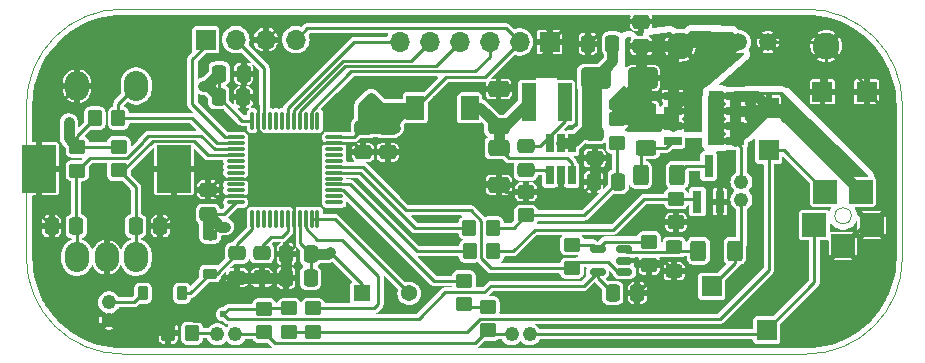
<source format=gbr>
%TF.GenerationSoftware,KiCad,Pcbnew,8.99.0-unknown*%
%TF.CreationDate,2024-05-01T22:11:16-04:00*%
%TF.ProjectId,solderingStationPCB,736f6c64-6572-4696-9e67-53746174696f,rev?*%
%TF.SameCoordinates,PX33f2570PY4a915b0*%
%TF.FileFunction,Copper,L1,Top*%
%TF.FilePolarity,Positive*%
%FSLAX46Y46*%
G04 Gerber Fmt 4.6, Leading zero omitted, Abs format (unit mm)*
G04 Created by KiCad (PCBNEW 8.99.0-unknown) date 2024-05-01 22:11:16*
%MOMM*%
%LPD*%
G01*
G04 APERTURE LIST*
G04 Aperture macros list*
%AMRoundRect*
0 Rectangle with rounded corners*
0 $1 Rounding radius*
0 $2 $3 $4 $5 $6 $7 $8 $9 X,Y pos of 4 corners*
0 Add a 4 corners polygon primitive as box body*
4,1,4,$2,$3,$4,$5,$6,$7,$8,$9,$2,$3,0*
0 Add four circle primitives for the rounded corners*
1,1,$1+$1,$2,$3*
1,1,$1+$1,$4,$5*
1,1,$1+$1,$6,$7*
1,1,$1+$1,$8,$9*
0 Add four rect primitives between the rounded corners*
20,1,$1+$1,$2,$3,$4,$5,0*
20,1,$1+$1,$4,$5,$6,$7,0*
20,1,$1+$1,$6,$7,$8,$9,0*
20,1,$1+$1,$8,$9,$2,$3,0*%
G04 Aperture macros list end*
%TA.AperFunction,ComponentPad*%
%ADD10R,1.700000X1.700000*%
%TD*%
%TA.AperFunction,ComponentPad*%
%ADD11O,1.700000X1.700000*%
%TD*%
%TA.AperFunction,SMDPad,CuDef*%
%ADD12RoundRect,0.250000X-0.475000X0.337500X-0.475000X-0.337500X0.475000X-0.337500X0.475000X0.337500X0*%
%TD*%
%TA.AperFunction,ComponentPad*%
%ADD13C,1.244600*%
%TD*%
%TA.AperFunction,SMDPad,CuDef*%
%ADD14RoundRect,0.250000X-0.450000X0.350000X-0.450000X-0.350000X0.450000X-0.350000X0.450000X0.350000X0*%
%TD*%
%TA.AperFunction,ComponentPad*%
%ADD15C,1.498600*%
%TD*%
%TA.AperFunction,SMDPad,CuDef*%
%ADD16RoundRect,0.250000X0.337500X0.475000X-0.337500X0.475000X-0.337500X-0.475000X0.337500X-0.475000X0*%
%TD*%
%TA.AperFunction,SMDPad,CuDef*%
%ADD17R,1.500000X2.000000*%
%TD*%
%TA.AperFunction,SMDPad,CuDef*%
%ADD18R,3.800000X2.000000*%
%TD*%
%TA.AperFunction,SMDPad,CuDef*%
%ADD19RoundRect,0.250000X0.475000X-0.337500X0.475000X0.337500X-0.475000X0.337500X-0.475000X-0.337500X0*%
%TD*%
%TA.AperFunction,SMDPad,CuDef*%
%ADD20RoundRect,0.225000X0.375000X-0.225000X0.375000X0.225000X-0.375000X0.225000X-0.375000X-0.225000X0*%
%TD*%
%TA.AperFunction,SMDPad,CuDef*%
%ADD21R,0.650000X1.560000*%
%TD*%
%TA.AperFunction,SMDPad,CuDef*%
%ADD22RoundRect,0.250000X-0.337500X-0.475000X0.337500X-0.475000X0.337500X0.475000X-0.337500X0.475000X0*%
%TD*%
%TA.AperFunction,SMDPad,CuDef*%
%ADD23R,0.800000X1.900000*%
%TD*%
%TA.AperFunction,ComponentPad*%
%ADD24C,2.286000*%
%TD*%
%TA.AperFunction,SMDPad,CuDef*%
%ADD25RoundRect,0.250000X0.400000X0.625000X-0.400000X0.625000X-0.400000X-0.625000X0.400000X-0.625000X0*%
%TD*%
%TA.AperFunction,SMDPad,CuDef*%
%ADD26RoundRect,0.225000X0.225000X0.375000X-0.225000X0.375000X-0.225000X-0.375000X0.225000X-0.375000X0*%
%TD*%
%TA.AperFunction,SMDPad,CuDef*%
%ADD27RoundRect,0.250000X0.350000X0.450000X-0.350000X0.450000X-0.350000X-0.450000X0.350000X-0.450000X0*%
%TD*%
%TA.AperFunction,ComponentPad*%
%ADD28R,1.371600X1.371600*%
%TD*%
%TA.AperFunction,ComponentPad*%
%ADD29C,1.371600*%
%TD*%
%TA.AperFunction,SMDPad,CuDef*%
%ADD30RoundRect,0.250000X-0.350000X-0.450000X0.350000X-0.450000X0.350000X0.450000X-0.350000X0.450000X0*%
%TD*%
%TA.AperFunction,SMDPad,CuDef*%
%ADD31R,1.143000X3.200400*%
%TD*%
%TA.AperFunction,SMDPad,CuDef*%
%ADD32RoundRect,0.250000X0.450000X-0.350000X0.450000X0.350000X-0.450000X0.350000X-0.450000X-0.350000X0*%
%TD*%
%TA.AperFunction,SMDPad,CuDef*%
%ADD33RoundRect,0.250000X0.650000X-0.412500X0.650000X0.412500X-0.650000X0.412500X-0.650000X-0.412500X0*%
%TD*%
%TA.AperFunction,SMDPad,CuDef*%
%ADD34RoundRect,0.250000X-0.650000X0.412500X-0.650000X-0.412500X0.650000X-0.412500X0.650000X0.412500X0*%
%TD*%
%TA.AperFunction,SMDPad,CuDef*%
%ADD35R,1.500000X0.700000*%
%TD*%
%TA.AperFunction,SMDPad,CuDef*%
%ADD36RoundRect,0.075000X0.075000X-0.662500X0.075000X0.662500X-0.075000X0.662500X-0.075000X-0.662500X0*%
%TD*%
%TA.AperFunction,SMDPad,CuDef*%
%ADD37RoundRect,0.075000X0.662500X-0.075000X0.662500X0.075000X-0.662500X0.075000X-0.662500X-0.075000X0*%
%TD*%
%TA.AperFunction,SMDPad,CuDef*%
%ADD38RoundRect,0.150000X0.512500X0.150000X-0.512500X0.150000X-0.512500X-0.150000X0.512500X-0.150000X0*%
%TD*%
%TA.AperFunction,SMDPad,CuDef*%
%ADD39RoundRect,0.250000X-0.625000X0.400000X-0.625000X-0.400000X0.625000X-0.400000X0.625000X0.400000X0*%
%TD*%
%TA.AperFunction,SMDPad,CuDef*%
%ADD40RoundRect,0.250000X0.450000X-0.325000X0.450000X0.325000X-0.450000X0.325000X-0.450000X-0.325000X0*%
%TD*%
%TA.AperFunction,SMDPad,CuDef*%
%ADD41RoundRect,0.250000X-1.000000X-0.650000X1.000000X-0.650000X1.000000X0.650000X-1.000000X0.650000X0*%
%TD*%
%TA.AperFunction,ComponentPad*%
%ADD42R,2.000000X2.000000*%
%TD*%
%TA.AperFunction,ComponentPad*%
%ADD43O,2.032000X2.540000*%
%TD*%
%TA.AperFunction,ComponentPad*%
%ADD44R,2.921000X4.064000*%
%TD*%
%TA.AperFunction,ViaPad*%
%ADD45C,0.600000*%
%TD*%
%TA.AperFunction,Conductor*%
%ADD46C,0.254000*%
%TD*%
%TA.AperFunction,Conductor*%
%ADD47C,0.889000*%
%TD*%
%TA.AperFunction,Profile*%
%ADD48C,0.050000*%
%TD*%
G04 APERTURE END LIST*
D10*
%TO.P,J1,1,Pin_1*%
%TO.N,GND*%
X44326121Y-2786300D03*
D11*
%TO.P,J1,2,Pin_2*%
%TO.N,3V3*%
X41786121Y-2786300D03*
%TO.P,J1,3,Pin_3*%
%TO.N,OLED_SCL*%
X39246121Y-2786300D03*
%TO.P,J1,4,Pin_4*%
%TO.N,OLED_SDA*%
X36706121Y-2786300D03*
%TO.P,J1,5,Pin_5*%
%TO.N,OLED_RST*%
X34166121Y-2786300D03*
%TO.P,J1,6,Pin_6*%
%TO.N,OLED_D{slash}C*%
X31626121Y-2786300D03*
%TD*%
D12*
%TO.P,C22,1*%
%TO.N,Net-(D3-K)*%
X17888800Y-20647300D03*
%TO.P,C22,2*%
%TO.N,GND*%
X17888800Y-22722300D03*
%TD*%
D13*
%TO.P,JP1,1,A*%
%TO.N,Net-(JP1-A)*%
X16203300Y-27513700D03*
%TO.P,JP1,2,B*%
%TO.N,Net-(JP1-B)*%
X17703302Y-27513700D03*
%TD*%
D14*
%TO.P,R18,1*%
%TO.N,NTC*%
X37055000Y-22985000D03*
%TO.P,R18,2*%
%TO.N,Net-(R18-Pad2)*%
X37055000Y-24985000D03*
%TD*%
%TO.P,R6,1*%
%TO.N,3V3*%
X20166000Y-25362600D03*
%TO.P,R6,2*%
%TO.N,Net-(JP1-B)*%
X20166000Y-27362600D03*
%TD*%
%TO.P,R10,1*%
%TO.N,3V3*%
X7853600Y-11657600D03*
%TO.P,R10,2*%
%TO.N,ENC_B*%
X7853600Y-13657600D03*
%TD*%
D15*
%TO.P,J4,1,1*%
%TO.N,GND*%
X62809600Y-2790599D03*
%TO.P,J4,2,2*%
%TO.N,V24in*%
X60309600Y-2790599D03*
%TD*%
D16*
%TO.P,C19,1*%
%TO.N,3V3*%
X24097300Y-20741400D03*
%TO.P,C19,2*%
%TO.N,GND*%
X22022300Y-20741400D03*
%TD*%
D17*
%TO.P,U4,1,VI*%
%TO.N,5v0*%
X37542000Y-8341800D03*
%TO.P,U4,2,GND*%
%TO.N,GND*%
X35242000Y-8341800D03*
D18*
X35242000Y-14641800D03*
D17*
%TO.P,U4,3,VO*%
%TO.N,3V3*%
X32942000Y-8341800D03*
%TD*%
D19*
%TO.P,C3,1*%
%TO.N,Net-(U1-CB)*%
X42312400Y-13631100D03*
%TO.P,C3,2*%
%TO.N,Net-(U1-SW)*%
X42312400Y-11556100D03*
%TD*%
D12*
%TO.P,C13,1*%
%TO.N,3V3*%
X30610200Y-10042900D03*
%TO.P,C13,2*%
%TO.N,GND*%
X30610200Y-12117900D03*
%TD*%
D20*
%TO.P,D3,1,K*%
%TO.N,Net-(D3-K)*%
X15584300Y-22386700D03*
%TO.P,D3,2,A*%
%TO.N,3V3*%
X15584300Y-19086700D03*
%TD*%
D16*
%TO.P,C2,1*%
%TO.N,/V24*%
X49642100Y-2916000D03*
%TO.P,C2,2*%
%TO.N,GND*%
X47567100Y-2916000D03*
%TD*%
%TO.P,C6,1*%
%TO.N,GND*%
X51756500Y-24033800D03*
%TO.P,C6,2*%
%TO.N,3V3*%
X49681500Y-24033800D03*
%TD*%
D21*
%TO.P,U1,1,CB*%
%TO.N,Net-(U1-CB)*%
X44320600Y-14052600D03*
%TO.P,U1,2,GND*%
%TO.N,GND*%
X45270600Y-14052600D03*
%TO.P,U1,3,FB*%
%TO.N,5v0*%
X46220600Y-14052600D03*
%TO.P,U1,4,EN*%
%TO.N,/V24*%
X46220600Y-11352600D03*
%TO.P,U1,5,VIN*%
X45270600Y-11352600D03*
%TO.P,U1,6,SW*%
%TO.N,Net-(U1-SW)*%
X44320600Y-11352600D03*
%TD*%
D22*
%TO.P,C9,1*%
%TO.N,GND*%
X48049900Y-14603000D03*
%TO.P,C9,2*%
%TO.N,Net-(C9-Pad2)*%
X50124900Y-14603000D03*
%TD*%
D23*
%TO.P,Q2,1,B*%
%TO.N,Net-(Q2-B)*%
X56832200Y-16295800D03*
%TO.P,Q2,2,E*%
%TO.N,GND*%
X58732200Y-16295800D03*
%TO.P,Q2,3,C*%
%TO.N,Net-(Q2-C)*%
X57782200Y-13295800D03*
%TD*%
D24*
%TO.P,J5,1,Pin_1*%
%TO.N,V24in*%
X55387000Y-3095000D03*
%TD*%
D22*
%TO.P,C10,1*%
%TO.N,GND*%
X2165100Y-18381800D03*
%TO.P,C10,2*%
%TO.N,ENC_A*%
X4240100Y-18381800D03*
%TD*%
D13*
%TO.P,J6,1,1*%
%TO.N,GND*%
X7020300Y-26317801D03*
%TO.P,J6,2,2*%
%TO.N,Net-(D4-A)*%
X7020300Y-24817799D03*
%TD*%
D25*
%TO.P,R5,1*%
%TO.N,Net-(J13-Pin_1)*%
X60017000Y-20446000D03*
%TO.P,R5,2*%
%TO.N,Net-(D2-A)*%
X56917000Y-20446000D03*
%TD*%
D14*
%TO.P,R4,1*%
%TO.N,Net-(Q2-B)*%
X55033600Y-16048200D03*
%TO.P,R4,2*%
%TO.N,GND*%
X55033600Y-18048200D03*
%TD*%
D12*
%TO.P,C8,1*%
%TO.N,GND*%
X52093200Y-1049300D03*
%TO.P,C8,2*%
%TO.N,V24in*%
X52093200Y-3124300D03*
%TD*%
D14*
%TO.P,R8,1*%
%TO.N,3V3*%
X22276000Y-25339600D03*
%TO.P,R8,2*%
%TO.N,Net-(J8-P1)*%
X22276000Y-27339600D03*
%TD*%
D26*
%TO.P,D4,1,K*%
%TO.N,Net-(D3-K)*%
X13200000Y-24060000D03*
%TO.P,D4,2,A*%
%TO.N,Net-(D4-A)*%
X9900000Y-24060000D03*
%TD*%
D25*
%TO.P,R1,1*%
%TO.N,Net-(Q2-C)*%
X55130200Y-14039200D03*
%TO.P,R1,2*%
%TO.N,Net-(Q1-Pad4)*%
X52030200Y-14039200D03*
%TD*%
D27*
%TO.P,TH1,1*%
%TO.N,Net-(JP1-A)*%
X14048000Y-27429800D03*
%TO.P,TH1,2*%
%TO.N,GND*%
X12048000Y-27429800D03*
%TD*%
D10*
%TO.P,J13,1,Pin_1*%
%TO.N,Net-(J13-Pin_1)*%
X58048200Y-23459600D03*
%TD*%
%TO.P,J11,1,Pin_1*%
%TO.N,GND*%
X67426600Y-6997800D03*
%TD*%
D14*
%TO.P,R14,1*%
%TO.N,GND*%
X42319200Y-15465800D03*
%TO.P,R14,2*%
%TO.N,Net-(C9-Pad2)*%
X42319200Y-17465800D03*
%TD*%
D19*
%TO.P,C5,1*%
%TO.N,GND*%
X19959200Y-22710900D03*
%TO.P,C5,2*%
%TO.N,Net-(U3-NRST)*%
X19959200Y-20635900D03*
%TD*%
D14*
%TO.P,R16,1*%
%TO.N,Net-(U2--)*%
X46202000Y-19932600D03*
%TO.P,R16,2*%
%TO.N,TIP_TEMP*%
X46202000Y-21932600D03*
%TD*%
D28*
%TO.P,LS1,1,1*%
%TO.N,3V3*%
X28425200Y-24068300D03*
D29*
%TO.P,LS1,2,2*%
%TO.N,Net-(U3-PA1)*%
X32425200Y-24068300D03*
%TD*%
D10*
%TO.P,J12,1,Pin_1*%
%TO.N,Net-(J12-Pin_1)*%
X62705400Y-27175800D03*
%TD*%
D16*
%TO.P,C11,1*%
%TO.N,GND*%
X11363300Y-18370400D03*
%TO.P,C11,2*%
%TO.N,ENC_B*%
X9288300Y-18370400D03*
%TD*%
D30*
%TO.P,R17,1*%
%TO.N,VIN_MON*%
X37530000Y-18510000D03*
%TO.P,R17,2*%
%TO.N,Net-(C9-Pad2)*%
X39530000Y-18510000D03*
%TD*%
D13*
%TO.P,JP3,1,A*%
%TO.N,Net-(J12-Pin_1)*%
X42628302Y-27533700D03*
%TO.P,JP3,2,B*%
%TO.N,Net-(JP1-B)*%
X41128300Y-27533700D03*
%TD*%
%TO.P,JP2,1,A*%
%TO.N,/T12+*%
X60565301Y-14629299D03*
%TO.P,JP2,2,B*%
%TO.N,Net-(J13-Pin_1)*%
X60565301Y-16129301D03*
%TD*%
D31*
%TO.P,L1,1,1*%
%TO.N,Net-(U1-SW)*%
X45593500Y-7872100D03*
%TO.P,L1,2,2*%
%TO.N,5v0*%
X42545500Y-7872100D03*
%TD*%
D32*
%TO.P,R13,1*%
%TO.N,GND*%
X52755000Y-21675000D03*
%TO.P,R13,2*%
%TO.N,Net-(U2--)*%
X52755000Y-19675000D03*
%TD*%
D19*
%TO.P,C12,1*%
%TO.N,GND*%
X48128600Y-12613500D03*
%TO.P,C12,2*%
%TO.N,/V24*%
X48128600Y-10538500D03*
%TD*%
D33*
%TO.P,C1,1*%
%TO.N,5v0*%
X39999400Y-9888700D03*
%TO.P,C1,2*%
%TO.N,GND*%
X39999400Y-6763700D03*
%TD*%
D34*
%TO.P,C4,1*%
%TO.N,5v0*%
X40018800Y-11746900D03*
%TO.P,C4,2*%
%TO.N,GND*%
X40018800Y-14871900D03*
%TD*%
D14*
%TO.P,R11,1*%
%TO.N,3V3*%
X4344400Y-11661200D03*
%TO.P,R11,2*%
%TO.N,ENC_A*%
X4344400Y-13661200D03*
%TD*%
D22*
%TO.P,C18,1*%
%TO.N,3V3*%
X16320500Y-7452000D03*
%TO.P,C18,2*%
%TO.N,GND*%
X18395500Y-7452000D03*
%TD*%
D35*
%TO.P,Q1,1*%
%TO.N,V24in*%
X54752200Y-7364200D03*
%TO.P,Q1,2*%
X54752200Y-8634200D03*
%TO.P,Q1,3*%
X54752200Y-9904200D03*
%TO.P,Q1,4*%
%TO.N,Net-(Q1-Pad4)*%
X54752200Y-11174200D03*
%TO.P,Q1,5*%
%TO.N,/T12+*%
X60052200Y-11174200D03*
%TO.P,Q1,6*%
X60052200Y-9904200D03*
%TO.P,Q1,7*%
X60052200Y-8634200D03*
%TO.P,Q1,8*%
X60052200Y-7364200D03*
%TD*%
D10*
%TO.P,J10,1,Pin_1*%
%TO.N,GND*%
X71173200Y-7004800D03*
%TD*%
%TO.P,J9,1,Pin_1*%
%TO.N,Net-(J8-P1)*%
X62868400Y-11938800D03*
%TD*%
D19*
%TO.P,C21,1*%
%TO.N,3V3*%
X15396000Y-17348900D03*
%TO.P,C21,2*%
%TO.N,GND*%
X15396000Y-15273900D03*
%TD*%
D16*
%TO.P,C17,1*%
%TO.N,3V3*%
X24089100Y-22753000D03*
%TO.P,C17,2*%
%TO.N,GND*%
X22014100Y-22753000D03*
%TD*%
D24*
%TO.P,J7,1,Pin_1*%
%TO.N,GND*%
X67760000Y-3115200D03*
%TD*%
D36*
%TO.P,U3,1,VBAT*%
%TO.N,Net-(D3-K)*%
X19164200Y-17755700D03*
%TO.P,U3,2,PC13*%
%TO.N,unconnected-(U3-PC13-Pad2)*%
X19664200Y-17755700D03*
%TO.P,U3,3,PC14*%
%TO.N,unconnected-(U3-PC14-Pad3)*%
X20164200Y-17755700D03*
%TO.P,U3,4,PC15*%
%TO.N,unconnected-(U3-PC15-Pad4)*%
X20664200Y-17755700D03*
%TO.P,U3,5,PD0*%
%TO.N,unconnected-(U3-PD0-Pad5)*%
X21164200Y-17755700D03*
%TO.P,U3,6,PD1*%
%TO.N,unconnected-(U3-PD1-Pad6)*%
X21664200Y-17755700D03*
%TO.P,U3,7,NRST*%
%TO.N,Net-(U3-NRST)*%
X22164200Y-17755700D03*
%TO.P,U3,8,VSSA*%
%TO.N,GND*%
X22664200Y-17755700D03*
%TO.P,U3,9,VDDA*%
%TO.N,3V3*%
X23164200Y-17755700D03*
%TO.P,U3,10,PA0*%
%TO.N,SHAKE*%
X23664200Y-17755700D03*
%TO.P,U3,11,PA1*%
%TO.N,Net-(U3-PA1)*%
X24164200Y-17755700D03*
%TO.P,U3,12,PA2*%
X24664200Y-17755700D03*
D37*
%TO.P,U3,13,PA3*%
%TO.N,unconnected-(U3-PA3-Pad13)*%
X26076700Y-16343200D03*
%TO.P,U3,14,PA4*%
%TO.N,unconnected-(U3-PA4-Pad14)*%
X26076700Y-15843200D03*
%TO.P,U3,15,PA5*%
%TO.N,NTC*%
X26076700Y-15343200D03*
%TO.P,U3,16,PA6*%
%TO.N,HEATER_ON*%
X26076700Y-14843200D03*
%TO.P,U3,17,PA7*%
%TO.N,unconnected-(U3-PA7-Pad17)*%
X26076700Y-14343200D03*
%TO.P,U3,18,PB0*%
%TO.N,VIN_MON*%
X26076700Y-13843200D03*
%TO.P,U3,19,PB1*%
%TO.N,TIP_TEMP*%
X26076700Y-13343200D03*
%TO.P,U3,20,PB2*%
%TO.N,unconnected-(U3-PB2-Pad20)*%
X26076700Y-12843200D03*
%TO.P,U3,21,PB10*%
%TO.N,unconnected-(U3-PB10-Pad21)*%
X26076700Y-12343200D03*
%TO.P,U3,22,PB11*%
%TO.N,unconnected-(U3-PB11-Pad22)*%
X26076700Y-11843200D03*
%TO.P,U3,23,VSS*%
%TO.N,GND*%
X26076700Y-11343200D03*
%TO.P,U3,24,VDD*%
%TO.N,3V3*%
X26076700Y-10843200D03*
D36*
%TO.P,U3,25,PB12*%
%TO.N,unconnected-(U3-PB12-Pad25)*%
X24664200Y-9430700D03*
%TO.P,U3,26,PB13*%
%TO.N,OLED_SCL*%
X24164200Y-9430700D03*
%TO.P,U3,27,PB14*%
%TO.N,unconnected-(U3-PB14-Pad27)*%
X23664200Y-9430700D03*
%TO.P,U3,28,PB15*%
%TO.N,OLED_SDA*%
X23164200Y-9430700D03*
%TO.P,U3,29,PA8*%
%TO.N,OLED_RST*%
X22664200Y-9430700D03*
%TO.P,U3,30,PA9*%
%TO.N,OLED_D{slash}C*%
X22164200Y-9430700D03*
%TO.P,U3,31,PA10*%
%TO.N,unconnected-(U3-PA10-Pad31)*%
X21664200Y-9430700D03*
%TO.P,U3,32,PA11*%
%TO.N,unconnected-(U3-PA11-Pad32)*%
X21164200Y-9430700D03*
%TO.P,U3,33,PA12*%
%TO.N,unconnected-(U3-PA12-Pad33)*%
X20664200Y-9430700D03*
%TO.P,U3,34,PA13*%
%TO.N,SWDIO*%
X20164200Y-9430700D03*
%TO.P,U3,35,VSS*%
%TO.N,GND*%
X19664200Y-9430700D03*
%TO.P,U3,36,VDD*%
%TO.N,3V3*%
X19164200Y-9430700D03*
D37*
%TO.P,U3,37,PA14*%
%TO.N,SWD_CLK*%
X17751700Y-10843200D03*
%TO.P,U3,38,PA15*%
%TO.N,ENC_PB*%
X17751700Y-11343200D03*
%TO.P,U3,39,PB3*%
%TO.N,ENC_A*%
X17751700Y-11843200D03*
%TO.P,U3,40,PB4*%
%TO.N,ENC_B*%
X17751700Y-12343200D03*
%TO.P,U3,41,PB5*%
%TO.N,unconnected-(U3-PB5-Pad41)*%
X17751700Y-12843200D03*
%TO.P,U3,42,PB6*%
%TO.N,unconnected-(U3-PB6-Pad42)*%
X17751700Y-13343200D03*
%TO.P,U3,43,PB7*%
%TO.N,unconnected-(U3-PB7-Pad43)*%
X17751700Y-13843200D03*
%TO.P,U3,44,BOOT0*%
%TO.N,GND*%
X17751700Y-14343200D03*
%TO.P,U3,45,PB8*%
%TO.N,unconnected-(U3-PB8-Pad45)*%
X17751700Y-14843200D03*
%TO.P,U3,46,PB9*%
%TO.N,unconnected-(U3-PB9-Pad46)*%
X17751700Y-15343200D03*
%TO.P,U3,47,VSS*%
%TO.N,GND*%
X17751700Y-15843200D03*
%TO.P,U3,48,VDD*%
%TO.N,3V3*%
X17751700Y-16343200D03*
%TD*%
D38*
%TO.P,U2,1*%
%TO.N,TIP_TEMP*%
X50652500Y-22235000D03*
%TO.P,U2,2,V-*%
%TO.N,GND*%
X50652500Y-21285000D03*
%TO.P,U2,3,+*%
%TO.N,Net-(D2-A)*%
X50652500Y-20335000D03*
%TO.P,U2,4,-*%
%TO.N,Net-(U2--)*%
X48377500Y-20335000D03*
%TO.P,U2,5,V+*%
%TO.N,3V3*%
X48377500Y-22235000D03*
%TD*%
D39*
%TO.P,R2,1*%
%TO.N,V24in*%
X52513400Y-8616400D03*
%TO.P,R2,2*%
%TO.N,Net-(Q1-Pad4)*%
X52513400Y-11716400D03*
%TD*%
D10*
%TO.P,J2,1,Pin_1*%
%TO.N,SWD_CLK*%
X15215000Y-2585000D03*
D11*
%TO.P,J2,2,Pin_2*%
%TO.N,SWDIO*%
X17755000Y-2585000D03*
%TO.P,J2,3,Pin_3*%
%TO.N,GND*%
X20295000Y-2585000D03*
%TO.P,J2,4,Pin_4*%
%TO.N,3V3*%
X22835000Y-2585000D03*
%TD*%
D30*
%TO.P,R12,1*%
%TO.N,HEATER_ON*%
X37559200Y-20498800D03*
%TO.P,R12,2*%
%TO.N,Net-(Q2-B)*%
X39559200Y-20498800D03*
%TD*%
D14*
%TO.P,R7,1*%
%TO.N,SHAKE*%
X24273600Y-25339400D03*
%TO.P,R7,2*%
%TO.N,Net-(J8-P1)*%
X24273600Y-27339400D03*
%TD*%
D32*
%TO.P,R15,1*%
%TO.N,Net-(C9-Pad2)*%
X50069400Y-11338600D03*
%TO.P,R15,2*%
%TO.N,V24in*%
X50069400Y-9338600D03*
%TD*%
D22*
%TO.P,C14,1*%
%TO.N,3V3*%
X16339700Y-5459000D03*
%TO.P,C14,2*%
%TO.N,GND*%
X18414700Y-5459000D03*
%TD*%
D14*
%TO.P,R3,1*%
%TO.N,Net-(R18-Pad2)*%
X39081600Y-25197600D03*
%TO.P,R3,2*%
%TO.N,Net-(JP1-B)*%
X39081600Y-27197600D03*
%TD*%
D12*
%TO.P,C20,1*%
%TO.N,3V3*%
X28536600Y-10049700D03*
%TO.P,C20,2*%
%TO.N,GND*%
X28536600Y-12124700D03*
%TD*%
D30*
%TO.P,R9,1*%
%TO.N,3V3*%
X5819600Y-9238000D03*
%TO.P,R9,2*%
%TO.N,ENC_PB*%
X7819600Y-9238000D03*
%TD*%
D40*
%TO.P,D2,1,K*%
%TO.N,GND*%
X54874700Y-22186500D03*
%TO.P,D2,2,A*%
%TO.N,Net-(D2-A)*%
X54874700Y-20136500D03*
%TD*%
D10*
%TO.P,J3,1,Pin_1*%
%TO.N,/T12+*%
X62873200Y-8335200D03*
%TD*%
D41*
%TO.P,D1,1,K*%
%TO.N,/V24*%
X48219800Y-5851600D03*
%TO.P,D1,2,A*%
%TO.N,V24in*%
X52219800Y-5851600D03*
%TD*%
D42*
%TO.P,J8,1,P1*%
%TO.N,Net-(J8-P1)*%
X67672147Y-15440197D03*
%TO.P,J8,2,P2*%
%TO.N,Net-(J12-Pin_1)*%
X66749438Y-18280003D03*
%TO.P,J8,3,P3*%
%TO.N,GND*%
X69165121Y-20035100D03*
%TO.P,J8,4,P3*%
X71580804Y-18280003D03*
%TO.P,J8,5,P5*%
%TO.N,/T12+*%
X70658095Y-15440197D03*
%TD*%
D43*
%TO.P,SW1,1,1*%
%TO.N,ENC_PB*%
X9314400Y-6504000D03*
%TO.P,SW1,2,2*%
%TO.N,GND*%
X4314400Y-6504000D03*
%TO.P,SW1,3,A*%
%TO.N,ENC_B*%
X9314400Y-21003996D03*
%TO.P,SW1,4,B*%
%TO.N,GND*%
X6814400Y-21003996D03*
%TO.P,SW1,5,C*%
%TO.N,ENC_A*%
X4314400Y-21003996D03*
D44*
%TO.P,SW1,6,GND*%
%TO.N,GND*%
X12514401Y-13503999D03*
%TO.P,SW1,7,GND*%
X1114399Y-13503999D03*
%TD*%
D45*
%TO.N,GND*%
X38476000Y-11096000D03*
X2120000Y-10430000D03*
X70005000Y-2910000D03*
X39892000Y-16260000D03*
X9955000Y-13810000D03*
X11155000Y-5910000D03*
X38476000Y-10080000D03*
X32578750Y-6110000D03*
X32380000Y-14144000D03*
X24360000Y-14820000D03*
X37460000Y-10080000D03*
X67230000Y-24810000D03*
X34812000Y-16260000D03*
X24355000Y-4660000D03*
X22230000Y-4410000D03*
X38876000Y-16260000D03*
X31152500Y-6085000D03*
X35828000Y-16260000D03*
X12600000Y-7000000D03*
X69580000Y-8860000D03*
X33396000Y-10080000D03*
X36444000Y-10080000D03*
X46000000Y-2900000D03*
X72030000Y-5160000D03*
X3280000Y-3710000D03*
X26155000Y-2760000D03*
X38505000Y-23160000D03*
X25800000Y-22475000D03*
X10900000Y-16460000D03*
X34055000Y-23835000D03*
X65905000Y-22910000D03*
X63755000Y-13785000D03*
X23090000Y-12280000D03*
X4420000Y-8410000D03*
X20680000Y-4110000D03*
X38476000Y-15160000D03*
X33396000Y-12112000D03*
X37460000Y-14144000D03*
X31400000Y-14650000D03*
X44855000Y-24835000D03*
X5525000Y-15525000D03*
X34412000Y-10080000D03*
X54755000Y-985000D03*
X48830000Y-28260000D03*
X62825000Y-4325000D03*
X1910000Y-6220000D03*
X60830000Y-28310000D03*
X38476000Y-13128000D03*
X24360000Y-13550000D03*
X40908000Y-16260000D03*
X59400000Y-13010000D03*
X53555000Y-13910000D03*
X24360000Y-11010000D03*
X65655000Y-6885000D03*
X65680000Y-14610000D03*
X63600000Y-17835000D03*
X38476000Y-14144000D03*
X34005000Y-6110000D03*
X5080000Y-26935000D03*
X11005000Y-3385000D03*
X16805000Y-9260000D03*
X43500000Y-19500000D03*
X33396000Y-13128000D03*
X39999400Y-8326200D03*
X64980000Y-19285000D03*
X32380000Y-10080000D03*
X19400000Y-6450000D03*
X63600000Y-16035000D03*
X7655000Y-18960000D03*
X6630000Y-6260000D03*
X7280000Y-3710000D03*
X41000000Y-5300000D03*
X23380000Y-5935000D03*
X48805000Y-17560000D03*
X72580000Y-12360000D03*
X32380000Y-15160000D03*
X71305000Y-10835000D03*
X44980000Y-28285000D03*
X24360000Y-12280000D03*
X7950000Y-15525000D03*
X5525000Y-16950000D03*
X21820000Y-12280000D03*
X35428000Y-10080000D03*
X15680000Y-23985000D03*
X17420000Y-6440000D03*
X37860000Y-16260000D03*
X33796000Y-16260000D03*
X72555000Y-10635000D03*
X6130000Y-14185000D03*
X55830000Y-24535000D03*
X26380000Y-8810000D03*
X47430000Y-24885000D03*
X19280000Y-13550000D03*
X21820000Y-11010000D03*
X50130000Y-1060000D03*
X9905000Y-27860000D03*
X2255000Y-23060000D03*
X20550000Y-16090000D03*
X65730000Y-16460000D03*
X66655000Y-1285000D03*
X50305000Y-16310000D03*
X37460000Y-11096000D03*
X23090000Y-16090000D03*
X71305000Y-24060000D03*
X1350000Y-8380000D03*
X40205000Y-13535000D03*
X35855000Y-19510000D03*
X31155000Y-7135000D03*
X65780000Y-27810000D03*
X20550000Y-13550000D03*
X32780000Y-16260000D03*
X31880000Y-22085000D03*
X4655000Y-24185000D03*
X13105000Y-1385000D03*
X61800000Y-24400000D03*
X33880000Y-17735000D03*
X21820000Y-16090000D03*
X33396000Y-11096000D03*
X21820000Y-14820000D03*
X21820000Y-13550000D03*
X65955000Y-21010000D03*
X30330000Y-20410000D03*
X53455000Y-28235000D03*
X61680000Y-19460000D03*
X38888000Y-17140000D03*
X20550000Y-12280000D03*
X63500000Y-22800000D03*
X12980000Y-4585000D03*
X37460000Y-13128000D03*
X61805000Y-13785000D03*
X2500000Y-16390000D03*
X20550000Y-14820000D03*
X46000000Y-1000000D03*
X13555000Y-16835000D03*
X58930000Y-1035000D03*
X34275000Y-21400000D03*
X36444000Y-11096000D03*
X32380000Y-11096000D03*
X19280000Y-16090000D03*
X32380000Y-13128000D03*
X23250000Y-24100000D03*
X35675000Y-22125000D03*
X18080000Y-24085000D03*
X42000000Y-21100000D03*
X44400000Y-22675000D03*
X36844000Y-16260000D03*
X37460000Y-15160000D03*
X28300000Y-6100000D03*
X27605000Y-17635000D03*
X44380000Y-16460000D03*
X68705000Y-23085000D03*
X40920000Y-17140000D03*
X23090000Y-14820000D03*
X61755000Y-17085000D03*
X52455000Y-17860000D03*
X11005000Y-7735000D03*
X19280000Y-11010000D03*
X62925000Y-1175000D03*
X43500000Y-21100000D03*
X44500000Y-4900000D03*
X34412000Y-12112000D03*
X72655000Y-14160000D03*
X31400000Y-13634000D03*
X35428000Y-11096000D03*
X32380000Y-12112000D03*
X31055000Y-25135000D03*
X1755000Y-20385000D03*
X36000000Y-6600000D03*
X11080000Y-22710000D03*
X15180000Y-26010000D03*
X25825000Y-24225000D03*
X57080000Y-28235000D03*
X30250000Y-13600000D03*
X60900000Y-26500000D03*
X39904000Y-17140000D03*
X6000000Y-18950000D03*
X71980000Y-21610000D03*
X29726250Y-6085000D03*
X66600000Y-5050000D03*
X61355000Y-1185000D03*
X19280000Y-14820000D03*
X29030000Y-19060000D03*
X53830000Y-24560000D03*
X20550000Y-11010000D03*
X56475000Y-11850000D03*
X21155000Y-24035000D03*
X68055000Y-8985000D03*
X23005000Y-21735000D03*
X24360000Y-16090000D03*
X23090000Y-11010000D03*
X21280000Y-6085000D03*
X70980000Y-8885000D03*
X12680000Y-25885000D03*
X9605000Y-1360000D03*
X70005000Y-11110000D03*
X35955000Y-17735000D03*
X7905000Y-23110000D03*
X60900000Y-5625000D03*
X29580000Y-11150000D03*
X63900000Y-24700000D03*
X44600000Y-20300000D03*
X46655000Y-16385000D03*
X38476000Y-12112000D03*
X41800000Y-4500000D03*
X59230000Y-18410000D03*
X34230000Y-19535000D03*
X64980000Y-2135000D03*
X19280000Y-12280000D03*
X7950000Y-16950000D03*
X41730000Y-24835000D03*
X16275000Y-13550000D03*
X35428000Y-12112000D03*
X36444000Y-13128000D03*
X34412000Y-11096000D03*
X42305000Y-22685000D03*
X69030000Y-5835000D03*
X69905000Y-26135000D03*
X36444000Y-12112000D03*
X12855000Y-20685000D03*
X68005000Y-27285000D03*
X72605000Y-8835000D03*
X56980000Y-18435000D03*
X63600000Y-20785000D03*
X62825000Y-5860000D03*
X34412000Y-13128000D03*
X35428000Y-13128000D03*
X37460000Y-12112000D03*
X65630000Y-26110000D03*
X5930000Y-1910000D03*
X18055000Y-17610000D03*
X15655000Y-20760000D03*
X65650000Y-3750000D03*
X61655000Y-21535000D03*
X46000000Y-4500000D03*
X71230000Y-12485000D03*
X60105000Y-23235000D03*
X23090000Y-13550000D03*
X13705000Y-22560000D03*
%TO.N,3V3*%
X3605000Y-9560000D03*
X29270000Y-8630000D03*
X30250000Y-8650000D03*
X16880000Y-18410000D03*
X16680000Y-25835000D03*
X15005000Y-6535000D03*
X25730000Y-20585000D03*
X29205000Y-7510000D03*
X31210000Y-8690000D03*
%TD*%
D46*
%TO.N,GND*%
X40612700Y-15465800D02*
X40018800Y-14871900D01*
X58930000Y-1035000D02*
X58944300Y-1049300D01*
D47*
X22022300Y-22744800D02*
X22014100Y-22753000D01*
D46*
X17751700Y-15843200D02*
X19033200Y-15843200D01*
X20448842Y-11010000D02*
X20550000Y-11010000D01*
X26076700Y-11343200D02*
X24693200Y-11343200D01*
X67760000Y-3115200D02*
X67760000Y-6664400D01*
X73205000Y-16935000D02*
X72925807Y-16935000D01*
X70920218Y-18280003D02*
X69165121Y-20035100D01*
X16326700Y-14343200D02*
X15396000Y-15273900D01*
X15396000Y-15273900D02*
X15965300Y-15843200D01*
X19664200Y-8133200D02*
X18983000Y-7452000D01*
X26076700Y-11343200D02*
X27755100Y-11343200D01*
D47*
X48128600Y-12613500D02*
X48128600Y-14524300D01*
D46*
X30610200Y-12117900D02*
X28543400Y-12117900D01*
X46177421Y-935000D02*
X46063121Y-1049300D01*
D47*
X22014100Y-22753000D02*
X17919500Y-22753000D01*
X22022300Y-20741400D02*
X22022300Y-22744800D01*
D46*
X43230000Y-835000D02*
X44326121Y-1931121D01*
X19664200Y-9430700D02*
X19664200Y-10225358D01*
X19205000Y-14745000D02*
X19280000Y-14820000D01*
X40018800Y-14871900D02*
X39741900Y-14871900D01*
X50130000Y-1060000D02*
X50140700Y-1049300D01*
X71173200Y-6528400D02*
X71173200Y-7004800D01*
X35242000Y-14641800D02*
X32718100Y-12117900D01*
X51756500Y-24033800D02*
X52755000Y-23035300D01*
X22045000Y-835000D02*
X43230000Y-835000D01*
X73003400Y-8835000D02*
X73205000Y-9036600D01*
X72605000Y-8436600D02*
X72605000Y-8835000D01*
X54690700Y-1049300D02*
X54755000Y-985000D01*
X15965300Y-15843200D02*
X17751700Y-15843200D01*
D47*
X15680000Y-24931100D02*
X15180000Y-25431100D01*
D46*
X17751700Y-14343200D02*
X16326700Y-14343200D01*
D47*
X12680000Y-25885000D02*
X12683000Y-26094800D01*
D46*
X1114399Y-13503999D02*
X1114399Y-17331099D01*
X32718100Y-12117900D02*
X30610200Y-12117900D01*
X52093200Y-1049300D02*
X54690700Y-1049300D01*
X22664200Y-16515800D02*
X23090000Y-16090000D01*
X45270600Y-14052600D02*
X45270600Y-15456400D01*
X19033200Y-15843200D02*
X19280000Y-16090000D01*
X42319200Y-15465800D02*
X40612700Y-15465800D01*
D47*
X10936001Y-26317801D02*
X12048000Y-27429800D01*
D46*
X12514401Y-13503999D02*
X12514401Y-17219299D01*
X50140700Y-1049300D02*
X52093200Y-1049300D01*
X53973200Y-21285000D02*
X54874700Y-22186500D01*
X20295000Y-2585000D02*
X22045000Y-835000D01*
X61355000Y-1335999D02*
X62809600Y-2790599D01*
X45855000Y-1257421D02*
X45855000Y-935000D01*
X19088200Y-14343200D02*
X19205000Y-14460000D01*
X12514401Y-17219299D02*
X11363300Y-18370400D01*
X48049900Y-14603000D02*
X47187100Y-15465800D01*
X4314400Y-6504000D02*
X1114399Y-9704001D01*
D47*
X15680000Y-23985000D02*
X15680000Y-24931100D01*
D46*
X39511800Y-14641800D02*
X35242000Y-14641800D01*
D47*
X7020300Y-26317801D02*
X10936001Y-26317801D01*
D46*
X17751700Y-14343200D02*
X19088200Y-14343200D01*
X49433800Y-1049300D02*
X52093200Y-1049300D01*
X67760000Y-3115200D02*
X71173200Y-6528400D01*
X1114399Y-17331099D02*
X2165100Y-18381800D01*
D47*
X16626100Y-23985000D02*
X15680000Y-23985000D01*
D46*
X44326121Y-1931121D02*
X44326121Y-2786300D01*
X61068301Y-1049300D02*
X61204001Y-1185000D01*
X45270600Y-15456400D02*
X45280000Y-15465800D01*
D47*
X14516300Y-26094800D02*
X12680000Y-25885000D01*
D46*
X22664200Y-20099500D02*
X22022300Y-20741400D01*
X62809600Y-2790599D02*
X67435399Y-2790599D01*
X61204001Y-1185000D02*
X61355000Y-1185000D01*
X19205000Y-14460000D02*
X19205000Y-14745000D01*
X19664200Y-10225358D02*
X20448842Y-11010000D01*
X67760000Y-6664400D02*
X67426600Y-6997800D01*
X45280000Y-15465800D02*
X42319200Y-15465800D01*
X54755000Y-985000D02*
X54819300Y-1049300D01*
X58915700Y-1049300D02*
X58930000Y-1035000D01*
X47567100Y-2916000D02*
X49433800Y-1049300D01*
X40751300Y-6763700D02*
X39999400Y-6763700D01*
X27755100Y-11343200D02*
X28536600Y-12124700D01*
D47*
X17919500Y-22753000D02*
X17888800Y-22722300D01*
D46*
X18983000Y-7452000D02*
X18395500Y-7452000D01*
X52755000Y-23035300D02*
X52755000Y-21675000D01*
X72925807Y-16935000D02*
X71580804Y-18280003D01*
D47*
X15180000Y-26010000D02*
X14601100Y-26010000D01*
D46*
X44326121Y-3188879D02*
X40751300Y-6763700D01*
X71580804Y-18280003D02*
X70920218Y-18280003D01*
X39741900Y-14871900D02*
X39511800Y-14641800D01*
X50119300Y-1049300D02*
X50130000Y-1060000D01*
X72605000Y-8835000D02*
X73003400Y-8835000D01*
D47*
X12683000Y-26094800D02*
X12048000Y-26729800D01*
D46*
X22664200Y-17755700D02*
X22664200Y-20099500D01*
X45855000Y-935000D02*
X46177421Y-935000D01*
X36820100Y-6763700D02*
X39999400Y-6763700D01*
D47*
X12048000Y-26729800D02*
X12048000Y-27429800D01*
D46*
X44326121Y-2786300D02*
X45855000Y-1257421D01*
X46063121Y-1049300D02*
X50119300Y-1049300D01*
X47187100Y-15465800D02*
X45280000Y-15465800D01*
D47*
X14601100Y-26010000D02*
X14516300Y-26094800D01*
D46*
X73205000Y-9036600D02*
X73205000Y-16935000D01*
X35242000Y-8341800D02*
X36820100Y-6763700D01*
X19664200Y-9430700D02*
X19664200Y-8133200D01*
X61355000Y-1185000D02*
X61355000Y-1335999D01*
X54819300Y-1049300D02*
X58915700Y-1049300D01*
X28543400Y-12117900D02*
X28536600Y-12124700D01*
X67435399Y-2790599D02*
X67760000Y-3115200D01*
X24693200Y-11343200D02*
X24360000Y-11010000D01*
X22664200Y-17755700D02*
X22664200Y-16515800D01*
X18395500Y-7452000D02*
X18395500Y-5478200D01*
X71173200Y-7004800D02*
X72605000Y-8436600D01*
D47*
X48128600Y-14524300D02*
X48049900Y-14603000D01*
D46*
X18395500Y-5478200D02*
X18414700Y-5459000D01*
X58944300Y-1049300D02*
X61068301Y-1049300D01*
X44326121Y-2786300D02*
X44326121Y-3188879D01*
D47*
X17888800Y-22722300D02*
X16626100Y-23985000D01*
D46*
X50652500Y-21285000D02*
X53973200Y-21285000D01*
X1114399Y-9704001D02*
X1114399Y-13503999D01*
D47*
X15180000Y-25431100D02*
X15180000Y-26010000D01*
D46*
%TO.N,Net-(U1-CB)*%
X43899100Y-13631100D02*
X44320600Y-14052600D01*
X42312400Y-13631100D02*
X43899100Y-13631100D01*
%TO.N,Net-(U1-SW)*%
X43511506Y-11556100D02*
X45593500Y-9474106D01*
X45593500Y-9474106D02*
X45593500Y-7872100D01*
X42312400Y-11556100D02*
X43511506Y-11556100D01*
D47*
%TO.N,V24in*%
X60309600Y-2790599D02*
X54752200Y-8347999D01*
X54752200Y-9904200D02*
X54752200Y-7364200D01*
D46*
X52219800Y-5851600D02*
X52219800Y-3250900D01*
X52219800Y-3250900D02*
X52093200Y-3124300D01*
D47*
X52093200Y-7314800D02*
X50069400Y-9338600D01*
X54752200Y-8347999D02*
X54752200Y-9904200D01*
X50069400Y-9338600D02*
X54186600Y-9338600D01*
X52513400Y-6145200D02*
X52219800Y-5851600D01*
X52122500Y-3095000D02*
X52093200Y-3124300D01*
X55387000Y-3095000D02*
X52122500Y-3095000D01*
X52093200Y-3124300D02*
X52093200Y-7314800D01*
X60309600Y-2790599D02*
X55691401Y-2790599D01*
X54752200Y-3729800D02*
X55387000Y-3095000D01*
X50069400Y-8002000D02*
X50069400Y-9338600D01*
X52219800Y-5851600D02*
X50069400Y-8002000D01*
X52513400Y-8616400D02*
X52513400Y-6145200D01*
X54752200Y-7364200D02*
X54752200Y-3729800D01*
X54186600Y-9338600D02*
X54752200Y-9904200D01*
X55691401Y-2790599D02*
X55387000Y-3095000D01*
D46*
%TO.N,Net-(Q1-Pad4)*%
X52030200Y-12199600D02*
X52513400Y-11716400D01*
X54210000Y-11716400D02*
X54752200Y-11174200D01*
X52513400Y-11716400D02*
X54210000Y-11716400D01*
X52030200Y-14039200D02*
X52030200Y-12199600D01*
%TO.N,ENC_A*%
X9880000Y-11260000D02*
X8505000Y-12635000D01*
X10355001Y-10709999D02*
X9880000Y-11185000D01*
X4314400Y-21003996D02*
X4314400Y-18456100D01*
X14829999Y-10709999D02*
X10355001Y-10709999D01*
X17751700Y-11843200D02*
X15963200Y-11843200D01*
X4314400Y-18456100D02*
X4240100Y-18381800D01*
X8505000Y-12635000D02*
X5370600Y-12635000D01*
X15963200Y-11843200D02*
X14829999Y-10709999D01*
X5370600Y-12635000D02*
X4344400Y-13661200D01*
X9880000Y-11185000D02*
X9880000Y-11260000D01*
X4240100Y-13765500D02*
X4344400Y-13661200D01*
X4240100Y-18381800D02*
X4240100Y-13765500D01*
%TO.N,SWD_CLK*%
X16863200Y-10843200D02*
X17751700Y-10843200D01*
X15215000Y-2585000D02*
X15215000Y-3100000D01*
X15215000Y-3100000D02*
X14080000Y-4235000D01*
X14080000Y-4235000D02*
X14080000Y-8060000D01*
X14080000Y-8060000D02*
X16863200Y-10843200D01*
%TO.N,Net-(D3-K)*%
X19164200Y-18625800D02*
X17888800Y-19901200D01*
X13200000Y-24060000D02*
X13911000Y-24060000D01*
X19164200Y-17755700D02*
X19164200Y-18625800D01*
X16149400Y-22386700D02*
X17888800Y-20647300D01*
X15584300Y-22386700D02*
X16149400Y-22386700D01*
X13911000Y-24060000D02*
X15584300Y-22386700D01*
X17888800Y-19901200D02*
X17888800Y-20647300D01*
%TO.N,OLED_SCL*%
X24164200Y-8636042D02*
X27534742Y-5265500D01*
X27534742Y-5265500D02*
X37999500Y-5265500D01*
X39246121Y-4018879D02*
X39246121Y-2786300D01*
X24164200Y-9430700D02*
X24164200Y-8636042D01*
X37999500Y-5265500D02*
X39246121Y-4018879D01*
%TO.N,Net-(D2-A)*%
X54874700Y-20136500D02*
X54418700Y-20592500D01*
X54418700Y-20592500D02*
X50910000Y-20592500D01*
X50910000Y-20592500D02*
X50652500Y-20335000D01*
X55184200Y-20446000D02*
X54874700Y-20136500D01*
X56917000Y-20446000D02*
X55184200Y-20446000D01*
%TO.N,ENC_B*%
X9314400Y-21003996D02*
X9314400Y-18396500D01*
X14249499Y-11154499D02*
X10736401Y-11154499D01*
X10736401Y-11154499D02*
X8233300Y-13657600D01*
X9288300Y-15092300D02*
X7853600Y-13657600D01*
X17751700Y-12343200D02*
X15438200Y-12343200D01*
X15438200Y-12343200D02*
X14249499Y-11154499D01*
X9314400Y-18396500D02*
X9288300Y-18370400D01*
X8233300Y-13657600D02*
X7853600Y-13657600D01*
X9288300Y-18370400D02*
X9288300Y-15092300D01*
%TO.N,SWDIO*%
X20180000Y-5010000D02*
X17755000Y-2585000D01*
X20164200Y-9430700D02*
X20180000Y-9414900D01*
X20180000Y-9414900D02*
X20180000Y-5010000D01*
%TO.N,Net-(D4-A)*%
X7020300Y-24817799D02*
X9142201Y-24817799D01*
X9142201Y-24817799D02*
X9900000Y-24060000D01*
%TO.N,OLED_RST*%
X26788500Y-4376500D02*
X22664200Y-8500800D01*
X32575921Y-4376500D02*
X26788500Y-4376500D01*
X34166121Y-2786300D02*
X32575921Y-4376500D01*
X22664200Y-8500800D02*
X22664200Y-9430700D01*
%TO.N,ENC_PB*%
X7819600Y-9238000D02*
X14083000Y-9238000D01*
X16188200Y-11343200D02*
X17751700Y-11343200D01*
X7819600Y-7998800D02*
X9314400Y-6504000D01*
X7819600Y-9238000D02*
X7819600Y-7998800D01*
X14083000Y-9238000D02*
X16188200Y-11343200D01*
%TO.N,Net-(JP1-B)*%
X38022300Y-28256900D02*
X39081600Y-27197600D01*
X41128300Y-27533700D02*
X39417700Y-27533700D01*
X17703302Y-27513700D02*
X20014900Y-27513700D01*
X20014900Y-27513700D02*
X20166000Y-27362600D01*
X21060300Y-28256900D02*
X38022300Y-28256900D01*
X39417700Y-27533700D02*
X39081600Y-27197600D01*
X20166000Y-27362600D02*
X21060300Y-28256900D01*
%TO.N,OLED_D{slash}C*%
X27750082Y-2786300D02*
X22164200Y-8372182D01*
X31626121Y-2786300D02*
X27750082Y-2786300D01*
X22164200Y-8372182D02*
X22164200Y-9430700D01*
D47*
%TO.N,/V24*%
X47505000Y-6566400D02*
X48219800Y-5851600D01*
X48128600Y-10538500D02*
X47034700Y-10538500D01*
X47034700Y-10538500D02*
X46220600Y-11352600D01*
X48219800Y-5851600D02*
X48219800Y-10447300D01*
X46220600Y-11352600D02*
X45280600Y-11352600D01*
X49642100Y-2916000D02*
X49642100Y-4429300D01*
X46220600Y-11352600D02*
X47505000Y-10068200D01*
X47505000Y-10068200D02*
X47505000Y-6566400D01*
X48219800Y-10447300D02*
X48128600Y-10538500D01*
D46*
X46220600Y-11352600D02*
X45270600Y-11352600D01*
D47*
X49642100Y-4429300D02*
X48219800Y-5851600D01*
D46*
%TO.N,OLED_SDA*%
X23164200Y-9430700D02*
X23164200Y-8636042D01*
X23164200Y-9552500D02*
X23164200Y-9430700D01*
X23164200Y-8636042D02*
X26979242Y-4821000D01*
X26979242Y-4821000D02*
X27205000Y-4821000D01*
X34671421Y-4821000D02*
X27205000Y-4821000D01*
X23131700Y-9585000D02*
X23164200Y-9552500D01*
X36706121Y-2786300D02*
X34671421Y-4821000D01*
%TO.N,Net-(Q2-C)*%
X57782200Y-13295800D02*
X55873600Y-13295800D01*
X55873600Y-13295800D02*
X55130200Y-14039200D01*
%TO.N,3V3*%
X23164200Y-19808300D02*
X24097300Y-20741400D01*
X18299200Y-9430700D02*
X19164200Y-9430700D01*
D47*
X15263700Y-6535000D02*
X16339700Y-5459000D01*
D46*
X4348000Y-11657600D02*
X4344400Y-11661200D01*
X7853600Y-11657600D02*
X4348000Y-11657600D01*
X15396000Y-17348900D02*
X16746000Y-17348900D01*
X16339700Y-7432800D02*
X16320500Y-7452000D01*
X48377500Y-22235000D02*
X47202500Y-23410000D01*
D47*
X16457100Y-18410000D02*
X15396000Y-17348900D01*
D46*
X16680000Y-25835000D02*
X17101900Y-26256900D01*
X26930000Y-26235000D02*
X33230000Y-26235000D01*
D47*
X29205000Y-9075000D02*
X29205000Y-7510000D01*
D46*
X35480000Y-23985000D02*
X38805000Y-23985000D01*
D47*
X32942000Y-8341800D02*
X30036800Y-8341800D01*
D46*
X28425200Y-23280200D02*
X25730000Y-20585000D01*
X35573800Y-5710000D02*
X32942000Y-8341800D01*
D47*
X29820000Y-10049700D02*
X31234100Y-10049700D01*
D46*
X39380000Y-23410000D02*
X38805000Y-23985000D01*
D47*
X29650000Y-9060000D02*
X29420000Y-9290000D01*
D46*
X23801200Y-1618800D02*
X22835000Y-2585000D01*
X40618621Y-1618800D02*
X23801200Y-1618800D01*
D47*
X3605000Y-10921800D02*
X4344400Y-11661200D01*
X15396000Y-17348900D02*
X15396000Y-18898400D01*
D46*
X28425200Y-24068300D02*
X28425200Y-23280200D01*
D47*
X15005000Y-6535000D02*
X15403500Y-6535000D01*
D46*
X31240900Y-10042900D02*
X30610200Y-10042900D01*
X16746000Y-17348900D02*
X17751700Y-16343200D01*
X24097300Y-21740000D02*
X24097300Y-22744800D01*
X20189000Y-25339600D02*
X20166000Y-25362600D01*
X20166000Y-25362600D02*
X17152400Y-25362600D01*
D47*
X3605000Y-9560000D02*
X3605000Y-10921800D01*
X24097300Y-20741400D02*
X25573600Y-20741400D01*
D46*
X24097300Y-20741400D02*
X24097300Y-21740000D01*
X41786121Y-2786300D02*
X40618621Y-1618800D01*
X28543400Y-10042900D02*
X28536600Y-10049700D01*
X48377500Y-22729800D02*
X49681500Y-24033800D01*
X33230000Y-26235000D02*
X35480000Y-23985000D01*
D47*
X29420000Y-9290000D02*
X29205000Y-9075000D01*
X30036800Y-9832900D02*
X29820000Y-10049700D01*
D46*
X27743100Y-10843200D02*
X28536600Y-10049700D01*
D47*
X25573600Y-20741400D02*
X25730000Y-20585000D01*
D46*
X17152400Y-25362600D02*
X16680000Y-25835000D01*
X24097300Y-22744800D02*
X24089100Y-22753000D01*
X49681300Y-24034000D02*
X49681500Y-24033800D01*
X23164200Y-17755700D02*
X23164200Y-19808300D01*
X4344400Y-10713200D02*
X5819600Y-9238000D01*
D47*
X30036800Y-8341800D02*
X30036800Y-9832900D01*
D46*
X26908100Y-26256900D02*
X26930000Y-26235000D01*
D47*
X31593100Y-9060000D02*
X29650000Y-9060000D01*
X28536600Y-8178400D02*
X29205000Y-7510000D01*
X31601550Y-9051550D02*
X31593100Y-9060000D01*
D46*
X47202500Y-23410000D02*
X39380000Y-23410000D01*
D47*
X16880000Y-18410000D02*
X16457100Y-18410000D01*
X32942000Y-8341800D02*
X32311300Y-8341800D01*
D46*
X38862421Y-5710000D02*
X35573800Y-5710000D01*
D47*
X15005000Y-6535000D02*
X15263700Y-6535000D01*
D46*
X48377500Y-22235000D02*
X48377500Y-22729800D01*
D47*
X32311300Y-8341800D02*
X31601550Y-9051550D01*
D46*
X17101900Y-26256900D02*
X26908100Y-26256900D01*
D47*
X30036800Y-8341800D02*
X29205000Y-7510000D01*
D46*
X22276000Y-25339600D02*
X20189000Y-25339600D01*
X48377500Y-22235000D02*
X47964700Y-22647800D01*
X16339700Y-5459000D02*
X16339700Y-7432800D01*
X4344400Y-11661200D02*
X4344400Y-10713200D01*
D47*
X28536600Y-10049700D02*
X29820000Y-10049700D01*
X15396000Y-18898400D02*
X15584300Y-19086700D01*
X15403500Y-6535000D02*
X16320500Y-7452000D01*
D46*
X41786121Y-2786300D02*
X38862421Y-5710000D01*
X26076700Y-10843200D02*
X27743100Y-10843200D01*
D47*
X31601550Y-9051550D02*
X30610200Y-10042900D01*
X28536600Y-10049700D02*
X28536600Y-8178400D01*
D46*
X16320500Y-7452000D02*
X18299200Y-9430700D01*
%TO.N,Net-(U3-NRST)*%
X20722600Y-19285000D02*
X21630000Y-19285000D01*
X21630000Y-19285000D02*
X22164200Y-18750800D01*
X19959200Y-20048400D02*
X20722600Y-19285000D01*
X19959200Y-20635900D02*
X19959200Y-20048400D01*
X22164200Y-18750800D02*
X22164200Y-17755700D01*
%TO.N,Net-(Q2-B)*%
X55033600Y-16048200D02*
X52341800Y-16048200D01*
X49730000Y-18660000D02*
X43055000Y-18660000D01*
X43055000Y-18660000D02*
X41216200Y-20498800D01*
X52341800Y-16048200D02*
X49730000Y-18660000D01*
X56584600Y-16048200D02*
X56832200Y-16295800D01*
X55033600Y-16048200D02*
X56584600Y-16048200D01*
X41216200Y-20498800D02*
X39559200Y-20498800D01*
%TO.N,Net-(U2--)*%
X49037500Y-19675000D02*
X48377500Y-20335000D01*
X47975100Y-19932600D02*
X48377500Y-20335000D01*
X52755000Y-19675000D02*
X49037500Y-19675000D01*
X46202000Y-19932600D02*
X47975100Y-19932600D01*
%TO.N,NTC*%
X26076700Y-15343200D02*
X26871358Y-15343200D01*
X26871358Y-15343200D02*
X34513158Y-22985000D01*
X37055000Y-22985000D02*
X35530000Y-22985000D01*
X26936358Y-15343200D02*
X26076700Y-15343200D01*
X34513158Y-22985000D02*
X35530000Y-22985000D01*
%TO.N,SHAKE*%
X29830000Y-24935000D02*
X29425600Y-25339400D01*
X24623842Y-19510000D02*
X26705000Y-19510000D01*
X29830000Y-22635000D02*
X29830000Y-24935000D01*
X23664200Y-18550358D02*
X24623842Y-19510000D01*
X26705000Y-19510000D02*
X29830000Y-22635000D01*
X29425600Y-25339400D02*
X24273600Y-25339400D01*
X23664200Y-17755700D02*
X23664200Y-18550358D01*
%TO.N,HEATER_ON*%
X26076700Y-14843200D02*
X27428600Y-14843200D01*
X33084200Y-20498800D02*
X37559200Y-20498800D01*
X27428600Y-14843200D02*
X33084200Y-20498800D01*
%TO.N,TIP_TEMP*%
X46524600Y-21610000D02*
X46530000Y-21610000D01*
X26076700Y-13343200D02*
X28513200Y-13343200D01*
X46530000Y-21610000D02*
X46755000Y-21385000D01*
X38555000Y-17925506D02*
X38555000Y-21104094D01*
X28513200Y-13343200D02*
X32205000Y-17035000D01*
X49255000Y-21385000D02*
X50105000Y-22235000D01*
X50105000Y-22235000D02*
X50652500Y-22235000D01*
X32205000Y-17035000D02*
X37664494Y-17035000D01*
X46202000Y-21932600D02*
X46524600Y-21610000D01*
X37664494Y-17035000D02*
X38555000Y-17925506D01*
X46755000Y-21385000D02*
X49255000Y-21385000D01*
X39383506Y-21932600D02*
X46202000Y-21932600D01*
X38555000Y-21104094D02*
X39383506Y-21932600D01*
%TO.N,Net-(U3-PA1)*%
X24664200Y-17755700D02*
X26112600Y-17755700D01*
X24164200Y-17755700D02*
X24664200Y-17755700D01*
X26112600Y-17755700D02*
X32425200Y-24068300D01*
%TO.N,VIN_MON*%
X32955000Y-18510000D02*
X37530000Y-18510000D01*
X28288200Y-13843200D02*
X32955000Y-18510000D01*
X26076700Y-13843200D02*
X28288200Y-13843200D01*
%TO.N,5v0*%
X40856900Y-12585000D02*
X40018800Y-11746900D01*
D47*
X38452500Y-8341800D02*
X39999400Y-9888700D01*
X37542000Y-8341800D02*
X38452500Y-8341800D01*
X39999400Y-9888700D02*
X39999400Y-11727500D01*
X40528900Y-9888700D02*
X42545500Y-7872100D01*
D46*
X45787000Y-12585000D02*
X40856900Y-12585000D01*
D47*
X39999400Y-9888700D02*
X40528900Y-9888700D01*
X39999400Y-11727500D02*
X40018800Y-11746900D01*
D46*
X46220600Y-13018600D02*
X45787000Y-12585000D01*
X46220600Y-14052600D02*
X46220600Y-13018600D01*
%TO.N,Net-(JP1-A)*%
X14048000Y-27429800D02*
X16119400Y-27429800D01*
X16119400Y-27429800D02*
X16203300Y-27513700D01*
%TO.N,Net-(J8-P1)*%
X22276000Y-27339600D02*
X24273400Y-27339600D01*
X24273400Y-27339600D02*
X24273600Y-27339400D01*
X62868400Y-11938800D02*
X64170750Y-11938800D01*
X62868400Y-22096600D02*
X62868400Y-11938800D01*
X24273600Y-27339400D02*
X37330306Y-27339400D01*
X38459706Y-26210000D02*
X58755000Y-26210000D01*
X64170750Y-11938800D02*
X67672147Y-15440197D01*
X58755000Y-26210000D02*
X62868400Y-22096600D01*
X37330306Y-27339400D02*
X38459706Y-26210000D01*
%TO.N,Net-(J12-Pin_1)*%
X62705400Y-27175800D02*
X66749438Y-23131762D01*
X66749438Y-23131762D02*
X66749438Y-18280003D01*
X42628302Y-27533700D02*
X62347500Y-27533700D01*
X62347500Y-27533700D02*
X62705400Y-27175800D01*
%TO.N,Net-(J13-Pin_1)*%
X60017000Y-20446000D02*
X60017000Y-21490800D01*
X60565301Y-19897699D02*
X60017000Y-20446000D01*
X60565301Y-16129301D02*
X60565301Y-19897699D01*
X60017000Y-21490800D02*
X58048200Y-23459600D01*
%TO.N,Net-(C9-Pad2)*%
X41275000Y-18510000D02*
X42319200Y-17465800D01*
X47262100Y-17465800D02*
X50124900Y-14603000D01*
X50124900Y-14603000D02*
X50124900Y-14415100D01*
X50124900Y-14415100D02*
X50069400Y-14359600D01*
X39530000Y-18510000D02*
X41275000Y-18510000D01*
X42319200Y-17465800D02*
X47262100Y-17465800D01*
X50069400Y-14359600D02*
X50069400Y-11338600D01*
%TO.N,Net-(R18-Pad2)*%
X37267600Y-25197600D02*
X37055000Y-24985000D01*
X39081600Y-25197600D02*
X37267600Y-25197600D01*
D47*
%TO.N,/T12+*%
X60052200Y-8634200D02*
X62574200Y-8634200D01*
X60052200Y-11174200D02*
X60052200Y-11156200D01*
X60052200Y-7364200D02*
X61902200Y-7364200D01*
D46*
X60565301Y-11687301D02*
X60052200Y-11174200D01*
D47*
X60052200Y-11156200D02*
X62873200Y-8335200D01*
X63553098Y-8335200D02*
X62873200Y-8335200D01*
X61902200Y-7364200D02*
X62873200Y-8335200D01*
X62574200Y-8634200D02*
X62873200Y-8335200D01*
D46*
X60565301Y-14629299D02*
X60565301Y-11687301D01*
D47*
X60052200Y-11174200D02*
X60052200Y-7364200D01*
X70658095Y-15440197D02*
X63553098Y-8335200D01*
%TD*%
%TA.AperFunction,Conductor*%
%TO.N,V24in*%
G36*
X59722079Y-1899798D02*
G01*
X59788940Y-1920071D01*
X59808665Y-1936111D01*
X60184027Y-2311473D01*
X60118421Y-2329053D01*
X60005479Y-2394260D01*
X59913261Y-2486478D01*
X59848054Y-2599420D01*
X59830474Y-2665026D01*
X59482622Y-2317174D01*
X59425346Y-2424330D01*
X59370881Y-2603877D01*
X59352491Y-2790599D01*
X59370881Y-2977320D01*
X59425348Y-3156871D01*
X59482622Y-3264022D01*
X59830474Y-2916170D01*
X59848054Y-2981778D01*
X59913261Y-3094720D01*
X60005479Y-3186938D01*
X60118421Y-3252145D01*
X60184025Y-3269723D01*
X59836174Y-3617575D01*
X59943327Y-3674850D01*
X60122881Y-3729317D01*
X60122876Y-3729317D01*
X60309600Y-3747707D01*
X60496323Y-3729317D01*
X60496325Y-3729316D01*
X60627663Y-3689475D01*
X60697530Y-3688851D01*
X60756643Y-3726099D01*
X60786234Y-3789392D01*
X60776909Y-3858637D01*
X60744763Y-3901933D01*
X57833261Y-6419397D01*
X57776893Y-6447107D01*
X57751515Y-6452273D01*
X57751512Y-6452273D01*
X57647375Y-6485538D01*
X57525494Y-6562007D01*
X57496243Y-6586802D01*
X57472197Y-6607185D01*
X57472195Y-6607186D01*
X57472194Y-6607188D01*
X57376804Y-6714884D01*
X57315611Y-6845105D01*
X57295201Y-6911919D01*
X57295199Y-6911923D01*
X57295196Y-6911942D01*
X57273175Y-7054113D01*
X57273174Y-7054119D01*
X57265842Y-7728724D01*
X57252038Y-8998724D01*
X57238288Y-10263694D01*
X57217876Y-10330515D01*
X57164577Y-10375694D01*
X57114674Y-10386345D01*
X55829779Y-10390274D01*
X55762680Y-10370795D01*
X55716764Y-10318131D01*
X55705400Y-10266275D01*
X55705400Y-10154200D01*
X53799000Y-10154200D01*
X53799000Y-10272863D01*
X53779315Y-10339902D01*
X53726511Y-10385657D01*
X53675379Y-10396862D01*
X51038259Y-10404928D01*
X50972784Y-10386468D01*
X50838740Y-10303789D01*
X50838735Y-10303787D01*
X50838734Y-10303786D01*
X50797055Y-10289975D01*
X50739612Y-10250203D01*
X50712789Y-10185687D01*
X50725104Y-10116912D01*
X50762427Y-10072500D01*
X50843480Y-10012680D01*
X50924607Y-9902756D01*
X50969727Y-9773814D01*
X50969729Y-9773802D01*
X50972600Y-9743194D01*
X50972600Y-9588600D01*
X49943400Y-9588600D01*
X49876361Y-9568915D01*
X49830606Y-9516111D01*
X49819400Y-9464600D01*
X49819400Y-9088600D01*
X50319400Y-9088600D01*
X50972600Y-9088600D01*
X50972600Y-9070994D01*
X51435200Y-9070994D01*
X51438070Y-9101602D01*
X51438072Y-9101614D01*
X51483192Y-9230556D01*
X51564319Y-9340480D01*
X51674243Y-9421607D01*
X51803185Y-9466727D01*
X51803197Y-9466729D01*
X51833806Y-9469600D01*
X52263400Y-9469600D01*
X52263400Y-8866400D01*
X51435200Y-8866400D01*
X51435200Y-9070994D01*
X50972600Y-9070994D01*
X50972600Y-8934005D01*
X50969729Y-8903397D01*
X50969727Y-8903385D01*
X50924607Y-8774443D01*
X50843480Y-8664519D01*
X50733556Y-8583392D01*
X50604614Y-8538272D01*
X50604602Y-8538270D01*
X50573994Y-8535400D01*
X50319400Y-8535400D01*
X50319400Y-9088600D01*
X49819400Y-9088600D01*
X49819400Y-8535400D01*
X49564806Y-8535400D01*
X49534197Y-8538270D01*
X49530457Y-8539087D01*
X49527623Y-8538886D01*
X49526681Y-8538975D01*
X49526666Y-8538818D01*
X49460761Y-8534159D01*
X49404793Y-8492333D01*
X49380323Y-8426889D01*
X49380000Y-8417942D01*
X49380000Y-8161805D01*
X51435200Y-8161805D01*
X51435200Y-8366400D01*
X52263400Y-8366400D01*
X52263400Y-7763200D01*
X52763400Y-7763200D01*
X52763400Y-9469600D01*
X53192994Y-9469600D01*
X53223602Y-9466729D01*
X53223614Y-9466727D01*
X53352556Y-9421607D01*
X53462480Y-9340480D01*
X53543607Y-9230556D01*
X53591222Y-9094485D01*
X53593987Y-9095452D01*
X53620967Y-9046074D01*
X53682299Y-9012605D01*
X53751989Y-9017608D01*
X53807911Y-9059493D01*
X53811727Y-9064887D01*
X53855701Y-9130698D01*
X53908679Y-9166098D01*
X53953484Y-9219711D01*
X53962191Y-9289036D01*
X53932036Y-9352063D01*
X53908679Y-9372302D01*
X53855701Y-9407701D01*
X53810790Y-9474915D01*
X53810788Y-9474919D01*
X53799000Y-9534181D01*
X53799000Y-9654200D01*
X55705400Y-9654200D01*
X55705400Y-9534183D01*
X55705399Y-9534181D01*
X55693611Y-9474919D01*
X55693609Y-9474915D01*
X55648698Y-9407701D01*
X55595720Y-9372302D01*
X55550915Y-9318690D01*
X55542208Y-9249365D01*
X55572362Y-9186338D01*
X55595720Y-9166098D01*
X55648698Y-9130698D01*
X55693609Y-9063484D01*
X55693611Y-9063480D01*
X55705399Y-9004218D01*
X55705400Y-9004216D01*
X55705400Y-8884200D01*
X54626200Y-8884200D01*
X54559161Y-8864515D01*
X54513406Y-8811711D01*
X54502200Y-8760200D01*
X54502200Y-8508200D01*
X54521885Y-8441161D01*
X54574689Y-8395406D01*
X54626200Y-8384200D01*
X55705400Y-8384200D01*
X55705400Y-8264183D01*
X55705399Y-8264181D01*
X55693611Y-8204919D01*
X55693609Y-8204915D01*
X55648698Y-8137701D01*
X55595720Y-8102302D01*
X55550915Y-8048690D01*
X55542208Y-7979365D01*
X55572362Y-7916338D01*
X55595720Y-7896098D01*
X55648698Y-7860698D01*
X55693609Y-7793484D01*
X55693611Y-7793480D01*
X55705399Y-7734218D01*
X55705400Y-7734216D01*
X55705400Y-7614200D01*
X53799000Y-7614200D01*
X53799000Y-7734218D01*
X53810788Y-7793480D01*
X53810790Y-7793484D01*
X53855701Y-7860698D01*
X53908679Y-7896098D01*
X53953484Y-7949711D01*
X53962191Y-8019036D01*
X53932036Y-8082063D01*
X53908679Y-8102302D01*
X53855702Y-8137700D01*
X53816084Y-8196992D01*
X53762471Y-8241796D01*
X53693146Y-8250503D01*
X53630119Y-8220348D01*
X53593400Y-8160904D01*
X53589523Y-8139669D01*
X53588728Y-8131191D01*
X53588727Y-8131185D01*
X53543607Y-8002243D01*
X53462480Y-7892319D01*
X53352556Y-7811192D01*
X53223614Y-7766072D01*
X53223602Y-7766070D01*
X53192994Y-7763200D01*
X52763400Y-7763200D01*
X52263400Y-7763200D01*
X51833806Y-7763200D01*
X51803197Y-7766070D01*
X51803185Y-7766072D01*
X51674243Y-7811192D01*
X51564319Y-7892319D01*
X51483192Y-8002243D01*
X51438072Y-8131185D01*
X51438070Y-8131197D01*
X51435200Y-8161805D01*
X49380000Y-8161805D01*
X49380000Y-7687820D01*
X49399685Y-7620781D01*
X49418087Y-7598406D01*
X50046974Y-6994181D01*
X53799000Y-6994181D01*
X53799000Y-7114200D01*
X54502200Y-7114200D01*
X55002200Y-7114200D01*
X55705400Y-7114200D01*
X55705400Y-6994183D01*
X55705399Y-6994181D01*
X55693611Y-6934919D01*
X55693609Y-6934915D01*
X55648698Y-6867701D01*
X55581484Y-6822790D01*
X55581480Y-6822788D01*
X55522217Y-6811000D01*
X55002200Y-6811000D01*
X55002200Y-7114200D01*
X54502200Y-7114200D01*
X54502200Y-6811000D01*
X53982183Y-6811000D01*
X53922919Y-6822788D01*
X53922915Y-6822790D01*
X53855701Y-6867701D01*
X53810790Y-6934915D01*
X53810788Y-6934919D01*
X53799000Y-6994181D01*
X50046974Y-6994181D01*
X50559434Y-6501817D01*
X50621412Y-6469567D01*
X50690990Y-6475944D01*
X50746075Y-6518925D01*
X50768800Y-6579657D01*
X50769470Y-6586802D01*
X50769472Y-6586814D01*
X50814592Y-6715756D01*
X50895719Y-6825680D01*
X51005643Y-6906807D01*
X51134585Y-6951927D01*
X51134597Y-6951929D01*
X51165206Y-6954800D01*
X51969800Y-6954800D01*
X52469800Y-6954800D01*
X53274394Y-6954800D01*
X53305002Y-6951929D01*
X53305014Y-6951927D01*
X53433956Y-6906807D01*
X53543880Y-6825680D01*
X53625007Y-6715756D01*
X53670127Y-6586814D01*
X53670129Y-6586802D01*
X53673000Y-6556194D01*
X53673000Y-6101600D01*
X52469800Y-6101600D01*
X52469800Y-6954800D01*
X51969800Y-6954800D01*
X51969800Y-5601600D01*
X52469800Y-5601600D01*
X53673000Y-5601600D01*
X53673000Y-5147005D01*
X53670129Y-5116397D01*
X53670127Y-5116385D01*
X53625007Y-4987443D01*
X53543880Y-4877519D01*
X53433956Y-4796392D01*
X53305014Y-4751272D01*
X53305002Y-4751270D01*
X53274394Y-4748400D01*
X52469800Y-4748400D01*
X52469800Y-5601600D01*
X51969800Y-5601600D01*
X51969800Y-4748400D01*
X51165206Y-4748400D01*
X51134597Y-4751270D01*
X51134585Y-4751272D01*
X51005643Y-4796392D01*
X50895717Y-4877521D01*
X50888748Y-4886964D01*
X50833099Y-4929213D01*
X50763443Y-4934669D01*
X50701895Y-4901599D01*
X50667996Y-4840504D01*
X50664983Y-4812561D01*
X50671893Y-3706996D01*
X50678183Y-3668780D01*
X50719599Y-3543797D01*
X50722399Y-3516394D01*
X51165000Y-3516394D01*
X51167870Y-3547002D01*
X51167872Y-3547014D01*
X51212992Y-3675956D01*
X51294119Y-3785880D01*
X51404043Y-3867007D01*
X51532985Y-3912127D01*
X51532997Y-3912129D01*
X51563606Y-3915000D01*
X51843200Y-3915000D01*
X52343200Y-3915000D01*
X52622794Y-3915000D01*
X52653402Y-3912129D01*
X52653414Y-3912127D01*
X52782356Y-3867007D01*
X52892280Y-3785880D01*
X52973407Y-3675956D01*
X53018527Y-3547014D01*
X53018529Y-3547002D01*
X53021400Y-3516394D01*
X53021400Y-3374300D01*
X52343200Y-3374300D01*
X52343200Y-3915000D01*
X51843200Y-3915000D01*
X51843200Y-3374300D01*
X51165000Y-3374300D01*
X51165000Y-3516394D01*
X50722399Y-3516394D01*
X50730100Y-3441009D01*
X50730099Y-2513749D01*
X50749783Y-2446711D01*
X50802587Y-2400956D01*
X50839130Y-2390658D01*
X51111846Y-2357510D01*
X51180769Y-2368962D01*
X51232561Y-2415860D01*
X51250776Y-2483313D01*
X51229632Y-2549906D01*
X51226576Y-2554238D01*
X51212992Y-2572643D01*
X51167872Y-2701585D01*
X51167870Y-2701597D01*
X51165000Y-2732205D01*
X51165000Y-2874300D01*
X53021400Y-2874300D01*
X53021400Y-2732205D01*
X53018529Y-2701597D01*
X53018527Y-2701585D01*
X52973407Y-2572643D01*
X52892280Y-2462719D01*
X52774881Y-2376075D01*
X52775744Y-2374904D01*
X52732853Y-2333160D01*
X52717077Y-2265094D01*
X52740605Y-2199305D01*
X52795966Y-2156680D01*
X52825897Y-2149172D01*
X54521413Y-1943087D01*
X54590334Y-1954539D01*
X54624052Y-1978500D01*
X55251057Y-2605504D01*
X55190919Y-2621619D01*
X55075080Y-2688498D01*
X54980498Y-2783080D01*
X54913619Y-2898919D01*
X54897505Y-2959057D01*
X54274802Y-2336354D01*
X54216702Y-2419330D01*
X54216701Y-2419332D01*
X54117156Y-2632807D01*
X54117151Y-2632821D01*
X54056189Y-2860336D01*
X54056187Y-2860347D01*
X54035658Y-3094998D01*
X54035658Y-3095001D01*
X54056187Y-3329652D01*
X54056189Y-3329663D01*
X54117151Y-3557178D01*
X54117156Y-3557192D01*
X54216701Y-3770667D01*
X54216702Y-3770669D01*
X54274802Y-3853644D01*
X54897504Y-3230941D01*
X54913619Y-3291081D01*
X54980498Y-3406920D01*
X55075080Y-3501502D01*
X55190919Y-3568381D01*
X55251057Y-3584494D01*
X54628354Y-4207197D01*
X54711322Y-4265292D01*
X54711332Y-4265298D01*
X54924807Y-4364843D01*
X54924821Y-4364848D01*
X55152336Y-4425810D01*
X55152347Y-4425812D01*
X55386998Y-4446342D01*
X55387002Y-4446342D01*
X55621652Y-4425812D01*
X55621663Y-4425810D01*
X55849178Y-4364848D01*
X55849192Y-4364843D01*
X56062668Y-4265298D01*
X56062672Y-4265296D01*
X56145643Y-4207196D01*
X55522942Y-3584495D01*
X55583081Y-3568381D01*
X55698920Y-3501502D01*
X55793502Y-3406920D01*
X55860381Y-3291081D01*
X55876495Y-3230942D01*
X56499196Y-3853643D01*
X56557296Y-3770672D01*
X56557298Y-3770668D01*
X56656843Y-3557192D01*
X56656848Y-3557178D01*
X56717810Y-3329663D01*
X56717812Y-3329652D01*
X56738342Y-3095001D01*
X56738342Y-3094998D01*
X56717812Y-2860347D01*
X56717810Y-2860336D01*
X56656848Y-2632821D01*
X56656843Y-2632807D01*
X56557298Y-2419332D01*
X56557292Y-2419322D01*
X56499197Y-2336354D01*
X55876494Y-2959057D01*
X55860381Y-2898919D01*
X55793502Y-2783080D01*
X55698920Y-2688498D01*
X55583081Y-2621619D01*
X55522942Y-2605505D01*
X56153369Y-1975077D01*
X56161281Y-1935707D01*
X56209895Y-1885523D01*
X56272135Y-1869402D01*
X59722079Y-1899798D01*
G37*
%TD.AperFunction*%
%TD*%
%TA.AperFunction,Conductor*%
%TO.N,/T12+*%
G36*
X58976973Y-6953999D02*
G01*
X59043687Y-6974744D01*
X59088598Y-7028267D01*
X59099000Y-7077982D01*
X59099000Y-7114200D01*
X61005400Y-7114200D01*
X61005400Y-7112179D01*
X61025085Y-7045140D01*
X61077889Y-6999385D01*
X61131362Y-6988196D01*
X64030730Y-7034217D01*
X64097446Y-7054963D01*
X64115293Y-7069388D01*
X68676441Y-11513584D01*
X71253111Y-14024185D01*
X71287390Y-14085068D01*
X71283311Y-14154818D01*
X71242169Y-14211291D01*
X71177027Y-14236556D01*
X71166576Y-14236997D01*
X69808449Y-14236997D01*
X70334070Y-14762618D01*
X70302837Y-14775556D01*
X70179998Y-14857634D01*
X70075532Y-14962100D01*
X69993454Y-15084939D01*
X69980517Y-15116171D01*
X69454895Y-14590549D01*
X69447736Y-14593515D01*
X69435210Y-14636175D01*
X69382406Y-14681930D01*
X69313248Y-14691874D01*
X69249692Y-14662849D01*
X69244145Y-14657738D01*
X69209896Y-14624205D01*
X69175765Y-14563239D01*
X69172646Y-14535603D01*
X69172646Y-14392326D01*
X69172645Y-14392320D01*
X69166238Y-14332713D01*
X69115944Y-14197868D01*
X69115940Y-14197861D01*
X69029694Y-14082652D01*
X69029691Y-14082649D01*
X68914482Y-13996403D01*
X68914475Y-13996399D01*
X68779629Y-13946105D01*
X68779630Y-13946105D01*
X68720030Y-13939698D01*
X68720028Y-13939697D01*
X68720020Y-13939697D01*
X68720012Y-13939697D01*
X68561356Y-13939697D01*
X68494317Y-13920012D01*
X68474606Y-13904300D01*
X64133691Y-9654200D01*
X63917335Y-9442370D01*
X63883205Y-9381405D01*
X63887453Y-9311665D01*
X63900984Y-9284877D01*
X63914610Y-9264484D01*
X63914611Y-9264480D01*
X63926399Y-9205218D01*
X63926400Y-9205216D01*
X63926400Y-8585200D01*
X63306212Y-8585200D01*
X63339125Y-8528193D01*
X63373200Y-8401026D01*
X63373200Y-8269374D01*
X63339125Y-8142207D01*
X63306212Y-8085200D01*
X63926400Y-8085200D01*
X63926400Y-7465183D01*
X63926399Y-7465181D01*
X63914611Y-7405919D01*
X63914609Y-7405915D01*
X63869698Y-7338701D01*
X63802484Y-7293790D01*
X63802480Y-7293788D01*
X63743217Y-7282000D01*
X63123200Y-7282000D01*
X63123200Y-7902188D01*
X63066193Y-7869275D01*
X62939026Y-7835200D01*
X62807374Y-7835200D01*
X62680207Y-7869275D01*
X62623200Y-7902188D01*
X62623200Y-7282000D01*
X62003183Y-7282000D01*
X61943919Y-7293788D01*
X61943915Y-7293790D01*
X61876701Y-7338701D01*
X61831790Y-7405915D01*
X61831788Y-7405919D01*
X61820000Y-7465181D01*
X61820000Y-8085200D01*
X62440188Y-8085200D01*
X62407275Y-8142207D01*
X62373200Y-8269374D01*
X62373200Y-8401026D01*
X62407275Y-8528193D01*
X62440188Y-8585200D01*
X61820000Y-8585200D01*
X61820000Y-9205218D01*
X61831788Y-9264480D01*
X61831790Y-9264484D01*
X61876701Y-9331698D01*
X61943915Y-9376609D01*
X61943919Y-9376611D01*
X62003181Y-9388399D01*
X62003184Y-9388400D01*
X62192080Y-9388400D01*
X62259119Y-9408085D01*
X62304874Y-9460889D01*
X62314818Y-9530047D01*
X62285793Y-9593603D01*
X62278552Y-9601274D01*
X61143557Y-10705592D01*
X61081781Y-10738234D01*
X61012164Y-10732295D01*
X60956809Y-10689662D01*
X60953984Y-10685610D01*
X60948699Y-10677701D01*
X60895720Y-10642302D01*
X60850915Y-10588690D01*
X60842208Y-10519365D01*
X60872362Y-10456338D01*
X60895720Y-10436098D01*
X60948698Y-10400698D01*
X60993609Y-10333484D01*
X60993611Y-10333480D01*
X61005399Y-10274218D01*
X61005400Y-10274216D01*
X61005400Y-10154200D01*
X59099000Y-10154200D01*
X59099000Y-10274218D01*
X59110788Y-10333480D01*
X59110790Y-10333484D01*
X59155701Y-10400698D01*
X59208679Y-10436098D01*
X59253484Y-10489711D01*
X59262191Y-10559036D01*
X59232036Y-10622063D01*
X59208679Y-10642302D01*
X59155701Y-10677701D01*
X59110790Y-10744915D01*
X59110788Y-10744919D01*
X59099000Y-10804181D01*
X59099000Y-10924200D01*
X60178200Y-10924200D01*
X60245239Y-10943885D01*
X60290994Y-10996689D01*
X60302200Y-11048200D01*
X60302200Y-11300200D01*
X60282515Y-11367239D01*
X60229711Y-11412994D01*
X60178200Y-11424200D01*
X59099000Y-11424200D01*
X59089268Y-11433931D01*
X59079315Y-11467829D01*
X59026511Y-11513584D01*
X58976016Y-11524786D01*
X57856382Y-11533964D01*
X57789184Y-11514829D01*
X57742998Y-11462402D01*
X57731373Y-11408623D01*
X57757508Y-9004218D01*
X59099000Y-9004218D01*
X59110788Y-9063480D01*
X59110790Y-9063484D01*
X59155701Y-9130698D01*
X59208679Y-9166098D01*
X59253484Y-9219711D01*
X59262191Y-9289036D01*
X59232036Y-9352063D01*
X59208679Y-9372302D01*
X59155701Y-9407701D01*
X59110790Y-9474915D01*
X59110788Y-9474919D01*
X59099000Y-9534181D01*
X59099000Y-9654200D01*
X61005400Y-9654200D01*
X61005400Y-9534183D01*
X61005399Y-9534181D01*
X60993611Y-9474919D01*
X60993609Y-9474915D01*
X60948698Y-9407701D01*
X60895720Y-9372302D01*
X60850915Y-9318690D01*
X60842208Y-9249365D01*
X60872362Y-9186338D01*
X60895720Y-9166098D01*
X60948698Y-9130698D01*
X60993609Y-9063484D01*
X60993611Y-9063480D01*
X61005399Y-9004218D01*
X61005400Y-9004216D01*
X61005400Y-8884200D01*
X59099000Y-8884200D01*
X59099000Y-9004218D01*
X57757508Y-9004218D01*
X57771312Y-7734218D01*
X59099000Y-7734218D01*
X59110788Y-7793480D01*
X59110790Y-7793484D01*
X59155701Y-7860698D01*
X59208679Y-7896098D01*
X59253484Y-7949711D01*
X59262191Y-8019036D01*
X59232036Y-8082063D01*
X59208679Y-8102302D01*
X59155701Y-8137701D01*
X59110790Y-8204915D01*
X59110788Y-8204919D01*
X59099000Y-8264181D01*
X59099000Y-8384200D01*
X61005400Y-8384200D01*
X61005400Y-8264183D01*
X61005399Y-8264181D01*
X60993611Y-8204919D01*
X60993609Y-8204915D01*
X60948698Y-8137701D01*
X60895720Y-8102302D01*
X60850915Y-8048690D01*
X60842208Y-7979365D01*
X60872362Y-7916338D01*
X60895720Y-7896098D01*
X60948698Y-7860698D01*
X60993609Y-7793484D01*
X60993611Y-7793480D01*
X61005399Y-7734218D01*
X61005400Y-7734216D01*
X61005400Y-7614200D01*
X59099000Y-7614200D01*
X59099000Y-7734218D01*
X57771312Y-7734218D01*
X57778645Y-7059611D01*
X57799057Y-6992792D01*
X57852356Y-6947613D01*
X57904602Y-6936977D01*
X58976973Y-6953999D01*
G37*
%TD.AperFunction*%
%TD*%
%TA.AperFunction,Conductor*%
%TO.N,GND*%
G36*
X51170796Y-511106D02*
G01*
X51189102Y-555300D01*
X51185595Y-575943D01*
X51167871Y-626593D01*
X51167870Y-626595D01*
X51165000Y-657213D01*
X51165000Y-799300D01*
X53021400Y-799300D01*
X53021400Y-657213D01*
X53018529Y-626595D01*
X53018528Y-626593D01*
X53000805Y-575943D01*
X53003487Y-528183D01*
X53039155Y-496307D01*
X53059798Y-492800D01*
X66002628Y-492800D01*
X66067440Y-492800D01*
X66069573Y-492835D01*
X66586926Y-510510D01*
X66591160Y-510801D01*
X67105015Y-563627D01*
X67109218Y-564205D01*
X67618291Y-651980D01*
X67622429Y-652839D01*
X68124321Y-775148D01*
X68128413Y-776294D01*
X68620789Y-932569D01*
X68624794Y-933992D01*
X69053118Y-1102903D01*
X69105330Y-1123493D01*
X69109244Y-1125193D01*
X69419773Y-1272875D01*
X69575726Y-1347043D01*
X69579511Y-1349004D01*
X70029785Y-1602181D01*
X70033430Y-1604398D01*
X70043246Y-1610837D01*
X70465349Y-1887695D01*
X70468836Y-1890156D01*
X70619812Y-2004645D01*
X70767868Y-2116920D01*
X70880431Y-2202279D01*
X70883741Y-2204972D01*
X71273073Y-2544453D01*
X71276192Y-2547366D01*
X71641447Y-2912622D01*
X71644360Y-2915741D01*
X71685910Y-2963392D01*
X71983848Y-3305084D01*
X71986523Y-3308370D01*
X72148297Y-3521702D01*
X72298654Y-3719979D01*
X72301115Y-3723466D01*
X72584411Y-4155385D01*
X72586629Y-4159031D01*
X72839802Y-4609301D01*
X72841765Y-4613090D01*
X73063616Y-5079577D01*
X73065316Y-5083492D01*
X73254808Y-5564011D01*
X73256238Y-5568032D01*
X73412508Y-6060397D01*
X73413659Y-6064506D01*
X73535959Y-6566372D01*
X73536827Y-6570551D01*
X73624594Y-7079587D01*
X73625175Y-7083814D01*
X73677999Y-7597647D01*
X73678291Y-7601905D01*
X73683410Y-7751741D01*
X73695884Y-8116914D01*
X73695985Y-8119848D01*
X73696021Y-8121982D01*
X73696021Y-21073219D01*
X73695985Y-21075353D01*
X73678312Y-21592696D01*
X73678020Y-21596954D01*
X73625196Y-22110788D01*
X73624615Y-22115015D01*
X73536848Y-22624052D01*
X73535980Y-22628231D01*
X73413679Y-23130098D01*
X73412528Y-23134207D01*
X73256257Y-23626574D01*
X73254827Y-23630595D01*
X73065336Y-24111115D01*
X73063636Y-24115030D01*
X72841784Y-24581518D01*
X72839821Y-24585307D01*
X72586647Y-25035579D01*
X72584429Y-25039225D01*
X72301132Y-25471145D01*
X72298671Y-25474632D01*
X71986549Y-25886230D01*
X71983856Y-25889540D01*
X71644375Y-26278873D01*
X71641462Y-26281992D01*
X71276206Y-26647249D01*
X71273087Y-26650162D01*
X70883754Y-26989643D01*
X70880444Y-26992336D01*
X70468848Y-27304460D01*
X70465361Y-27306921D01*
X70033441Y-27590218D01*
X70029795Y-27592436D01*
X69579525Y-27845612D01*
X69575736Y-27847575D01*
X69109247Y-28069428D01*
X69105333Y-28071128D01*
X68775543Y-28201182D01*
X68624807Y-28260624D01*
X68620793Y-28262052D01*
X68128426Y-28418322D01*
X68124317Y-28419473D01*
X67622450Y-28541776D01*
X67618272Y-28542644D01*
X67109236Y-28630412D01*
X67105008Y-28630993D01*
X66591173Y-28683818D01*
X66586915Y-28684110D01*
X66070189Y-28701764D01*
X66068055Y-28701800D01*
X38339653Y-28701800D01*
X38295459Y-28683494D01*
X38277153Y-28639300D01*
X38295459Y-28595106D01*
X38769359Y-28121206D01*
X38813553Y-28102900D01*
X39575069Y-28102900D01*
X39575076Y-28102900D01*
X39664311Y-28092184D01*
X39806317Y-28036184D01*
X39882121Y-27978699D01*
X39919885Y-27966000D01*
X40270704Y-27966000D01*
X40314898Y-27984306D01*
X40324831Y-27997250D01*
X40373722Y-28081931D01*
X40373721Y-28081931D01*
X40504195Y-28226837D01*
X40504195Y-28226838D01*
X40661939Y-28341446D01*
X40661945Y-28341450D01*
X40840077Y-28420759D01*
X41030805Y-28461300D01*
X41225795Y-28461300D01*
X41416523Y-28420759D01*
X41594655Y-28341450D01*
X41752404Y-28226838D01*
X41831855Y-28138598D01*
X41875030Y-28118006D01*
X41920122Y-28133973D01*
X41924741Y-28138592D01*
X42004198Y-28226838D01*
X42051782Y-28261410D01*
X42150316Y-28333000D01*
X42161947Y-28341450D01*
X42340079Y-28420759D01*
X42530807Y-28461300D01*
X42725797Y-28461300D01*
X42916525Y-28420759D01*
X43094657Y-28341450D01*
X43252406Y-28226838D01*
X43382879Y-28081933D01*
X43431771Y-27997250D01*
X43469722Y-27968130D01*
X43485898Y-27966000D01*
X61487601Y-27966000D01*
X61531795Y-27984306D01*
X61550101Y-28028500D01*
X61550101Y-28071378D01*
X61553062Y-28096909D01*
X61553062Y-28096910D01*
X61560596Y-28113973D01*
X61599166Y-28201325D01*
X61679875Y-28282034D01*
X61784291Y-28328138D01*
X61809821Y-28331100D01*
X63600978Y-28331099D01*
X63626509Y-28328138D01*
X63730925Y-28282034D01*
X63811634Y-28201325D01*
X63857738Y-28096909D01*
X63860700Y-28071379D01*
X63860699Y-26657751D01*
X63879004Y-26613559D01*
X67095364Y-23397201D01*
X67144905Y-23311391D01*
X67152277Y-23298623D01*
X67159553Y-23271469D01*
X67181737Y-23188680D01*
X67181738Y-23188674D01*
X67181738Y-19647802D01*
X67200044Y-19603608D01*
X67244238Y-19585302D01*
X67795016Y-19585302D01*
X67820547Y-19582341D01*
X67820554Y-19582338D01*
X67874176Y-19558662D01*
X67921998Y-19557556D01*
X67956595Y-19590591D01*
X67961921Y-19615836D01*
X67961921Y-20884746D01*
X68487542Y-20359124D01*
X68500480Y-20390358D01*
X68582558Y-20513197D01*
X68687024Y-20617663D01*
X68809863Y-20699741D01*
X68841095Y-20712678D01*
X68315474Y-21238299D01*
X68315475Y-21238300D01*
X70014767Y-21238300D01*
X70014767Y-21238299D01*
X69489146Y-20712678D01*
X69520379Y-20699741D01*
X69643218Y-20617663D01*
X69747684Y-20513197D01*
X69829762Y-20390358D01*
X69842699Y-20359125D01*
X70368320Y-20884746D01*
X70368321Y-20884746D01*
X70368321Y-19415700D01*
X70253197Y-19300576D01*
X69842698Y-19711074D01*
X69829762Y-19679842D01*
X69747684Y-19557003D01*
X69643218Y-19452537D01*
X69520379Y-19370459D01*
X69489145Y-19357521D01*
X70014767Y-18831900D01*
X68145103Y-18831900D01*
X68129429Y-18835018D01*
X68082513Y-18825685D01*
X68055938Y-18785911D01*
X68054737Y-18773725D01*
X68054737Y-18195671D01*
X68073043Y-18151478D01*
X68117237Y-18133172D01*
X68161431Y-18151478D01*
X68167113Y-18158008D01*
X68277444Y-18304112D01*
X68277449Y-18304117D01*
X68277453Y-18304122D01*
X68371005Y-18389406D01*
X68441661Y-18453818D01*
X68441662Y-18453819D01*
X68441666Y-18453822D01*
X68630591Y-18570799D01*
X68837793Y-18651070D01*
X69056217Y-18691900D01*
X69056220Y-18691900D01*
X69278422Y-18691900D01*
X69278425Y-18691900D01*
X69496849Y-18651070D01*
X69704051Y-18570799D01*
X69892976Y-18453822D01*
X70057189Y-18304122D01*
X70061662Y-18298200D01*
X70187320Y-18131800D01*
X70191099Y-18126796D01*
X70259156Y-17990117D01*
X70295242Y-17958717D01*
X70342963Y-17962029D01*
X70374364Y-17998115D01*
X70377604Y-18017977D01*
X70377604Y-18899403D01*
X70492727Y-19014526D01*
X70903225Y-18604027D01*
X70916163Y-18635261D01*
X70998241Y-18758100D01*
X71102707Y-18862566D01*
X71225546Y-18944644D01*
X71256778Y-18957581D01*
X70731157Y-19483202D01*
X70731158Y-19483203D01*
X72430450Y-19483203D01*
X72430450Y-19483202D01*
X71904829Y-18957581D01*
X71936062Y-18944644D01*
X72058901Y-18862566D01*
X72163367Y-18758100D01*
X72245445Y-18635261D01*
X72258382Y-18604028D01*
X72784003Y-19129649D01*
X72784004Y-19129649D01*
X72784004Y-17430355D01*
X72784003Y-17430355D01*
X72258381Y-17955976D01*
X72245445Y-17924745D01*
X72163367Y-17801906D01*
X72058901Y-17697440D01*
X71936062Y-17615362D01*
X71904828Y-17602424D01*
X72430450Y-17076803D01*
X70731157Y-17076803D01*
X71256779Y-17602424D01*
X71225546Y-17615362D01*
X71102707Y-17697440D01*
X70998241Y-17801906D01*
X70916163Y-17924745D01*
X70903225Y-17955977D01*
X70380400Y-17433151D01*
X70362361Y-17394724D01*
X70350956Y-17271647D01*
X70350954Y-17271636D01*
X70333102Y-17208894D01*
X70290145Y-17057916D01*
X70191099Y-16859004D01*
X70183303Y-16848680D01*
X70181022Y-16845659D01*
X70168999Y-16799360D01*
X70193236Y-16758119D01*
X70230899Y-16745496D01*
X71703673Y-16745496D01*
X71729204Y-16742535D01*
X71833620Y-16696431D01*
X71914329Y-16615722D01*
X71960433Y-16511306D01*
X71963395Y-16485776D01*
X71963394Y-14394619D01*
X71960433Y-14369088D01*
X71914329Y-14264672D01*
X71833620Y-14183963D01*
X71833621Y-14183963D01*
X71828798Y-14181834D01*
X71795765Y-14147235D01*
X71791652Y-14121006D01*
X71792027Y-14114596D01*
X71792028Y-14114579D01*
X71792028Y-14114576D01*
X71779900Y-13971207D01*
X71727872Y-13837063D01*
X71712159Y-13809155D01*
X71693594Y-13776181D01*
X71611359Y-13669253D01*
X71605882Y-13662131D01*
X71306812Y-13370730D01*
X69029212Y-11151530D01*
X68796703Y-10924983D01*
X64468064Y-6707334D01*
X64433052Y-6676248D01*
X64415205Y-6661823D01*
X64415200Y-6661819D01*
X64415196Y-6661816D01*
X64377458Y-6634102D01*
X64247559Y-6572267D01*
X64247547Y-6572262D01*
X64180837Y-6551518D01*
X64180824Y-6551514D01*
X64180814Y-6551512D01*
X64038752Y-6528780D01*
X61139396Y-6482759D01*
X61139381Y-6482760D01*
X61027825Y-6493412D01*
X60974369Y-6504597D01*
X60974349Y-6504603D01*
X60867898Y-6539564D01*
X60867896Y-6539565D01*
X60825921Y-6566542D01*
X60775760Y-6598778D01*
X60741972Y-6608700D01*
X59408846Y-6608700D01*
X59367173Y-6592779D01*
X59323699Y-6553884D01*
X59323698Y-6553883D01*
X59193785Y-6492042D01*
X59193783Y-6492041D01*
X59127064Y-6471294D01*
X59126766Y-6471248D01*
X58984991Y-6448562D01*
X58984998Y-6448562D01*
X58743656Y-6444731D01*
X58699758Y-6425726D01*
X58682156Y-6381247D01*
X58701161Y-6337349D01*
X58703745Y-6334983D01*
X58943374Y-6127785D01*
X66373400Y-6127785D01*
X66373400Y-6747800D01*
X66993588Y-6747800D01*
X66960675Y-6804807D01*
X66926600Y-6931974D01*
X66926600Y-7063626D01*
X66960675Y-7190793D01*
X66993588Y-7247800D01*
X66373400Y-7247800D01*
X66373400Y-7867814D01*
X66385189Y-7927084D01*
X66385190Y-7927086D01*
X66430101Y-7994298D01*
X66497313Y-8039209D01*
X66497315Y-8039210D01*
X66556585Y-8050999D01*
X66556586Y-8051000D01*
X67176600Y-8051000D01*
X67176600Y-7430812D01*
X67233607Y-7463725D01*
X67360774Y-7497800D01*
X67492426Y-7497800D01*
X67619593Y-7463725D01*
X67676600Y-7430812D01*
X67676600Y-8051000D01*
X68296614Y-8051000D01*
X68296614Y-8050999D01*
X68355884Y-8039210D01*
X68355886Y-8039209D01*
X68423098Y-7994298D01*
X68468009Y-7927086D01*
X68468010Y-7927084D01*
X68479799Y-7867814D01*
X68479800Y-7867814D01*
X68479800Y-7247800D01*
X67859612Y-7247800D01*
X67892525Y-7190793D01*
X67926600Y-7063626D01*
X67926600Y-6931974D01*
X67892525Y-6804807D01*
X67859612Y-6747800D01*
X68479800Y-6747800D01*
X68479800Y-6134785D01*
X70120000Y-6134785D01*
X70120000Y-6754800D01*
X70740188Y-6754800D01*
X70707275Y-6811807D01*
X70673200Y-6938974D01*
X70673200Y-7070626D01*
X70707275Y-7197793D01*
X70740188Y-7254800D01*
X70120000Y-7254800D01*
X70120000Y-7874814D01*
X70131789Y-7934084D01*
X70131790Y-7934086D01*
X70176701Y-8001298D01*
X70243913Y-8046209D01*
X70243915Y-8046210D01*
X70303185Y-8057999D01*
X70303186Y-8058000D01*
X70923200Y-8058000D01*
X70923200Y-7437812D01*
X70980207Y-7470725D01*
X71107374Y-7504800D01*
X71239026Y-7504800D01*
X71366193Y-7470725D01*
X71423200Y-7437812D01*
X71423200Y-8058000D01*
X72043214Y-8058000D01*
X72043214Y-8057999D01*
X72102484Y-8046210D01*
X72102486Y-8046209D01*
X72169698Y-8001298D01*
X72214609Y-7934086D01*
X72214610Y-7934084D01*
X72226399Y-7874814D01*
X72226400Y-7874814D01*
X72226400Y-7254800D01*
X71606212Y-7254800D01*
X71639125Y-7197793D01*
X71673200Y-7070626D01*
X71673200Y-6938974D01*
X71639125Y-6811807D01*
X71606212Y-6754800D01*
X72226400Y-6754800D01*
X72226400Y-6134786D01*
X72226399Y-6134785D01*
X72214610Y-6075515D01*
X72214609Y-6075513D01*
X72169698Y-6008301D01*
X72102486Y-5963390D01*
X72102484Y-5963389D01*
X72043214Y-5951600D01*
X71423200Y-5951600D01*
X71423200Y-6571788D01*
X71366193Y-6538875D01*
X71239026Y-6504800D01*
X71107374Y-6504800D01*
X70980207Y-6538875D01*
X70923200Y-6571788D01*
X70923200Y-5951600D01*
X70303186Y-5951600D01*
X70243915Y-5963389D01*
X70243913Y-5963390D01*
X70176701Y-6008301D01*
X70131790Y-6075513D01*
X70131789Y-6075515D01*
X70120000Y-6134785D01*
X68479800Y-6134785D01*
X68479800Y-6127786D01*
X68479799Y-6127785D01*
X68468010Y-6068515D01*
X68468009Y-6068513D01*
X68423098Y-6001301D01*
X68355886Y-5956390D01*
X68355884Y-5956389D01*
X68296614Y-5944600D01*
X67676600Y-5944600D01*
X67676600Y-6564788D01*
X67619593Y-6531875D01*
X67492426Y-6497800D01*
X67360774Y-6497800D01*
X67233607Y-6531875D01*
X67176600Y-6564788D01*
X67176600Y-5944600D01*
X66556586Y-5944600D01*
X66497315Y-5956389D01*
X66497313Y-5956390D01*
X66430101Y-6001301D01*
X66385190Y-6068513D01*
X66385189Y-6068515D01*
X66373400Y-6127785D01*
X58943374Y-6127785D01*
X61075392Y-4284313D01*
X61150625Y-4203274D01*
X61182771Y-4159978D01*
X61238587Y-4064511D01*
X61277887Y-3926102D01*
X61287212Y-3856857D01*
X61285926Y-3712986D01*
X61244159Y-3575301D01*
X61214568Y-3512008D01*
X61214563Y-3512001D01*
X61214562Y-3511998D01*
X61180805Y-3460489D01*
X61171891Y-3413492D01*
X61184766Y-3386581D01*
X61190711Y-3379338D01*
X61288638Y-3196130D01*
X61348941Y-2997337D01*
X61369303Y-2790599D01*
X61369303Y-2790598D01*
X61852491Y-2790598D01*
X61852491Y-2790599D01*
X61870881Y-2977320D01*
X61925348Y-3156870D01*
X61982622Y-3264023D01*
X62330474Y-2916171D01*
X62348054Y-2981778D01*
X62413261Y-3094720D01*
X62505479Y-3186938D01*
X62618421Y-3252145D01*
X62684027Y-3269724D01*
X62336174Y-3617575D01*
X62336175Y-3617576D01*
X62443326Y-3674850D01*
X62622878Y-3729317D01*
X62809600Y-3747708D01*
X62996321Y-3729317D01*
X63175873Y-3674850D01*
X63283023Y-3617576D01*
X63283024Y-3617575D01*
X62935172Y-3269724D01*
X63000779Y-3252145D01*
X63113721Y-3186938D01*
X63205939Y-3094720D01*
X63271146Y-2981778D01*
X63288725Y-2916171D01*
X63636576Y-3264023D01*
X63636577Y-3264022D01*
X63693851Y-3156872D01*
X63706493Y-3115197D01*
X66408658Y-3115197D01*
X66408658Y-3115202D01*
X66429187Y-3349854D01*
X66429190Y-3349870D01*
X66490153Y-3577386D01*
X66589701Y-3790867D01*
X66647802Y-3873843D01*
X67270504Y-3251140D01*
X67286619Y-3311281D01*
X67353498Y-3427120D01*
X67448080Y-3521702D01*
X67563919Y-3588581D01*
X67624057Y-3604694D01*
X67001355Y-4227396D01*
X67084329Y-4285497D01*
X67297813Y-4385046D01*
X67525329Y-4446009D01*
X67525345Y-4446012D01*
X67759998Y-4466542D01*
X67760002Y-4466542D01*
X67994654Y-4446012D01*
X67994670Y-4446009D01*
X68222186Y-4385046D01*
X68435672Y-4285496D01*
X68435676Y-4285494D01*
X68518643Y-4227397D01*
X68518644Y-4227397D01*
X67895942Y-3604695D01*
X67956081Y-3588581D01*
X68071920Y-3521702D01*
X68166502Y-3427120D01*
X68233381Y-3311281D01*
X68249495Y-3251142D01*
X68872197Y-3873844D01*
X68872197Y-3873843D01*
X68930294Y-3790876D01*
X68930296Y-3790872D01*
X69029846Y-3577386D01*
X69090809Y-3349870D01*
X69090812Y-3349854D01*
X69111342Y-3115202D01*
X69111342Y-3115197D01*
X69090812Y-2880545D01*
X69090809Y-2880529D01*
X69029846Y-2653013D01*
X68930297Y-2439529D01*
X68872196Y-2356555D01*
X68249494Y-2979257D01*
X68233381Y-2919119D01*
X68166502Y-2803280D01*
X68071920Y-2708698D01*
X67956081Y-2641819D01*
X67895940Y-2625704D01*
X68518644Y-2003002D01*
X68435667Y-1944901D01*
X68222186Y-1845353D01*
X67994670Y-1784390D01*
X67994654Y-1784387D01*
X67760002Y-1763858D01*
X67759998Y-1763858D01*
X67525345Y-1784387D01*
X67525329Y-1784390D01*
X67297813Y-1845353D01*
X67084329Y-1944902D01*
X67001355Y-2003001D01*
X67001354Y-2003001D01*
X67624057Y-2625704D01*
X67563919Y-2641819D01*
X67448080Y-2708698D01*
X67353498Y-2803280D01*
X67286619Y-2919119D01*
X67270504Y-2979257D01*
X66647801Y-2356554D01*
X66647801Y-2356555D01*
X66589702Y-2439529D01*
X66490153Y-2653013D01*
X66429190Y-2880529D01*
X66429187Y-2880545D01*
X66408658Y-3115197D01*
X63706493Y-3115197D01*
X63748318Y-2977320D01*
X63766709Y-2790599D01*
X63766709Y-2790598D01*
X63748318Y-2603877D01*
X63693851Y-2424325D01*
X63636577Y-2317174D01*
X63636576Y-2317173D01*
X63288724Y-2665025D01*
X63271146Y-2599420D01*
X63205939Y-2486478D01*
X63113721Y-2394260D01*
X63000779Y-2329053D01*
X62935171Y-2311473D01*
X63283024Y-1963621D01*
X63175871Y-1906347D01*
X62996321Y-1851880D01*
X62809600Y-1833490D01*
X62622878Y-1851880D01*
X62443324Y-1906348D01*
X62336174Y-1963621D01*
X62684026Y-2311473D01*
X62618421Y-2329053D01*
X62505479Y-2394260D01*
X62413261Y-2486478D01*
X62348054Y-2599420D01*
X62330474Y-2665025D01*
X61982622Y-2317173D01*
X61925349Y-2424323D01*
X61870881Y-2603877D01*
X61852491Y-2790598D01*
X61369303Y-2790598D01*
X61348941Y-2583861D01*
X61288638Y-2385068D01*
X61196769Y-2213194D01*
X61190714Y-2201865D01*
X61190710Y-2201859D01*
X61058923Y-2041276D01*
X60898339Y-1909488D01*
X60898333Y-1909484D01*
X60729613Y-1819302D01*
X60715131Y-1811561D01*
X60557875Y-1763858D01*
X60516336Y-1751257D01*
X60341542Y-1734041D01*
X60303474Y-1716036D01*
X60166122Y-1578684D01*
X60166107Y-1578669D01*
X60145688Y-1560245D01*
X60127589Y-1543914D01*
X60127582Y-1543909D01*
X60107886Y-1527893D01*
X60107883Y-1527891D01*
X60107865Y-1527876D01*
X60107852Y-1527866D01*
X60107827Y-1527847D01*
X60065970Y-1497241D01*
X60065959Y-1497235D01*
X59935620Y-1436319D01*
X59868758Y-1416046D01*
X59726534Y-1394318D01*
X58001561Y-1379120D01*
X56276589Y-1363922D01*
X56276588Y-1363922D01*
X56145388Y-1380049D01*
X56145383Y-1380050D01*
X56083145Y-1396171D01*
X55960614Y-1445762D01*
X55960611Y-1445764D01*
X55846816Y-1533805D01*
X55798203Y-1583989D01*
X55749010Y-1651926D01*
X55708264Y-1676985D01*
X55688101Y-1676918D01*
X55624888Y-1666370D01*
X55507010Y-1646700D01*
X55266990Y-1646700D01*
X55076029Y-1678565D01*
X55029424Y-1667782D01*
X55021548Y-1661111D01*
X54981493Y-1621056D01*
X54981483Y-1621047D01*
X54931319Y-1578657D01*
X54916869Y-1566446D01*
X54908143Y-1560245D01*
X54883152Y-1542485D01*
X54883144Y-1542479D01*
X54810326Y-1499418D01*
X54810321Y-1499416D01*
X54673203Y-1455878D01*
X54673190Y-1455875D01*
X54605266Y-1444589D01*
X54604505Y-1444449D01*
X54604263Y-1444422D01*
X54460417Y-1441279D01*
X53065417Y-1610837D01*
X53019337Y-1597998D01*
X52995833Y-1556335D01*
X52998883Y-1528151D01*
X53018528Y-1472006D01*
X53018529Y-1472004D01*
X53021400Y-1441386D01*
X53021400Y-1299300D01*
X52343200Y-1299300D01*
X52343200Y-1865839D01*
X52343234Y-1865922D01*
X52332988Y-1897416D01*
X52333954Y-1897927D01*
X52264630Y-2029077D01*
X52264628Y-2029080D01*
X52264628Y-2029082D01*
X52252239Y-2063724D01*
X52242366Y-2091331D01*
X52242130Y-2091884D01*
X52241096Y-2094880D01*
X52223489Y-2181456D01*
X52196743Y-2221115D01*
X52162243Y-2231500D01*
X51739083Y-2231500D01*
X51694889Y-2213194D01*
X51681677Y-2193715D01*
X51675776Y-2180009D01*
X51663684Y-2151923D01*
X51571861Y-2041153D01*
X51571860Y-2041152D01*
X51571858Y-2041149D01*
X51520074Y-1994259D01*
X51520060Y-1994248D01*
X51423234Y-1928988D01*
X51396818Y-1889108D01*
X51399737Y-1874731D01*
X51364899Y-1895724D01*
X51336670Y-1893491D01*
X51263631Y-1870300D01*
X51194963Y-1858890D01*
X51194703Y-1858845D01*
X51050850Y-1855702D01*
X50778138Y-1888850D01*
X50702024Y-1904106D01*
X50702015Y-1904108D01*
X50665480Y-1914404D01*
X50665472Y-1914407D01*
X50592594Y-1941136D01*
X50471553Y-2018926D01*
X50471549Y-2018929D01*
X50449405Y-2038117D01*
X50404017Y-2053223D01*
X50370713Y-2040682D01*
X50254317Y-1952416D01*
X50254314Y-1952414D01*
X50254309Y-1952412D01*
X50112312Y-1896416D01*
X50023086Y-1885701D01*
X50023082Y-1885700D01*
X50023076Y-1885700D01*
X49261124Y-1885700D01*
X49261117Y-1885700D01*
X49261113Y-1885701D01*
X49171887Y-1896416D01*
X49029890Y-1952412D01*
X49029881Y-1952417D01*
X48908252Y-2044652D01*
X48816017Y-2166281D01*
X48816012Y-2166290D01*
X48760016Y-2308287D01*
X48749301Y-2397513D01*
X48749300Y-2397530D01*
X48749300Y-3434469D01*
X48749301Y-3434486D01*
X48760016Y-3523712D01*
X48816012Y-3665710D01*
X48816015Y-3665715D01*
X48816016Y-3665717D01*
X48879600Y-3749564D01*
X48892300Y-3787329D01*
X48892300Y-4092834D01*
X48873994Y-4137028D01*
X48383028Y-4627994D01*
X48338834Y-4646300D01*
X47176324Y-4646300D01*
X47176317Y-4646300D01*
X47176313Y-4646301D01*
X47087087Y-4657016D01*
X46945090Y-4713012D01*
X46945081Y-4713017D01*
X46823452Y-4805252D01*
X46731217Y-4926881D01*
X46731212Y-4926890D01*
X46675216Y-5068887D01*
X46664501Y-5158113D01*
X46664500Y-5158130D01*
X46664500Y-6545069D01*
X46664501Y-6545086D01*
X46675216Y-6634312D01*
X46731212Y-6776310D01*
X46731215Y-6776315D01*
X46731216Y-6776317D01*
X46742499Y-6791196D01*
X46755200Y-6828961D01*
X46755200Y-9731733D01*
X46736894Y-9775927D01*
X46553168Y-9959652D01*
X46553162Y-9959659D01*
X46428475Y-10084347D01*
X46329486Y-10183336D01*
X46263825Y-10248995D01*
X46219633Y-10267300D01*
X45850021Y-10267300D01*
X45824488Y-10270262D01*
X45770844Y-10293948D01*
X45723021Y-10295052D01*
X45720356Y-10293948D01*
X45666710Y-10270262D01*
X45666706Y-10270260D01*
X45641187Y-10267300D01*
X45641179Y-10267300D01*
X45562558Y-10267300D01*
X45518364Y-10248994D01*
X45500058Y-10204800D01*
X45518364Y-10160606D01*
X45883065Y-9795905D01*
X45927259Y-9777599D01*
X46210578Y-9777599D01*
X46236109Y-9774638D01*
X46340525Y-9728534D01*
X46421234Y-9647825D01*
X46467338Y-9543409D01*
X46470300Y-9517879D01*
X46470299Y-6226322D01*
X46467338Y-6200791D01*
X46421234Y-6096375D01*
X46340525Y-6015666D01*
X46245182Y-5973568D01*
X46236107Y-5969561D01*
X46210579Y-5966600D01*
X45033700Y-5966600D01*
X44989506Y-5948294D01*
X44971200Y-5904100D01*
X44971200Y-5827400D01*
X43167800Y-5827400D01*
X43167800Y-5904100D01*
X43149494Y-5948294D01*
X43105300Y-5966600D01*
X41928421Y-5966600D01*
X41902890Y-5969562D01*
X41902889Y-5969562D01*
X41798473Y-6015667D01*
X41717767Y-6096373D01*
X41671661Y-6200792D01*
X41668700Y-6226321D01*
X41668700Y-7662633D01*
X41650394Y-7706827D01*
X40454628Y-8902594D01*
X40410434Y-8920900D01*
X40117866Y-8920900D01*
X40073672Y-8902594D01*
X38930469Y-7759391D01*
X38807665Y-7677336D01*
X38807663Y-7677335D01*
X38789439Y-7669786D01*
X38716547Y-7639592D01*
X38716543Y-7639592D01*
X38671209Y-7620814D01*
X38671207Y-7620813D01*
X38671206Y-7620813D01*
X38647604Y-7616118D01*
X38607831Y-7589540D01*
X38597299Y-7554819D01*
X38597299Y-7296221D01*
X38595974Y-7284799D01*
X38594338Y-7270691D01*
X38576718Y-7230786D01*
X38896200Y-7230786D01*
X38899070Y-7261404D01*
X38899071Y-7261406D01*
X38944193Y-7390359D01*
X39025320Y-7500279D01*
X39135240Y-7581406D01*
X39264193Y-7626528D01*
X39264195Y-7626529D01*
X39294813Y-7629400D01*
X39749400Y-7629400D01*
X40249400Y-7629400D01*
X40703987Y-7629400D01*
X40734604Y-7626529D01*
X40734606Y-7626528D01*
X40863559Y-7581406D01*
X40973479Y-7500279D01*
X41054606Y-7390359D01*
X41099728Y-7261406D01*
X41099729Y-7261404D01*
X41102600Y-7230786D01*
X41102600Y-7013700D01*
X40249400Y-7013700D01*
X40249400Y-7629400D01*
X39749400Y-7629400D01*
X39749400Y-7013700D01*
X38896200Y-7013700D01*
X38896200Y-7230786D01*
X38576718Y-7230786D01*
X38548234Y-7166275D01*
X38467525Y-7085566D01*
X38363109Y-7039462D01*
X38363107Y-7039461D01*
X38340928Y-7036888D01*
X38337579Y-7036500D01*
X38337578Y-7036500D01*
X36746421Y-7036500D01*
X36720890Y-7039462D01*
X36720889Y-7039462D01*
X36616473Y-7085567D01*
X36535767Y-7166273D01*
X36489661Y-7270692D01*
X36486700Y-7296221D01*
X36486700Y-9387378D01*
X36489662Y-9412909D01*
X36489662Y-9412910D01*
X36510019Y-9459014D01*
X36535766Y-9517325D01*
X36616475Y-9598034D01*
X36720891Y-9644138D01*
X36746421Y-9647100D01*
X38337578Y-9647099D01*
X38363109Y-9644138D01*
X38467525Y-9598034D01*
X38513748Y-9551810D01*
X38557939Y-9533506D01*
X38602132Y-9551810D01*
X38602134Y-9551812D01*
X38775794Y-9725472D01*
X38794100Y-9769666D01*
X38794100Y-10344669D01*
X38794101Y-10344686D01*
X38804816Y-10433912D01*
X38860812Y-10575909D01*
X38860814Y-10575914D01*
X38860816Y-10575917D01*
X38953052Y-10697548D01*
X39055658Y-10775356D01*
X39079810Y-10816644D01*
X39067692Y-10862920D01*
X39055657Y-10874955D01*
X38972452Y-10938052D01*
X38880217Y-11059681D01*
X38880212Y-11059690D01*
X38824216Y-11201687D01*
X38813501Y-11290913D01*
X38813500Y-11290930D01*
X38813500Y-12202869D01*
X38813501Y-12202886D01*
X38824216Y-12292112D01*
X38880212Y-12434109D01*
X38880214Y-12434114D01*
X38880216Y-12434117D01*
X38972452Y-12555748D01*
X39094083Y-12647984D01*
X39094088Y-12647986D01*
X39094090Y-12647987D01*
X39158011Y-12673194D01*
X39236089Y-12703984D01*
X39325324Y-12714700D01*
X40349347Y-12714700D01*
X40393541Y-12733006D01*
X40591461Y-12930926D01*
X40632143Y-12954413D01*
X40690039Y-12987839D01*
X40741484Y-13001624D01*
X40799981Y-13017299D01*
X40799987Y-13017300D01*
X41257609Y-13017300D01*
X41301803Y-13035606D01*
X41320109Y-13079800D01*
X41315752Y-13102728D01*
X41292815Y-13160891D01*
X41282101Y-13250113D01*
X41282100Y-13250130D01*
X41282100Y-14012069D01*
X41282101Y-14012086D01*
X41292816Y-14101312D01*
X41348812Y-14243309D01*
X41348814Y-14243314D01*
X41348816Y-14243317D01*
X41441052Y-14364948D01*
X41562683Y-14457184D01*
X41562688Y-14457186D01*
X41562690Y-14457187D01*
X41602031Y-14472701D01*
X41704689Y-14513184D01*
X41793924Y-14523900D01*
X41793931Y-14523900D01*
X42830869Y-14523900D01*
X42830876Y-14523900D01*
X42920111Y-14513184D01*
X43062117Y-14457184D01*
X43183748Y-14364948D01*
X43275984Y-14243317D01*
X43331329Y-14102972D01*
X43364571Y-14068574D01*
X43389471Y-14063400D01*
X43627801Y-14063400D01*
X43671995Y-14081706D01*
X43690301Y-14125900D01*
X43690301Y-14878178D01*
X43693262Y-14903709D01*
X43739366Y-15008125D01*
X43820075Y-15088834D01*
X43924491Y-15134938D01*
X43950021Y-15137900D01*
X44691178Y-15137899D01*
X44716709Y-15134938D01*
X44821125Y-15088834D01*
X44859071Y-15050887D01*
X44903262Y-15032583D01*
X44915461Y-15033785D01*
X44925587Y-15035800D01*
X45020600Y-15035800D01*
X45020600Y-13865100D01*
X45038906Y-13820906D01*
X45083100Y-13802600D01*
X45458100Y-13802600D01*
X45502294Y-13820906D01*
X45520600Y-13865100D01*
X45520600Y-15035800D01*
X45615614Y-15035800D01*
X45625743Y-15033785D01*
X45672659Y-15043116D01*
X45682130Y-15050889D01*
X45720075Y-15088834D01*
X45824491Y-15134938D01*
X45850021Y-15137900D01*
X46591178Y-15137899D01*
X46616709Y-15134938D01*
X46622036Y-15132586D01*
X47259200Y-15132586D01*
X47262070Y-15163204D01*
X47262071Y-15163206D01*
X47307193Y-15292159D01*
X47388320Y-15402079D01*
X47498240Y-15483206D01*
X47627193Y-15528328D01*
X47627195Y-15528329D01*
X47657813Y-15531200D01*
X47799900Y-15531200D01*
X47799900Y-14853000D01*
X47259200Y-14853000D01*
X47259200Y-15132586D01*
X46622036Y-15132586D01*
X46721125Y-15088834D01*
X46801834Y-15008125D01*
X46847938Y-14903709D01*
X46850900Y-14878179D01*
X46850900Y-14073413D01*
X47259200Y-14073413D01*
X47259200Y-14353000D01*
X47799900Y-14353000D01*
X48299900Y-14353000D01*
X48840600Y-14353000D01*
X48840600Y-14073413D01*
X48837729Y-14042795D01*
X48837728Y-14042793D01*
X48792606Y-13913840D01*
X48711479Y-13803920D01*
X48601559Y-13722793D01*
X48472606Y-13677671D01*
X48472604Y-13677670D01*
X48441987Y-13674800D01*
X48299900Y-13674800D01*
X48299900Y-14353000D01*
X47799900Y-14353000D01*
X47799900Y-13674800D01*
X47657813Y-13674800D01*
X47627195Y-13677670D01*
X47627193Y-13677671D01*
X47498240Y-13722793D01*
X47388320Y-13803920D01*
X47307193Y-13913840D01*
X47262071Y-14042793D01*
X47262070Y-14042795D01*
X47259200Y-14073413D01*
X46850900Y-14073413D01*
X46850899Y-13227022D01*
X46847938Y-13201491D01*
X46801834Y-13097075D01*
X46721125Y-13016366D01*
X46696712Y-13005586D01*
X47200400Y-13005586D01*
X47203270Y-13036204D01*
X47203271Y-13036206D01*
X47248393Y-13165159D01*
X47329520Y-13275079D01*
X47439440Y-13356206D01*
X47568393Y-13401328D01*
X47568395Y-13401329D01*
X47599013Y-13404200D01*
X47878600Y-13404200D01*
X48378600Y-13404200D01*
X48658187Y-13404200D01*
X48688804Y-13401329D01*
X48688806Y-13401328D01*
X48817759Y-13356206D01*
X48927679Y-13275079D01*
X49008806Y-13165159D01*
X49053928Y-13036206D01*
X49053929Y-13036204D01*
X49056800Y-13005586D01*
X49056800Y-12863500D01*
X48378600Y-12863500D01*
X48378600Y-13404200D01*
X47878600Y-13404200D01*
X47878600Y-12863500D01*
X47200400Y-12863500D01*
X47200400Y-13005586D01*
X46696712Y-13005586D01*
X46687739Y-13001624D01*
X46654706Y-12967026D01*
X46652614Y-12960619D01*
X46650921Y-12954298D01*
X46637906Y-12905728D01*
X46623439Y-12851738D01*
X46566526Y-12753161D01*
X46357958Y-12544593D01*
X46339652Y-12500399D01*
X46357958Y-12456205D01*
X46402152Y-12437899D01*
X46591178Y-12437899D01*
X46616709Y-12434938D01*
X46721125Y-12388834D01*
X46801834Y-12308125D01*
X46840121Y-12221413D01*
X47200400Y-12221413D01*
X47200400Y-12363500D01*
X47878600Y-12363500D01*
X48378600Y-12363500D01*
X49056800Y-12363500D01*
X49056800Y-12221413D01*
X49053929Y-12190795D01*
X49053928Y-12190793D01*
X49008806Y-12061840D01*
X48927679Y-11951920D01*
X48817759Y-11870793D01*
X48688806Y-11825671D01*
X48688804Y-11825670D01*
X48658187Y-11822800D01*
X48378600Y-11822800D01*
X48378600Y-12363500D01*
X47878600Y-12363500D01*
X47878600Y-11822800D01*
X47599013Y-11822800D01*
X47568395Y-11825670D01*
X47568393Y-11825671D01*
X47439440Y-11870793D01*
X47329520Y-11951920D01*
X47248393Y-12061840D01*
X47203271Y-12190793D01*
X47203270Y-12190795D01*
X47200400Y-12221413D01*
X46840121Y-12221413D01*
X46847938Y-12203709D01*
X46850900Y-12178179D01*
X46850899Y-11808564D01*
X46869204Y-11764372D01*
X47277851Y-11355725D01*
X47322044Y-11337420D01*
X47359808Y-11350119D01*
X47378883Y-11364584D01*
X47378888Y-11364586D01*
X47378890Y-11364587D01*
X47450211Y-11392712D01*
X47520889Y-11420584D01*
X47610124Y-11431300D01*
X47610131Y-11431300D01*
X48647069Y-11431300D01*
X48647076Y-11431300D01*
X48736311Y-11420584D01*
X48878317Y-11364584D01*
X48963835Y-11299732D01*
X49010110Y-11287615D01*
X49051400Y-11311768D01*
X49064100Y-11349533D01*
X49064100Y-11732069D01*
X49064101Y-11732086D01*
X49074816Y-11821312D01*
X49130812Y-11963309D01*
X49130814Y-11963314D01*
X49130816Y-11963317D01*
X49223052Y-12084948D01*
X49344683Y-12177184D01*
X49344688Y-12177186D01*
X49344690Y-12177187D01*
X49409833Y-12202876D01*
X49486689Y-12233184D01*
X49575924Y-12243900D01*
X49575946Y-12243900D01*
X49577787Y-12244011D01*
X49577716Y-12245190D01*
X49618794Y-12262206D01*
X49637100Y-12306400D01*
X49637100Y-13547814D01*
X49618794Y-13592008D01*
X49597529Y-13605956D01*
X49512686Y-13639414D01*
X49512684Y-13639415D01*
X49391052Y-13731652D01*
X49298817Y-13853281D01*
X49298812Y-13853290D01*
X49242816Y-13995287D01*
X49232101Y-14084513D01*
X49232100Y-14084530D01*
X49232100Y-14858547D01*
X49213794Y-14902741D01*
X48947294Y-15169241D01*
X48903100Y-15187547D01*
X48858906Y-15169241D01*
X48840600Y-15125047D01*
X48840600Y-14853000D01*
X48299900Y-14853000D01*
X48299900Y-15531200D01*
X48434447Y-15531200D01*
X48478641Y-15549506D01*
X48496947Y-15593700D01*
X48478641Y-15637894D01*
X47101341Y-17015194D01*
X47057147Y-17033500D01*
X43375194Y-17033500D01*
X43331000Y-17015194D01*
X43314600Y-16986319D01*
X43313785Y-16983100D01*
X43313784Y-16983089D01*
X43257784Y-16841083D01*
X43165548Y-16719452D01*
X43043917Y-16627216D01*
X43043914Y-16627214D01*
X43043909Y-16627212D01*
X42901912Y-16571216D01*
X42812686Y-16560501D01*
X42812682Y-16560500D01*
X42812676Y-16560500D01*
X41825724Y-16560500D01*
X41825717Y-16560500D01*
X41825713Y-16560501D01*
X41736487Y-16571216D01*
X41594490Y-16627212D01*
X41594481Y-16627217D01*
X41472852Y-16719452D01*
X41380617Y-16841081D01*
X41380612Y-16841090D01*
X41324616Y-16983087D01*
X41313901Y-17072313D01*
X41313900Y-17072330D01*
X41313900Y-17833846D01*
X41295594Y-17878040D01*
X41114241Y-18059394D01*
X41070047Y-18077700D01*
X40497800Y-18077700D01*
X40453606Y-18059394D01*
X40436590Y-18018316D01*
X40435411Y-18018387D01*
X40435300Y-18016546D01*
X40435300Y-18016524D01*
X40424584Y-17927289D01*
X40382903Y-17821593D01*
X40368587Y-17785290D01*
X40368586Y-17785288D01*
X40368584Y-17785283D01*
X40276348Y-17663652D01*
X40154717Y-17571416D01*
X40154714Y-17571414D01*
X40154709Y-17571412D01*
X40012712Y-17515416D01*
X39923486Y-17504701D01*
X39923482Y-17504700D01*
X39923476Y-17504700D01*
X39136524Y-17504700D01*
X39136517Y-17504700D01*
X39136513Y-17504701D01*
X39047287Y-17515416D01*
X38905285Y-17571414D01*
X38905282Y-17571416D01*
X38895807Y-17578601D01*
X38849531Y-17590715D01*
X38813851Y-17572992D01*
X37929938Y-16689078D01*
X37929934Y-16689075D01*
X37929933Y-16689074D01*
X37831356Y-16632161D01*
X37831355Y-16632160D01*
X37831354Y-16632160D01*
X37721413Y-16602700D01*
X37721408Y-16602700D01*
X37721407Y-16602700D01*
X32409952Y-16602700D01*
X32365758Y-16584394D01*
X31651751Y-15870386D01*
X41416000Y-15870386D01*
X41418870Y-15901004D01*
X41418871Y-15901006D01*
X41463993Y-16029959D01*
X41545120Y-16139879D01*
X41655040Y-16221006D01*
X41783993Y-16266128D01*
X41783995Y-16266129D01*
X41814613Y-16269000D01*
X42069200Y-16269000D01*
X42569200Y-16269000D01*
X42823787Y-16269000D01*
X42854404Y-16266129D01*
X42854406Y-16266128D01*
X42983359Y-16221006D01*
X43093279Y-16139879D01*
X43174406Y-16029959D01*
X43219528Y-15901006D01*
X43219529Y-15901004D01*
X43222400Y-15870386D01*
X43222400Y-15715800D01*
X42569200Y-15715800D01*
X42569200Y-16269000D01*
X42069200Y-16269000D01*
X42069200Y-15715800D01*
X41416000Y-15715800D01*
X41416000Y-15870386D01*
X31651751Y-15870386D01*
X31120351Y-15338986D01*
X38915600Y-15338986D01*
X38918470Y-15369604D01*
X38918471Y-15369606D01*
X38963593Y-15498559D01*
X39044720Y-15608479D01*
X39154640Y-15689606D01*
X39283593Y-15734728D01*
X39283595Y-15734729D01*
X39314213Y-15737600D01*
X39768800Y-15737600D01*
X40268800Y-15737600D01*
X40723387Y-15737600D01*
X40754004Y-15734729D01*
X40754006Y-15734728D01*
X40882959Y-15689606D01*
X40992879Y-15608479D01*
X41074006Y-15498559D01*
X41119128Y-15369606D01*
X41119129Y-15369604D01*
X41122000Y-15338986D01*
X41122000Y-15121900D01*
X40268800Y-15121900D01*
X40268800Y-15737600D01*
X39768800Y-15737600D01*
X39768800Y-15121900D01*
X38915600Y-15121900D01*
X38915600Y-15338986D01*
X31120351Y-15338986D01*
X30842578Y-15061213D01*
X41416000Y-15061213D01*
X41416000Y-15215800D01*
X42069200Y-15215800D01*
X42569200Y-15215800D01*
X43222400Y-15215800D01*
X43222400Y-15061213D01*
X43219529Y-15030595D01*
X43219528Y-15030593D01*
X43174406Y-14901640D01*
X43093279Y-14791720D01*
X42983359Y-14710593D01*
X42854406Y-14665471D01*
X42854404Y-14665470D01*
X42823787Y-14662600D01*
X42569200Y-14662600D01*
X42569200Y-15215800D01*
X42069200Y-15215800D01*
X42069200Y-14662600D01*
X41814613Y-14662600D01*
X41783995Y-14665470D01*
X41783993Y-14665471D01*
X41655040Y-14710593D01*
X41545120Y-14791720D01*
X41463993Y-14901640D01*
X41418871Y-15030593D01*
X41418870Y-15030595D01*
X41416000Y-15061213D01*
X30842578Y-15061213D01*
X30186178Y-14404813D01*
X38915600Y-14404813D01*
X38915600Y-14621900D01*
X39768800Y-14621900D01*
X40268800Y-14621900D01*
X41122000Y-14621900D01*
X41122000Y-14404813D01*
X41119129Y-14374195D01*
X41119128Y-14374193D01*
X41074006Y-14245240D01*
X40992879Y-14135320D01*
X40882959Y-14054193D01*
X40754006Y-14009071D01*
X40754004Y-14009070D01*
X40723387Y-14006200D01*
X40268800Y-14006200D01*
X40268800Y-14621900D01*
X39768800Y-14621900D01*
X39768800Y-14006200D01*
X39314213Y-14006200D01*
X39283595Y-14009070D01*
X39283593Y-14009071D01*
X39154640Y-14054193D01*
X39044720Y-14135320D01*
X38963593Y-14245240D01*
X38918471Y-14374193D01*
X38918470Y-14374195D01*
X38915600Y-14404813D01*
X30186178Y-14404813D01*
X28803460Y-13022094D01*
X28785154Y-12977900D01*
X28803460Y-12933706D01*
X28847654Y-12915400D01*
X29066187Y-12915400D01*
X29096804Y-12912529D01*
X29096806Y-12912528D01*
X29225759Y-12867406D01*
X29335679Y-12786279D01*
X29416806Y-12676359D01*
X29461928Y-12547406D01*
X29461929Y-12547404D01*
X29464800Y-12516786D01*
X29464800Y-12509986D01*
X29682000Y-12509986D01*
X29684870Y-12540604D01*
X29684871Y-12540606D01*
X29729993Y-12669559D01*
X29811120Y-12779479D01*
X29921040Y-12860606D01*
X30049993Y-12905728D01*
X30049995Y-12905729D01*
X30080613Y-12908600D01*
X30360200Y-12908600D01*
X30860200Y-12908600D01*
X31139787Y-12908600D01*
X31170404Y-12905729D01*
X31170406Y-12905728D01*
X31299359Y-12860606D01*
X31409279Y-12779479D01*
X31490406Y-12669559D01*
X31535528Y-12540606D01*
X31535529Y-12540604D01*
X31538400Y-12509986D01*
X31538400Y-12367900D01*
X30860200Y-12367900D01*
X30860200Y-12908600D01*
X30360200Y-12908600D01*
X30360200Y-12367900D01*
X29682000Y-12367900D01*
X29682000Y-12509986D01*
X29464800Y-12509986D01*
X29464800Y-12374700D01*
X27608400Y-12374700D01*
X27608400Y-12516786D01*
X27611270Y-12547404D01*
X27611271Y-12547406D01*
X27656393Y-12676359D01*
X27737520Y-12786279D01*
X27753553Y-12798113D01*
X27778241Y-12839085D01*
X27766726Y-12885514D01*
X27725754Y-12910202D01*
X27716439Y-12910900D01*
X27182000Y-12910900D01*
X27137806Y-12892594D01*
X27119500Y-12848401D01*
X27119499Y-12732106D01*
X27111420Y-12676650D01*
X27108730Y-12658186D01*
X27090378Y-12620648D01*
X27087414Y-12572907D01*
X27090372Y-12565763D01*
X27108730Y-12528214D01*
X27119500Y-12454295D01*
X27119499Y-12232106D01*
X27108730Y-12158186D01*
X27090378Y-12120648D01*
X27087414Y-12072907D01*
X27090372Y-12065763D01*
X27108730Y-12028214D01*
X27119500Y-11954295D01*
X27119499Y-11732106D01*
X27108730Y-11658186D01*
X27052987Y-11544161D01*
X27030082Y-11521256D01*
X27021909Y-11511179D01*
X27003646Y-11483148D01*
X26983720Y-11474894D01*
X26963239Y-11454413D01*
X26963236Y-11454411D01*
X26850603Y-11399348D01*
X26818939Y-11363493D01*
X26821904Y-11315749D01*
X26850605Y-11287049D01*
X26861246Y-11281847D01*
X26888690Y-11275500D01*
X27801800Y-11275500D01*
X27845994Y-11293806D01*
X27864300Y-11338000D01*
X27845994Y-11382194D01*
X27838914Y-11388287D01*
X27737520Y-11463120D01*
X27656393Y-11573040D01*
X27611271Y-11701993D01*
X27611270Y-11701995D01*
X27608400Y-11732613D01*
X27608400Y-11874700D01*
X28286600Y-11874700D01*
X28786600Y-11874700D01*
X29464800Y-11874700D01*
X29464800Y-11732613D01*
X29464162Y-11725813D01*
X29682000Y-11725813D01*
X29682000Y-11867900D01*
X30360200Y-11867900D01*
X30860200Y-11867900D01*
X31538400Y-11867900D01*
X31538400Y-11725813D01*
X31535529Y-11695195D01*
X31535528Y-11695193D01*
X31490406Y-11566240D01*
X31409279Y-11456320D01*
X31299359Y-11375193D01*
X31170406Y-11330071D01*
X31170404Y-11330070D01*
X31139787Y-11327200D01*
X30860200Y-11327200D01*
X30860200Y-11867900D01*
X30360200Y-11867900D01*
X30360200Y-11327200D01*
X30080613Y-11327200D01*
X30049995Y-11330070D01*
X30049993Y-11330071D01*
X29921040Y-11375193D01*
X29811120Y-11456320D01*
X29729993Y-11566240D01*
X29684871Y-11695193D01*
X29684870Y-11695195D01*
X29682000Y-11725813D01*
X29464162Y-11725813D01*
X29461929Y-11701995D01*
X29461928Y-11701993D01*
X29416806Y-11573040D01*
X29335679Y-11463120D01*
X29225759Y-11381993D01*
X29096806Y-11336871D01*
X29096804Y-11336870D01*
X29066187Y-11334000D01*
X28786600Y-11334000D01*
X28786600Y-11874700D01*
X28286600Y-11874700D01*
X28286600Y-11334000D01*
X28007010Y-11334000D01*
X27994128Y-11335207D01*
X27948418Y-11321104D01*
X27926070Y-11278811D01*
X27940173Y-11233101D01*
X27957043Y-11218856D01*
X28008539Y-11189126D01*
X28236859Y-10960806D01*
X28281053Y-10942500D01*
X29055069Y-10942500D01*
X29055076Y-10942500D01*
X29144311Y-10931784D01*
X29280008Y-10878272D01*
X29286310Y-10875787D01*
X29286311Y-10875786D01*
X29286317Y-10875784D01*
X29370165Y-10812199D01*
X29407929Y-10799500D01*
X29746151Y-10799500D01*
X29747838Y-10799500D01*
X29785601Y-10812199D01*
X29860483Y-10868984D01*
X29860488Y-10868986D01*
X29860490Y-10868987D01*
X29928113Y-10895654D01*
X30002489Y-10924984D01*
X30091724Y-10935700D01*
X30091731Y-10935700D01*
X31128669Y-10935700D01*
X31128676Y-10935700D01*
X31217911Y-10924984D01*
X31359917Y-10868984D01*
X31481548Y-10776748D01*
X31491176Y-10764050D01*
X31517058Y-10744071D01*
X31589264Y-10714164D01*
X31712070Y-10632108D01*
X31816508Y-10527670D01*
X31898564Y-10404864D01*
X31955086Y-10268409D01*
X31983900Y-10123549D01*
X31983900Y-9975851D01*
X31955086Y-9830991D01*
X31955085Y-9830988D01*
X31949803Y-9818236D01*
X31949803Y-9770400D01*
X31963348Y-9750127D01*
X32054855Y-9658620D01*
X32099048Y-9640315D01*
X32116080Y-9643908D01*
X32116354Y-9642904D01*
X32120893Y-9644139D01*
X32146412Y-9647099D01*
X32146421Y-9647100D01*
X33737578Y-9647099D01*
X33763109Y-9644138D01*
X33867525Y-9598034D01*
X33948234Y-9517325D01*
X33994338Y-9412909D01*
X33997300Y-9387379D01*
X33997299Y-7923751D01*
X34015604Y-7879559D01*
X35734559Y-6160606D01*
X35778753Y-6142300D01*
X38854267Y-6142300D01*
X38898461Y-6160606D01*
X38916767Y-6204800D01*
X38913260Y-6225442D01*
X38899071Y-6265990D01*
X38899070Y-6265995D01*
X38896200Y-6296613D01*
X38896200Y-6513700D01*
X39749400Y-6513700D01*
X40249400Y-6513700D01*
X41102600Y-6513700D01*
X41102600Y-6296613D01*
X41099729Y-6265995D01*
X41099728Y-6265993D01*
X41054606Y-6137040D01*
X40973479Y-6027120D01*
X40863559Y-5945993D01*
X40734606Y-5900871D01*
X40734604Y-5900870D01*
X40703987Y-5898000D01*
X40249400Y-5898000D01*
X40249400Y-6513700D01*
X39749400Y-6513700D01*
X39749400Y-5898000D01*
X39436673Y-5898000D01*
X39392479Y-5879694D01*
X39374173Y-5835500D01*
X39392478Y-5791307D01*
X41304968Y-3878816D01*
X41349161Y-3860511D01*
X41371738Y-3864731D01*
X41468604Y-3902257D01*
X41679067Y-3941600D01*
X41679070Y-3941600D01*
X41893172Y-3941600D01*
X41893175Y-3941600D01*
X42103638Y-3902257D01*
X42303288Y-3824912D01*
X42485327Y-3712199D01*
X42643555Y-3567955D01*
X42772585Y-3397092D01*
X42868021Y-3205430D01*
X42926615Y-2999495D01*
X42926815Y-2997335D01*
X42946370Y-2786303D01*
X42946370Y-2786296D01*
X42926616Y-2573112D01*
X42926614Y-2573101D01*
X42899923Y-2479293D01*
X42868021Y-2367170D01*
X42772585Y-2175508D01*
X42643555Y-2004645D01*
X42546629Y-1916285D01*
X43272921Y-1916285D01*
X43272921Y-2536300D01*
X43893109Y-2536300D01*
X43860196Y-2593307D01*
X43826121Y-2720474D01*
X43826121Y-2852126D01*
X43860196Y-2979293D01*
X43893109Y-3036300D01*
X43272921Y-3036300D01*
X43272921Y-3656314D01*
X43284710Y-3715584D01*
X43284711Y-3715586D01*
X43329622Y-3782798D01*
X43396834Y-3827709D01*
X43396836Y-3827710D01*
X43456106Y-3839499D01*
X43456107Y-3839500D01*
X44076121Y-3839500D01*
X44076121Y-3219312D01*
X44133128Y-3252225D01*
X44260295Y-3286300D01*
X44391947Y-3286300D01*
X44519114Y-3252225D01*
X44576121Y-3219312D01*
X44576121Y-3839500D01*
X45196135Y-3839500D01*
X45196135Y-3839499D01*
X45255405Y-3827710D01*
X45255407Y-3827709D01*
X45322619Y-3782798D01*
X45367530Y-3715586D01*
X45367531Y-3715584D01*
X45379320Y-3656314D01*
X45379321Y-3656314D01*
X45379321Y-3445586D01*
X46776400Y-3445586D01*
X46779270Y-3476204D01*
X46779271Y-3476206D01*
X46824393Y-3605159D01*
X46905520Y-3715079D01*
X47015440Y-3796206D01*
X47144393Y-3841328D01*
X47144395Y-3841329D01*
X47175013Y-3844200D01*
X47317100Y-3844200D01*
X47817100Y-3844200D01*
X47959187Y-3844200D01*
X47989804Y-3841329D01*
X47989806Y-3841328D01*
X48118759Y-3796206D01*
X48228679Y-3715079D01*
X48309806Y-3605159D01*
X48354928Y-3476206D01*
X48354929Y-3476204D01*
X48357800Y-3445586D01*
X48357800Y-3166000D01*
X47817100Y-3166000D01*
X47817100Y-3844200D01*
X47317100Y-3844200D01*
X47317100Y-3166000D01*
X46776400Y-3166000D01*
X46776400Y-3445586D01*
X45379321Y-3445586D01*
X45379321Y-3036300D01*
X44759133Y-3036300D01*
X44792046Y-2979293D01*
X44826121Y-2852126D01*
X44826121Y-2720474D01*
X44792046Y-2593307D01*
X44759133Y-2536300D01*
X45379321Y-2536300D01*
X45379321Y-2386413D01*
X46776400Y-2386413D01*
X46776400Y-2666000D01*
X47317100Y-2666000D01*
X47817100Y-2666000D01*
X48357800Y-2666000D01*
X48357800Y-2386413D01*
X48354929Y-2355795D01*
X48354928Y-2355793D01*
X48309806Y-2226840D01*
X48228679Y-2116920D01*
X48118759Y-2035793D01*
X47989806Y-1990671D01*
X47989804Y-1990670D01*
X47959187Y-1987800D01*
X47817100Y-1987800D01*
X47817100Y-2666000D01*
X47317100Y-2666000D01*
X47317100Y-1987800D01*
X47175013Y-1987800D01*
X47144395Y-1990670D01*
X47144393Y-1990671D01*
X47015440Y-2035793D01*
X46905520Y-2116920D01*
X46824393Y-2226840D01*
X46779271Y-2355793D01*
X46779270Y-2355795D01*
X46776400Y-2386413D01*
X45379321Y-2386413D01*
X45379321Y-1916286D01*
X45379320Y-1916285D01*
X45367531Y-1857015D01*
X45367530Y-1857013D01*
X45322619Y-1789801D01*
X45255407Y-1744890D01*
X45255405Y-1744889D01*
X45196135Y-1733100D01*
X44576121Y-1733100D01*
X44576121Y-2353288D01*
X44519114Y-2320375D01*
X44391947Y-2286300D01*
X44260295Y-2286300D01*
X44133128Y-2320375D01*
X44076121Y-2353288D01*
X44076121Y-1733100D01*
X43456107Y-1733100D01*
X43396836Y-1744889D01*
X43396834Y-1744890D01*
X43329622Y-1789801D01*
X43284711Y-1857013D01*
X43284710Y-1857015D01*
X43272921Y-1916285D01*
X42546629Y-1916285D01*
X42539173Y-1909488D01*
X42485331Y-1860404D01*
X42485328Y-1860402D01*
X42485327Y-1860401D01*
X42303288Y-1747688D01*
X42303286Y-1747687D01*
X42152884Y-1689421D01*
X42103638Y-1670343D01*
X42103637Y-1670342D01*
X42103635Y-1670342D01*
X41893177Y-1631000D01*
X41893175Y-1631000D01*
X41679067Y-1631000D01*
X41679064Y-1631000D01*
X41468606Y-1670342D01*
X41371739Y-1707868D01*
X41323916Y-1706762D01*
X41304968Y-1693782D01*
X41052572Y-1441386D01*
X51165000Y-1441386D01*
X51167870Y-1472004D01*
X51167871Y-1472006D01*
X51212993Y-1600959D01*
X51294120Y-1710879D01*
X51392698Y-1783635D01*
X51417386Y-1824607D01*
X51414327Y-1836937D01*
X51446218Y-1815814D01*
X51478808Y-1818168D01*
X51532993Y-1837128D01*
X51532995Y-1837129D01*
X51563613Y-1840000D01*
X51843200Y-1840000D01*
X51843200Y-1299300D01*
X51165000Y-1299300D01*
X51165000Y-1441386D01*
X41052572Y-1441386D01*
X40884061Y-1272875D01*
X40884060Y-1272874D01*
X40785483Y-1215961D01*
X40785482Y-1215960D01*
X40785481Y-1215960D01*
X40675540Y-1186500D01*
X40675535Y-1186500D01*
X40675534Y-1186500D01*
X23858114Y-1186500D01*
X23744286Y-1186500D01*
X23744280Y-1186500D01*
X23634340Y-1215960D01*
X23634338Y-1215960D01*
X23565046Y-1255966D01*
X23535761Y-1272874D01*
X23535760Y-1272875D01*
X23535756Y-1272878D01*
X23316151Y-1492482D01*
X23271957Y-1510788D01*
X23249382Y-1506568D01*
X23152517Y-1469043D01*
X23152516Y-1469042D01*
X23152514Y-1469042D01*
X22942056Y-1429700D01*
X22942054Y-1429700D01*
X22727946Y-1429700D01*
X22727943Y-1429700D01*
X22517485Y-1469042D01*
X22317834Y-1546387D01*
X22135789Y-1659104D01*
X21977564Y-1803347D01*
X21977562Y-1803349D01*
X21848536Y-1974208D01*
X21753100Y-2165869D01*
X21694506Y-2371801D01*
X21694504Y-2371812D01*
X21674751Y-2584996D01*
X21674751Y-2585003D01*
X21694504Y-2798187D01*
X21694506Y-2798198D01*
X21727493Y-2914133D01*
X21753100Y-3004130D01*
X21848536Y-3195792D01*
X21948028Y-3327540D01*
X21964890Y-3349870D01*
X21977566Y-3366655D01*
X22051962Y-3434476D01*
X22135789Y-3510895D01*
X22135790Y-3510896D01*
X22135794Y-3510899D01*
X22317833Y-3623612D01*
X22517483Y-3700957D01*
X22727946Y-3740300D01*
X22727949Y-3740300D01*
X22942051Y-3740300D01*
X22942054Y-3740300D01*
X23152517Y-3700957D01*
X23352167Y-3623612D01*
X23534206Y-3510899D01*
X23692434Y-3366655D01*
X23821464Y-3195792D01*
X23916900Y-3004130D01*
X23975494Y-2798195D01*
X23983787Y-2708698D01*
X23995249Y-2585003D01*
X23995249Y-2584996D01*
X23975495Y-2371812D01*
X23975493Y-2371801D01*
X23935573Y-2231500D01*
X23916900Y-2165870D01*
X23916899Y-2165868D01*
X23916109Y-2163091D01*
X23917355Y-2162736D01*
X23918355Y-2118985D01*
X23931337Y-2100026D01*
X23961961Y-2069403D01*
X24006153Y-2051100D01*
X30608089Y-2051100D01*
X30652283Y-2069406D01*
X30670589Y-2113600D01*
X30657965Y-2151263D01*
X30646618Y-2166290D01*
X30639657Y-2175508D01*
X30568028Y-2319359D01*
X30531942Y-2350760D01*
X30512080Y-2354000D01*
X27693162Y-2354000D01*
X27583222Y-2383460D01*
X27583220Y-2383460D01*
X27484641Y-2440375D01*
X21818275Y-8106741D01*
X21761360Y-8205320D01*
X21761359Y-8205323D01*
X21732380Y-8313478D01*
X21732378Y-8313486D01*
X21731900Y-8315269D01*
X21731900Y-8315270D01*
X21731900Y-8325400D01*
X21713594Y-8369594D01*
X21669401Y-8387900D01*
X21553106Y-8387900D01*
X21479188Y-8398669D01*
X21479181Y-8398672D01*
X21441648Y-8417020D01*
X21393905Y-8419983D01*
X21386752Y-8417020D01*
X21349214Y-8398670D01*
X21348088Y-8398506D01*
X21275295Y-8387900D01*
X21275287Y-8387900D01*
X21053106Y-8387900D01*
X20979188Y-8398669D01*
X20979181Y-8398672D01*
X20941648Y-8417020D01*
X20893905Y-8419983D01*
X20886752Y-8417020D01*
X20849214Y-8398670D01*
X20848088Y-8398506D01*
X20775295Y-8387900D01*
X20775294Y-8387900D01*
X20674800Y-8387900D01*
X20630606Y-8369594D01*
X20612300Y-8325400D01*
X20612300Y-4953089D01*
X20612298Y-4953080D01*
X20605766Y-4928700D01*
X20582840Y-4843142D01*
X20582839Y-4843138D01*
X20566532Y-4814894D01*
X20525926Y-4744561D01*
X18851343Y-3069978D01*
X18833037Y-3025784D01*
X18836541Y-3007032D01*
X18836109Y-3006909D01*
X18838219Y-2999495D01*
X18895494Y-2798195D01*
X18903787Y-2708698D01*
X18915249Y-2585003D01*
X18915249Y-2584996D01*
X18895495Y-2371812D01*
X18895493Y-2371801D01*
X18885022Y-2335000D01*
X19270246Y-2335000D01*
X19861988Y-2335000D01*
X19829075Y-2392007D01*
X19795000Y-2519174D01*
X19795000Y-2650826D01*
X19829075Y-2777993D01*
X19861988Y-2835000D01*
X19270246Y-2835000D01*
X19317261Y-2989990D01*
X19317262Y-2989993D01*
X19415055Y-3172952D01*
X19415059Y-3172958D01*
X19546672Y-3333327D01*
X19707041Y-3464940D01*
X19707047Y-3464944D01*
X19890006Y-3562737D01*
X19890009Y-3562738D01*
X20045000Y-3609753D01*
X20045000Y-3018012D01*
X20102007Y-3050925D01*
X20229174Y-3085000D01*
X20360826Y-3085000D01*
X20487993Y-3050925D01*
X20545000Y-3018012D01*
X20545000Y-3609753D01*
X20699990Y-3562738D01*
X20699993Y-3562737D01*
X20882952Y-3464944D01*
X20882958Y-3464940D01*
X21043327Y-3333327D01*
X21174940Y-3172958D01*
X21174944Y-3172952D01*
X21272737Y-2989993D01*
X21272738Y-2989990D01*
X21319754Y-2835000D01*
X20728012Y-2835000D01*
X20760925Y-2777993D01*
X20795000Y-2650826D01*
X20795000Y-2519174D01*
X20760925Y-2392007D01*
X20728012Y-2335000D01*
X21319754Y-2335000D01*
X21272738Y-2180009D01*
X21272737Y-2180006D01*
X21174944Y-1997047D01*
X21174940Y-1997041D01*
X21043327Y-1836672D01*
X20882958Y-1705059D01*
X20882952Y-1705055D01*
X20699993Y-1607263D01*
X20545000Y-1560245D01*
X20545000Y-2151988D01*
X20487993Y-2119075D01*
X20360826Y-2085000D01*
X20229174Y-2085000D01*
X20102007Y-2119075D01*
X20045000Y-2151988D01*
X20045000Y-1560245D01*
X20044999Y-1560245D01*
X19890006Y-1607263D01*
X19707047Y-1705055D01*
X19707041Y-1705059D01*
X19546672Y-1836672D01*
X19415059Y-1997041D01*
X19415055Y-1997047D01*
X19317262Y-2180006D01*
X19317261Y-2180009D01*
X19270246Y-2335000D01*
X18885022Y-2335000D01*
X18873726Y-2295299D01*
X18836900Y-2165870D01*
X18741464Y-1974208D01*
X18612434Y-1803345D01*
X18506488Y-1706762D01*
X18454210Y-1659104D01*
X18454207Y-1659102D01*
X18454206Y-1659101D01*
X18272167Y-1546388D01*
X18272165Y-1546387D01*
X18072514Y-1469042D01*
X17862056Y-1429700D01*
X17862054Y-1429700D01*
X17647946Y-1429700D01*
X17647943Y-1429700D01*
X17437485Y-1469042D01*
X17237834Y-1546387D01*
X17055789Y-1659104D01*
X16897564Y-1803347D01*
X16897562Y-1803349D01*
X16768536Y-1974208D01*
X16673100Y-2165869D01*
X16614506Y-2371801D01*
X16614504Y-2371812D01*
X16594751Y-2584996D01*
X16594751Y-2585003D01*
X16614504Y-2798187D01*
X16614506Y-2798198D01*
X16647493Y-2914133D01*
X16673100Y-3004130D01*
X16768536Y-3195792D01*
X16868028Y-3327540D01*
X16884890Y-3349870D01*
X16897566Y-3366655D01*
X16971962Y-3434476D01*
X17055789Y-3510895D01*
X17055790Y-3510896D01*
X17055794Y-3510899D01*
X17237833Y-3623612D01*
X17437483Y-3700957D01*
X17647946Y-3740300D01*
X17647949Y-3740300D01*
X17862051Y-3740300D01*
X17862054Y-3740300D01*
X18072517Y-3700957D01*
X18169381Y-3663431D01*
X18217201Y-3664535D01*
X18236151Y-3677516D01*
X19035981Y-4477346D01*
X19054287Y-4521540D01*
X19035981Y-4565734D01*
X18991787Y-4584040D01*
X18971261Y-4578959D01*
X18970778Y-4580340D01*
X18837406Y-4533671D01*
X18837404Y-4533670D01*
X18806787Y-4530800D01*
X18664700Y-4530800D01*
X18664700Y-5209000D01*
X19205400Y-5209000D01*
X19205400Y-4929413D01*
X19202529Y-4898795D01*
X19202528Y-4898793D01*
X19155860Y-4765422D01*
X19158546Y-4764481D01*
X19154934Y-4725994D01*
X19185451Y-4689157D01*
X19233077Y-4684687D01*
X19258853Y-4700218D01*
X19729394Y-5170759D01*
X19747700Y-5214953D01*
X19747700Y-8586388D01*
X19741349Y-8613838D01*
X19720348Y-8656796D01*
X19684493Y-8688460D01*
X19636749Y-8685495D01*
X19608050Y-8656796D01*
X19552987Y-8544161D01*
X19532506Y-8523680D01*
X19524253Y-8503756D01*
X19496205Y-8485478D01*
X19486135Y-8477309D01*
X19463240Y-8454414D01*
X19463239Y-8454413D01*
X19349214Y-8398670D01*
X19349212Y-8398669D01*
X19349211Y-8398669D01*
X19288801Y-8389867D01*
X19275295Y-8387900D01*
X19275287Y-8387900D01*
X19061629Y-8387900D01*
X19017435Y-8369594D01*
X18999129Y-8325400D01*
X19017435Y-8281206D01*
X19024516Y-8275112D01*
X19057080Y-8251079D01*
X19138206Y-8141159D01*
X19183328Y-8012206D01*
X19183329Y-8012204D01*
X19186200Y-7981586D01*
X19186200Y-7702000D01*
X18645500Y-7702000D01*
X18645500Y-8380200D01*
X18788486Y-8380200D01*
X18832680Y-8398506D01*
X18850986Y-8442700D01*
X18832680Y-8486894D01*
X18775414Y-8544159D01*
X18719669Y-8658188D01*
X18708900Y-8732105D01*
X18708900Y-8935900D01*
X18690594Y-8980094D01*
X18646400Y-8998400D01*
X18504153Y-8998400D01*
X18459959Y-8980094D01*
X17966759Y-8486894D01*
X17948453Y-8442700D01*
X17966759Y-8398506D01*
X18010953Y-8380200D01*
X18145500Y-8380200D01*
X18145500Y-7702000D01*
X17604800Y-7702000D01*
X17604800Y-7974047D01*
X17586494Y-8018241D01*
X17542300Y-8036547D01*
X17498106Y-8018241D01*
X17231606Y-7751741D01*
X17213300Y-7707547D01*
X17213300Y-6933530D01*
X17213300Y-6933524D01*
X17211966Y-6922413D01*
X17604800Y-6922413D01*
X17604800Y-7202000D01*
X18145500Y-7202000D01*
X18645500Y-7202000D01*
X19186200Y-7202000D01*
X19186200Y-6922413D01*
X19183329Y-6891795D01*
X19183328Y-6891793D01*
X19138206Y-6762840D01*
X19057079Y-6652920D01*
X18947159Y-6571793D01*
X18818206Y-6526671D01*
X18818204Y-6526670D01*
X18787587Y-6523800D01*
X18645500Y-6523800D01*
X18645500Y-7202000D01*
X18145500Y-7202000D01*
X18145500Y-6523800D01*
X18003413Y-6523800D01*
X17972795Y-6526670D01*
X17972793Y-6526671D01*
X17843840Y-6571793D01*
X17733920Y-6652920D01*
X17652793Y-6762840D01*
X17607671Y-6891793D01*
X17607670Y-6891795D01*
X17604800Y-6922413D01*
X17211966Y-6922413D01*
X17202584Y-6844289D01*
X17146584Y-6702283D01*
X17054348Y-6580652D01*
X16964580Y-6512578D01*
X16940428Y-6471291D01*
X16952546Y-6425015D01*
X16964578Y-6412982D01*
X17073548Y-6330348D01*
X17165784Y-6208717D01*
X17221784Y-6066711D01*
X17231166Y-5988586D01*
X17624000Y-5988586D01*
X17626870Y-6019204D01*
X17626871Y-6019206D01*
X17671993Y-6148159D01*
X17753120Y-6258079D01*
X17863040Y-6339206D01*
X17991993Y-6384328D01*
X17991995Y-6384329D01*
X18022613Y-6387200D01*
X18164700Y-6387200D01*
X18664700Y-6387200D01*
X18806787Y-6387200D01*
X18837404Y-6384329D01*
X18837406Y-6384328D01*
X18966359Y-6339206D01*
X19076279Y-6258079D01*
X19157406Y-6148159D01*
X19202528Y-6019206D01*
X19202529Y-6019204D01*
X19205400Y-5988586D01*
X19205400Y-5709000D01*
X18664700Y-5709000D01*
X18664700Y-6387200D01*
X18164700Y-6387200D01*
X18164700Y-5709000D01*
X17624000Y-5709000D01*
X17624000Y-5988586D01*
X17231166Y-5988586D01*
X17232500Y-5977476D01*
X17232500Y-4940524D01*
X17231166Y-4929413D01*
X17624000Y-4929413D01*
X17624000Y-5209000D01*
X18164700Y-5209000D01*
X18164700Y-4530800D01*
X18022613Y-4530800D01*
X17991995Y-4533670D01*
X17991993Y-4533671D01*
X17863040Y-4578793D01*
X17753120Y-4659920D01*
X17671993Y-4769840D01*
X17626871Y-4898793D01*
X17626870Y-4898795D01*
X17624000Y-4929413D01*
X17231166Y-4929413D01*
X17221784Y-4851289D01*
X17165784Y-4709283D01*
X17073548Y-4587652D01*
X16951917Y-4495416D01*
X16951914Y-4495414D01*
X16951909Y-4495412D01*
X16809912Y-4439416D01*
X16720686Y-4428701D01*
X16720682Y-4428700D01*
X16720676Y-4428700D01*
X15958724Y-4428700D01*
X15958717Y-4428700D01*
X15958713Y-4428701D01*
X15869487Y-4439416D01*
X15727490Y-4495412D01*
X15727481Y-4495417D01*
X15605852Y-4587652D01*
X15513617Y-4709281D01*
X15513612Y-4709290D01*
X15457616Y-4851287D01*
X15446901Y-4940513D01*
X15446900Y-4940530D01*
X15446900Y-5265534D01*
X15428594Y-5309728D01*
X14971335Y-5766986D01*
X14934156Y-5784572D01*
X14934162Y-5784601D01*
X14934048Y-5784623D01*
X14933274Y-5784990D01*
X14931156Y-5785198D01*
X14786292Y-5814013D01*
X14786289Y-5814014D01*
X14649838Y-5870534D01*
X14649833Y-5870537D01*
X14609523Y-5897472D01*
X14562607Y-5906804D01*
X14522833Y-5880228D01*
X14512300Y-5845505D01*
X14512300Y-4439952D01*
X14530605Y-4395759D01*
X15167759Y-3758604D01*
X15211953Y-3740299D01*
X16110578Y-3740299D01*
X16136109Y-3737338D01*
X16240525Y-3691234D01*
X16321234Y-3610525D01*
X16367338Y-3506109D01*
X16370300Y-3480579D01*
X16370299Y-1689422D01*
X16367338Y-1663891D01*
X16321234Y-1559475D01*
X16240525Y-1478766D01*
X16136109Y-1432662D01*
X16136107Y-1432661D01*
X16113928Y-1430088D01*
X16110579Y-1429700D01*
X16110578Y-1429700D01*
X14319421Y-1429700D01*
X14293890Y-1432662D01*
X14293889Y-1432662D01*
X14189473Y-1478767D01*
X14108767Y-1559473D01*
X14062661Y-1663892D01*
X14059700Y-1689421D01*
X14059700Y-3480578D01*
X14062662Y-3506109D01*
X14062662Y-3506110D01*
X14086677Y-3560498D01*
X14087781Y-3608321D01*
X14073696Y-3629937D01*
X13734078Y-3969556D01*
X13734075Y-3969560D01*
X13677160Y-4068138D01*
X13677159Y-4068141D01*
X13653303Y-4157177D01*
X13653303Y-4157178D01*
X13647700Y-4178085D01*
X13647700Y-8116919D01*
X13677160Y-8226859D01*
X13677160Y-8226861D01*
X13705018Y-8275112D01*
X13734051Y-8325400D01*
X13734075Y-8325440D01*
X14107641Y-8699006D01*
X14125947Y-8743200D01*
X14107641Y-8787394D01*
X14063447Y-8805700D01*
X8787400Y-8805700D01*
X8743206Y-8787394D01*
X8726190Y-8746316D01*
X8725011Y-8746387D01*
X8724900Y-8744546D01*
X8724900Y-8744524D01*
X8714184Y-8655289D01*
X8658184Y-8513283D01*
X8565948Y-8391652D01*
X8444317Y-8299416D01*
X8321743Y-8251079D01*
X8307789Y-8245576D01*
X8273392Y-8212334D01*
X8272576Y-8164505D01*
X8286522Y-8143242D01*
X8537691Y-7892072D01*
X8581884Y-7873767D01*
X8618619Y-7885702D01*
X8621612Y-7887877D01*
X8621888Y-7888077D01*
X8807197Y-7982497D01*
X9004995Y-8046765D01*
X9086732Y-8059711D01*
X9210397Y-8079298D01*
X9210403Y-8079298D01*
X9210411Y-8079300D01*
X9210413Y-8079300D01*
X9418387Y-8079300D01*
X9418389Y-8079300D01*
X9623805Y-8046765D01*
X9821603Y-7982497D01*
X10006912Y-7888077D01*
X10175169Y-7765831D01*
X10322231Y-7618769D01*
X10444477Y-7450512D01*
X10538897Y-7265203D01*
X10603165Y-7067405D01*
X10635700Y-6861989D01*
X10635700Y-6146011D01*
X10634320Y-6137301D01*
X10616869Y-6027120D01*
X10603165Y-5940595D01*
X10538897Y-5742797D01*
X10444477Y-5557488D01*
X10322231Y-5389231D01*
X10322224Y-5389223D01*
X10175176Y-5242175D01*
X10175168Y-5242168D01*
X10006916Y-5119926D01*
X10006912Y-5119923D01*
X9879881Y-5055197D01*
X9821604Y-5025503D01*
X9821601Y-5025502D01*
X9623803Y-4961234D01*
X9418402Y-4928701D01*
X9418390Y-4928700D01*
X9418389Y-4928700D01*
X9210411Y-4928700D01*
X9210409Y-4928700D01*
X9210397Y-4928701D01*
X9004997Y-4961234D01*
X9004996Y-4961234D01*
X8807198Y-5025502D01*
X8807195Y-5025503D01*
X8678854Y-5090897D01*
X8621888Y-5119923D01*
X8621885Y-5119924D01*
X8621883Y-5119926D01*
X8453631Y-5242168D01*
X8453623Y-5242175D01*
X8306575Y-5389223D01*
X8306568Y-5389231D01*
X8184326Y-5557483D01*
X8184324Y-5557485D01*
X8184323Y-5557488D01*
X8179981Y-5566010D01*
X8089903Y-5742795D01*
X8089902Y-5742798D01*
X8025634Y-5940596D01*
X8025634Y-5940597D01*
X7993101Y-6145997D01*
X7993100Y-6146013D01*
X7993100Y-6861986D01*
X7993101Y-6862002D01*
X8025634Y-7067399D01*
X8025637Y-7067412D01*
X8041755Y-7117019D01*
X8038002Y-7164707D01*
X8026508Y-7180526D01*
X7473678Y-7733356D01*
X7473675Y-7733359D01*
X7473674Y-7733361D01*
X7458646Y-7759391D01*
X7416760Y-7831938D01*
X7416759Y-7831941D01*
X7387368Y-7941633D01*
X7387348Y-7941710D01*
X7387300Y-7941887D01*
X7387300Y-8182006D01*
X7368994Y-8226200D01*
X7340119Y-8242600D01*
X7336892Y-8243415D01*
X7336889Y-8243416D01*
X7336885Y-8243417D01*
X7336883Y-8243418D01*
X7194890Y-8299412D01*
X7194881Y-8299417D01*
X7073252Y-8391652D01*
X6981017Y-8513281D01*
X6981012Y-8513290D01*
X6925016Y-8655287D01*
X6914301Y-8744513D01*
X6914300Y-8744530D01*
X6914300Y-9731469D01*
X6914301Y-9731486D01*
X6925016Y-9820712D01*
X6981012Y-9962709D01*
X6981014Y-9962714D01*
X6981016Y-9962717D01*
X7073252Y-10084348D01*
X7194883Y-10176584D01*
X7194888Y-10176586D01*
X7194890Y-10176587D01*
X7212007Y-10183337D01*
X7336889Y-10232584D01*
X7426124Y-10243300D01*
X7426131Y-10243300D01*
X8213069Y-10243300D01*
X8213076Y-10243300D01*
X8302311Y-10232584D01*
X8444317Y-10176584D01*
X8565948Y-10084348D01*
X8658184Y-9962717D01*
X8714184Y-9820711D01*
X8724900Y-9731476D01*
X8724900Y-9731452D01*
X8725011Y-9729613D01*
X8726190Y-9729683D01*
X8743206Y-9688606D01*
X8787400Y-9670300D01*
X13878047Y-9670300D01*
X13922241Y-9688606D01*
X14404640Y-10171005D01*
X14422946Y-10215199D01*
X14404640Y-10259393D01*
X14360446Y-10277699D01*
X10298081Y-10277699D01*
X10188141Y-10307159D01*
X10188139Y-10307159D01*
X10089560Y-10364074D01*
X9534075Y-10919559D01*
X9477160Y-11018139D01*
X9469292Y-11047502D01*
X9453116Y-11075518D01*
X8965594Y-11563041D01*
X8921400Y-11581347D01*
X8877206Y-11563041D01*
X8858900Y-11518847D01*
X8858900Y-11264130D01*
X8858900Y-11264124D01*
X8848184Y-11174889D01*
X8808997Y-11075518D01*
X8792187Y-11032890D01*
X8792186Y-11032888D01*
X8792184Y-11032883D01*
X8699948Y-10911252D01*
X8578317Y-10819016D01*
X8578314Y-10819014D01*
X8578309Y-10819012D01*
X8436312Y-10763016D01*
X8347086Y-10752301D01*
X8347082Y-10752300D01*
X8347076Y-10752300D01*
X7360124Y-10752300D01*
X7360117Y-10752300D01*
X7360113Y-10752301D01*
X7270887Y-10763016D01*
X7128890Y-10819012D01*
X7128881Y-10819017D01*
X7007252Y-10911252D01*
X6915017Y-11032881D01*
X6915012Y-11032890D01*
X6859018Y-11174883D01*
X6858200Y-11178119D01*
X6829620Y-11216478D01*
X6797606Y-11225300D01*
X5399484Y-11225300D01*
X5355290Y-11206994D01*
X5341081Y-11181971D01*
X5340455Y-11182218D01*
X5317995Y-11125265D01*
X5282984Y-11036483D01*
X5190748Y-10914852D01*
X5069117Y-10822616D01*
X4997995Y-10794569D01*
X4963598Y-10761327D01*
X4962782Y-10713498D01*
X4976728Y-10692235D01*
X5407358Y-10261606D01*
X5451552Y-10243300D01*
X6213069Y-10243300D01*
X6213076Y-10243300D01*
X6302311Y-10232584D01*
X6444317Y-10176584D01*
X6565948Y-10084348D01*
X6658184Y-9962717D01*
X6714184Y-9820711D01*
X6724900Y-9731476D01*
X6724900Y-8744524D01*
X6714184Y-8655289D01*
X6658184Y-8513283D01*
X6565948Y-8391652D01*
X6444317Y-8299416D01*
X6444314Y-8299414D01*
X6444309Y-8299412D01*
X6302312Y-8243416D01*
X6213086Y-8232701D01*
X6213082Y-8232700D01*
X6213076Y-8232700D01*
X5426124Y-8232700D01*
X5426117Y-8232700D01*
X5426113Y-8232701D01*
X5336887Y-8243416D01*
X5194890Y-8299412D01*
X5194881Y-8299417D01*
X5073252Y-8391652D01*
X4981017Y-8513281D01*
X4981012Y-8513290D01*
X4925016Y-8655287D01*
X4914301Y-8744513D01*
X4914300Y-8744530D01*
X4914300Y-9506047D01*
X4895994Y-9550241D01*
X4461494Y-9984741D01*
X4417300Y-10003047D01*
X4373106Y-9984741D01*
X4354800Y-9940547D01*
X4354800Y-9486151D01*
X4325986Y-9341291D01*
X4269464Y-9204836D01*
X4187408Y-9082030D01*
X4082970Y-8977592D01*
X4034378Y-8945124D01*
X3960166Y-8895537D01*
X3960161Y-8895534D01*
X3823710Y-8839014D01*
X3823707Y-8839013D01*
X3678849Y-8810200D01*
X3531151Y-8810200D01*
X3386292Y-8839013D01*
X3386289Y-8839014D01*
X3249838Y-8895534D01*
X3249833Y-8895537D01*
X3127030Y-8977591D01*
X3022591Y-9082030D01*
X2940537Y-9204833D01*
X2940534Y-9204838D01*
X2884014Y-9341289D01*
X2884013Y-9341292D01*
X2855200Y-9486150D01*
X2855200Y-10995649D01*
X2880981Y-11125265D01*
X2884014Y-11140509D01*
X2891336Y-11158186D01*
X2899746Y-11178489D01*
X2899746Y-11178493D01*
X2940530Y-11276953D01*
X2940535Y-11276964D01*
X3022591Y-11399769D01*
X3022593Y-11399771D01*
X3320794Y-11697971D01*
X3339100Y-11742165D01*
X3339100Y-12054669D01*
X3339101Y-12054686D01*
X3349816Y-12143912D01*
X3405812Y-12285909D01*
X3405814Y-12285914D01*
X3405816Y-12285917D01*
X3498052Y-12407548D01*
X3619683Y-12499784D01*
X3619688Y-12499786D01*
X3619690Y-12499787D01*
X3645102Y-12509808D01*
X3761689Y-12555784D01*
X3850924Y-12566500D01*
X4676847Y-12566500D01*
X4721041Y-12584806D01*
X4739347Y-12629000D01*
X4721041Y-12673194D01*
X4656641Y-12737594D01*
X4612447Y-12755900D01*
X3850924Y-12755900D01*
X3850917Y-12755900D01*
X3850913Y-12755901D01*
X3761687Y-12766616D01*
X3619690Y-12822612D01*
X3619681Y-12822617D01*
X3498052Y-12914852D01*
X3405817Y-13036481D01*
X3405812Y-13036490D01*
X3349816Y-13178487D01*
X3339101Y-13267713D01*
X3339100Y-13267730D01*
X3339100Y-14054669D01*
X3339101Y-14054686D01*
X3349816Y-14143912D01*
X3405812Y-14285909D01*
X3405814Y-14285914D01*
X3405816Y-14285917D01*
X3498052Y-14407548D01*
X3619683Y-14499784D01*
X3619688Y-14499786D01*
X3619690Y-14499787D01*
X3699331Y-14531193D01*
X3761686Y-14555783D01*
X3765417Y-14557254D01*
X3764856Y-14558674D01*
X3798971Y-14584080D01*
X3807800Y-14616106D01*
X3807800Y-17304728D01*
X3789494Y-17348922D01*
X3768229Y-17362870D01*
X3627888Y-17418214D01*
X3627881Y-17418217D01*
X3506252Y-17510452D01*
X3414017Y-17632081D01*
X3414012Y-17632090D01*
X3358016Y-17774087D01*
X3347301Y-17863313D01*
X3347300Y-17863330D01*
X3347300Y-18900269D01*
X3347301Y-18900286D01*
X3358016Y-18989512D01*
X3414012Y-19131509D01*
X3414014Y-19131514D01*
X3414016Y-19131517D01*
X3506252Y-19253148D01*
X3627883Y-19345384D01*
X3627888Y-19345386D01*
X3627890Y-19345387D01*
X3691469Y-19370459D01*
X3769889Y-19401384D01*
X3794356Y-19404322D01*
X3836052Y-19427766D01*
X3848958Y-19473828D01*
X3825514Y-19515524D01*
X3809298Y-19524176D01*
X3809379Y-19524372D01*
X3809385Y-19524384D01*
X3809384Y-19524384D01*
X3809458Y-19524563D01*
X3807193Y-19525500D01*
X3689827Y-19585302D01*
X3621888Y-19619919D01*
X3621885Y-19619920D01*
X3621883Y-19619922D01*
X3453631Y-19742164D01*
X3453623Y-19742171D01*
X3306575Y-19889219D01*
X3306568Y-19889227D01*
X3184326Y-20057479D01*
X3184324Y-20057481D01*
X3184323Y-20057484D01*
X3176041Y-20073739D01*
X3089903Y-20242791D01*
X3089902Y-20242794D01*
X3025634Y-20440592D01*
X3025634Y-20440593D01*
X2993101Y-20645993D01*
X2993100Y-20646009D01*
X2993100Y-21361982D01*
X2993101Y-21361998D01*
X3025634Y-21567398D01*
X3025634Y-21567399D01*
X3089902Y-21765197D01*
X3089903Y-21765200D01*
X3111157Y-21806913D01*
X3184323Y-21950508D01*
X3184326Y-21950512D01*
X3306568Y-22118764D01*
X3306575Y-22118772D01*
X3453623Y-22265820D01*
X3453631Y-22265827D01*
X3621888Y-22388073D01*
X3807197Y-22482493D01*
X4004995Y-22546761D01*
X4091567Y-22560472D01*
X4210397Y-22579294D01*
X4210403Y-22579294D01*
X4210411Y-22579296D01*
X4210413Y-22579296D01*
X4418387Y-22579296D01*
X4418389Y-22579296D01*
X4426023Y-22578087D01*
X4441095Y-22575699D01*
X4623805Y-22546761D01*
X4821603Y-22482493D01*
X5006912Y-22388073D01*
X5175169Y-22265827D01*
X5322231Y-22118765D01*
X5444477Y-21950508D01*
X5538897Y-21765199D01*
X5558636Y-21704446D01*
X5589702Y-21668072D01*
X5637390Y-21664319D01*
X5673765Y-21695385D01*
X5677518Y-21704446D01*
X5684522Y-21726004D01*
X5684523Y-21726007D01*
X5771647Y-21896996D01*
X5884452Y-22052258D01*
X6020137Y-22187943D01*
X6175399Y-22300748D01*
X6346388Y-22387872D01*
X6346391Y-22387873D01*
X6528899Y-22447173D01*
X6528906Y-22447175D01*
X6564399Y-22452797D01*
X6564400Y-22452797D01*
X6564400Y-21587761D01*
X6629177Y-21614593D01*
X6751858Y-21638996D01*
X6876942Y-21638996D01*
X6999623Y-21614593D01*
X7064400Y-21587761D01*
X7064400Y-22452797D01*
X7099893Y-22447175D01*
X7099900Y-22447173D01*
X7282408Y-22387873D01*
X7282411Y-22387872D01*
X7453400Y-22300748D01*
X7608662Y-22187943D01*
X7744347Y-22052258D01*
X7857152Y-21896996D01*
X7944276Y-21726007D01*
X7944276Y-21726005D01*
X7951280Y-21704449D01*
X7982346Y-21668073D01*
X8030033Y-21664318D01*
X8066409Y-21695384D01*
X8070163Y-21704446D01*
X8089902Y-21765197D01*
X8089903Y-21765200D01*
X8111157Y-21806913D01*
X8184323Y-21950508D01*
X8184326Y-21950512D01*
X8306568Y-22118764D01*
X8306575Y-22118772D01*
X8453623Y-22265820D01*
X8453631Y-22265827D01*
X8621888Y-22388073D01*
X8807197Y-22482493D01*
X9004995Y-22546761D01*
X9091567Y-22560472D01*
X9210397Y-22579294D01*
X9210403Y-22579294D01*
X9210411Y-22579296D01*
X9210413Y-22579296D01*
X9418387Y-22579296D01*
X9418389Y-22579296D01*
X9426023Y-22578087D01*
X9441095Y-22575699D01*
X9623805Y-22546761D01*
X9821603Y-22482493D01*
X10006912Y-22388073D01*
X10175169Y-22265827D01*
X10322231Y-22118765D01*
X10444477Y-21950508D01*
X10538897Y-21765199D01*
X10603165Y-21567401D01*
X10635700Y-21361985D01*
X10635700Y-20646007D01*
X10603165Y-20440591D01*
X10538897Y-20242793D01*
X10444477Y-20057484D01*
X10322231Y-19889227D01*
X10322224Y-19889219D01*
X10175176Y-19742171D01*
X10175168Y-19742164D01*
X10006916Y-19619922D01*
X10006912Y-19619919D01*
X9879881Y-19555193D01*
X9821606Y-19525500D01*
X9818171Y-19524384D01*
X9789884Y-19515192D01*
X9753511Y-19484125D01*
X9746700Y-19455752D01*
X9746700Y-19437179D01*
X9765006Y-19392985D01*
X9786271Y-19379037D01*
X9808023Y-19370459D01*
X9900517Y-19333984D01*
X10022148Y-19241748D01*
X10114384Y-19120117D01*
X10170384Y-18978111D01*
X10179766Y-18899986D01*
X10572600Y-18899986D01*
X10575470Y-18930604D01*
X10575471Y-18930606D01*
X10620593Y-19059559D01*
X10701720Y-19169479D01*
X10811640Y-19250606D01*
X10940593Y-19295728D01*
X10940595Y-19295729D01*
X10971213Y-19298600D01*
X11113300Y-19298600D01*
X11613300Y-19298600D01*
X11755387Y-19298600D01*
X11786004Y-19295729D01*
X11786006Y-19295728D01*
X11914959Y-19250606D01*
X12024879Y-19169479D01*
X12106006Y-19059559D01*
X12151128Y-18930606D01*
X12151129Y-18930604D01*
X12154000Y-18899986D01*
X12154000Y-18620400D01*
X11613300Y-18620400D01*
X11613300Y-19298600D01*
X11113300Y-19298600D01*
X11113300Y-18620400D01*
X10572600Y-18620400D01*
X10572600Y-18899986D01*
X10179766Y-18899986D01*
X10181100Y-18888876D01*
X10181100Y-17851924D01*
X10179766Y-17840813D01*
X10572600Y-17840813D01*
X10572600Y-18120400D01*
X11113300Y-18120400D01*
X11613300Y-18120400D01*
X12154000Y-18120400D01*
X12154000Y-17840813D01*
X12151129Y-17810195D01*
X12151128Y-17810193D01*
X12106006Y-17681240D01*
X12024879Y-17571320D01*
X11914959Y-17490193D01*
X11786006Y-17445071D01*
X11786004Y-17445070D01*
X11755387Y-17442200D01*
X11613300Y-17442200D01*
X11613300Y-18120400D01*
X11113300Y-18120400D01*
X11113300Y-17442200D01*
X10971213Y-17442200D01*
X10940595Y-17445070D01*
X10940593Y-17445071D01*
X10811640Y-17490193D01*
X10701720Y-17571320D01*
X10620593Y-17681240D01*
X10575471Y-17810193D01*
X10575470Y-17810195D01*
X10572600Y-17840813D01*
X10179766Y-17840813D01*
X10170384Y-17762689D01*
X10141330Y-17689014D01*
X10114387Y-17620690D01*
X10114386Y-17620688D01*
X10114384Y-17620683D01*
X10022148Y-17499052D01*
X9900517Y-17406816D01*
X9817606Y-17374120D01*
X9760171Y-17351470D01*
X9725774Y-17318228D01*
X9720600Y-17293328D01*
X9720600Y-15035388D01*
X9720599Y-15035382D01*
X9698871Y-14954294D01*
X9697283Y-14948368D01*
X9691139Y-14925438D01*
X9634226Y-14826861D01*
X8877206Y-14069841D01*
X8858900Y-14025647D01*
X8858900Y-13669253D01*
X8877206Y-13625059D01*
X10744007Y-11758258D01*
X10788201Y-11739952D01*
X10832395Y-11758258D01*
X10850701Y-11802452D01*
X10850701Y-13253999D01*
X11268167Y-13253999D01*
X11244401Y-13404048D01*
X11244401Y-13603950D01*
X11268167Y-13753999D01*
X10850701Y-13753999D01*
X10850701Y-15556013D01*
X10862490Y-15615283D01*
X10862491Y-15615285D01*
X10907402Y-15682497D01*
X10974614Y-15727408D01*
X10974616Y-15727409D01*
X11033886Y-15739198D01*
X11033887Y-15739199D01*
X12264401Y-15739199D01*
X12264401Y-14750233D01*
X12414450Y-14773999D01*
X12614352Y-14773999D01*
X12764401Y-14750233D01*
X12764401Y-15739199D01*
X13994915Y-15739199D01*
X13994915Y-15739198D01*
X14054185Y-15727409D01*
X14054187Y-15727408D01*
X14121399Y-15682497D01*
X14132432Y-15665986D01*
X14467800Y-15665986D01*
X14470670Y-15696604D01*
X14470671Y-15696606D01*
X14515793Y-15825559D01*
X14596920Y-15935479D01*
X14706840Y-16016606D01*
X14835793Y-16061728D01*
X14835795Y-16061729D01*
X14866413Y-16064600D01*
X15146000Y-16064600D01*
X15646000Y-16064600D01*
X15925587Y-16064600D01*
X15956204Y-16061729D01*
X15956206Y-16061728D01*
X16085159Y-16016606D01*
X16195079Y-15935479D01*
X16276206Y-15825559D01*
X16321328Y-15696606D01*
X16321329Y-15696604D01*
X16324200Y-15665986D01*
X16324200Y-15523900D01*
X15646000Y-15523900D01*
X15646000Y-16064600D01*
X15146000Y-16064600D01*
X15146000Y-15523900D01*
X14467800Y-15523900D01*
X14467800Y-15665986D01*
X14132432Y-15665986D01*
X14166310Y-15615285D01*
X14166311Y-15615283D01*
X14178100Y-15556013D01*
X14178101Y-15556013D01*
X14178101Y-14881813D01*
X14467800Y-14881813D01*
X14467800Y-15023900D01*
X15146000Y-15023900D01*
X15646000Y-15023900D01*
X16324200Y-15023900D01*
X16324200Y-14881813D01*
X16321329Y-14851195D01*
X16321328Y-14851193D01*
X16276206Y-14722240D01*
X16195079Y-14612320D01*
X16085159Y-14531193D01*
X15956206Y-14486071D01*
X15956204Y-14486070D01*
X15925587Y-14483200D01*
X15646000Y-14483200D01*
X15646000Y-15023900D01*
X15146000Y-15023900D01*
X15146000Y-14483200D01*
X14866413Y-14483200D01*
X14835795Y-14486070D01*
X14835793Y-14486071D01*
X14706840Y-14531193D01*
X14596920Y-14612320D01*
X14515793Y-14722240D01*
X14470671Y-14851193D01*
X14470670Y-14851195D01*
X14467800Y-14881813D01*
X14178101Y-14881813D01*
X14178101Y-13753999D01*
X13760635Y-13753999D01*
X13784401Y-13603950D01*
X13784401Y-13404048D01*
X13760635Y-13253999D01*
X14178101Y-13253999D01*
X14178101Y-11845354D01*
X14196407Y-11801160D01*
X14240601Y-11782854D01*
X14284795Y-11801160D01*
X15172761Y-12689126D01*
X15271338Y-12746039D01*
X15297910Y-12753159D01*
X15381280Y-12775499D01*
X15381286Y-12775500D01*
X15381287Y-12775500D01*
X16646400Y-12775500D01*
X16690594Y-12793806D01*
X16708900Y-12837999D01*
X16708900Y-12954293D01*
X16719669Y-13028211D01*
X16719672Y-13028218D01*
X16738020Y-13065752D01*
X16740983Y-13113495D01*
X16738020Y-13120648D01*
X16719670Y-13158184D01*
X16719670Y-13158185D01*
X16708901Y-13232098D01*
X16708900Y-13232112D01*
X16708900Y-13454293D01*
X16719669Y-13528211D01*
X16719672Y-13528218D01*
X16738020Y-13565752D01*
X16740983Y-13613495D01*
X16738020Y-13620648D01*
X16719670Y-13658184D01*
X16719670Y-13658185D01*
X16708901Y-13732098D01*
X16708900Y-13732112D01*
X16708900Y-13954293D01*
X16719669Y-14028211D01*
X16719670Y-14028214D01*
X16775413Y-14142239D01*
X16775414Y-14142240D01*
X16798309Y-14165135D01*
X16806478Y-14175205D01*
X16824756Y-14203253D01*
X16844680Y-14211506D01*
X16865162Y-14231988D01*
X16977796Y-14287051D01*
X17009460Y-14322906D01*
X17006495Y-14370650D01*
X16977796Y-14399349D01*
X16865162Y-14454411D01*
X16865160Y-14454413D01*
X16844680Y-14474894D01*
X16824752Y-14483148D01*
X16806482Y-14511186D01*
X16798315Y-14521257D01*
X16775414Y-14544158D01*
X16719669Y-14658188D01*
X16708901Y-14732098D01*
X16708900Y-14732112D01*
X16708900Y-14954293D01*
X16719669Y-15028211D01*
X16719672Y-15028218D01*
X16738020Y-15065752D01*
X16740983Y-15113495D01*
X16738020Y-15120648D01*
X16719670Y-15158184D01*
X16719670Y-15158185D01*
X16708901Y-15232098D01*
X16708900Y-15232112D01*
X16708900Y-15454293D01*
X16719669Y-15528211D01*
X16719670Y-15528214D01*
X16775413Y-15642239D01*
X16775414Y-15642240D01*
X16798309Y-15665135D01*
X16806478Y-15675205D01*
X16824756Y-15703253D01*
X16844680Y-15711506D01*
X16865162Y-15731988D01*
X16977796Y-15787051D01*
X17009460Y-15822906D01*
X17006495Y-15870650D01*
X16977796Y-15899349D01*
X16865162Y-15954411D01*
X16865160Y-15954413D01*
X16844680Y-15974894D01*
X16824752Y-15983148D01*
X16806482Y-16011186D01*
X16798315Y-16021257D01*
X16775414Y-16044158D01*
X16719669Y-16158188D01*
X16708901Y-16232098D01*
X16708900Y-16232112D01*
X16708900Y-16454293D01*
X16719669Y-16528211D01*
X16719670Y-16528214D01*
X16775413Y-16642239D01*
X16775414Y-16642240D01*
X16777447Y-16646398D01*
X16780410Y-16694142D01*
X16765491Y-16718042D01*
X16585241Y-16898294D01*
X16541047Y-16916600D01*
X16473071Y-16916600D01*
X16428877Y-16898294D01*
X16414929Y-16877028D01*
X16359587Y-16736690D01*
X16359586Y-16736688D01*
X16359584Y-16736683D01*
X16267348Y-16615052D01*
X16145717Y-16522816D01*
X16145714Y-16522814D01*
X16145709Y-16522812D01*
X16003712Y-16466816D01*
X15914486Y-16456101D01*
X15914482Y-16456100D01*
X15914476Y-16456100D01*
X14877524Y-16456100D01*
X14877517Y-16456100D01*
X14877513Y-16456101D01*
X14788287Y-16466816D01*
X14646290Y-16522812D01*
X14646281Y-16522817D01*
X14524652Y-16615052D01*
X14432417Y-16736681D01*
X14432412Y-16736690D01*
X14376416Y-16878687D01*
X14365701Y-16967913D01*
X14365700Y-16967930D01*
X14365700Y-17729869D01*
X14365701Y-17729886D01*
X14376416Y-17819112D01*
X14432412Y-17961109D01*
X14432414Y-17961114D01*
X14432416Y-17961117D01*
X14524652Y-18082748D01*
X14621465Y-18156164D01*
X14645618Y-18197452D01*
X14646200Y-18205963D01*
X14646200Y-18972249D01*
X14675015Y-19117114D01*
X14675907Y-19120053D01*
X14675234Y-19120257D01*
X14679000Y-19139165D01*
X14679000Y-19353211D01*
X14679001Y-19353228D01*
X14689233Y-19438433D01*
X14689233Y-19438434D01*
X14689234Y-19438437D01*
X14742712Y-19574049D01*
X14830796Y-19690204D01*
X14946951Y-19778288D01*
X15082563Y-19831766D01*
X15167782Y-19842000D01*
X15167789Y-19842000D01*
X16000811Y-19842000D01*
X16000818Y-19842000D01*
X16086037Y-19831766D01*
X16221649Y-19778288D01*
X16337804Y-19690204D01*
X16425888Y-19574049D01*
X16479366Y-19438437D01*
X16489600Y-19353218D01*
X16489600Y-19222300D01*
X16507906Y-19178106D01*
X16552100Y-19159800D01*
X16953849Y-19159800D01*
X17098709Y-19130986D01*
X17235164Y-19074464D01*
X17357970Y-18992408D01*
X17462408Y-18887970D01*
X17544464Y-18765164D01*
X17600986Y-18628709D01*
X17629800Y-18483849D01*
X17629800Y-18336151D01*
X17600986Y-18191291D01*
X17544464Y-18054836D01*
X17518857Y-18016513D01*
X17462408Y-17932030D01*
X17357969Y-17827591D01*
X17235166Y-17745537D01*
X17235161Y-17745534D01*
X17127525Y-17700950D01*
X17093700Y-17667126D01*
X17093701Y-17619290D01*
X17107247Y-17599016D01*
X17889458Y-16816804D01*
X17933652Y-16798499D01*
X18450294Y-16798499D01*
X18524214Y-16787730D01*
X18638239Y-16731987D01*
X18727987Y-16642239D01*
X18783730Y-16528214D01*
X18794500Y-16454295D01*
X18794499Y-16232106D01*
X18783730Y-16158186D01*
X18727987Y-16044161D01*
X18705082Y-16021256D01*
X18696909Y-16011179D01*
X18678646Y-15983148D01*
X18658720Y-15974894D01*
X18638240Y-15954414D01*
X18638239Y-15954413D01*
X18525601Y-15899348D01*
X18493940Y-15863494D01*
X18496903Y-15815750D01*
X18525601Y-15787051D01*
X18638239Y-15731987D01*
X18658720Y-15711506D01*
X18678644Y-15703252D01*
X18696912Y-15675216D01*
X18705076Y-15665149D01*
X18727987Y-15642239D01*
X18783730Y-15528214D01*
X18794500Y-15454295D01*
X18794499Y-15232106D01*
X18783730Y-15158186D01*
X18765378Y-15120648D01*
X18762414Y-15072907D01*
X18765372Y-15065763D01*
X18783730Y-15028214D01*
X18794500Y-14954295D01*
X18794499Y-14732106D01*
X18783730Y-14658186D01*
X18727987Y-14544161D01*
X18705082Y-14521256D01*
X18696909Y-14511179D01*
X18678646Y-14483148D01*
X18658720Y-14474894D01*
X18638240Y-14454414D01*
X18638239Y-14454413D01*
X18525601Y-14399348D01*
X18493940Y-14363494D01*
X18496903Y-14315750D01*
X18525601Y-14287051D01*
X18638239Y-14231987D01*
X18658720Y-14211506D01*
X18678644Y-14203252D01*
X18696912Y-14175216D01*
X18705076Y-14165149D01*
X18727987Y-14142239D01*
X18783730Y-14028214D01*
X18794500Y-13954295D01*
X18794499Y-13732106D01*
X18783730Y-13658186D01*
X18765378Y-13620648D01*
X18762414Y-13572907D01*
X18765372Y-13565763D01*
X18783730Y-13528214D01*
X18794500Y-13454295D01*
X18794499Y-13232106D01*
X18783730Y-13158186D01*
X18765378Y-13120648D01*
X18762414Y-13072907D01*
X18765372Y-13065763D01*
X18783730Y-13028214D01*
X18794500Y-12954295D01*
X18794499Y-12732106D01*
X18783730Y-12658186D01*
X18765378Y-12620648D01*
X18762414Y-12572907D01*
X18765372Y-12565763D01*
X18783730Y-12528214D01*
X18794500Y-12454295D01*
X18794499Y-12232106D01*
X18783730Y-12158186D01*
X18765378Y-12120648D01*
X18762414Y-12072907D01*
X18765372Y-12065763D01*
X18783730Y-12028214D01*
X18794500Y-11954295D01*
X18794499Y-11732106D01*
X18783730Y-11658186D01*
X18765378Y-11620648D01*
X18762414Y-11572907D01*
X18765372Y-11565763D01*
X18783730Y-11528214D01*
X18794500Y-11454295D01*
X18794499Y-11232106D01*
X18783730Y-11158186D01*
X18765378Y-11120648D01*
X18762414Y-11072907D01*
X18765372Y-11065763D01*
X18783730Y-11028214D01*
X18794500Y-10954295D01*
X18794499Y-10732106D01*
X18783730Y-10658186D01*
X18727987Y-10544161D01*
X18638239Y-10454413D01*
X18524214Y-10398670D01*
X18524212Y-10398669D01*
X18524211Y-10398669D01*
X18465492Y-10390114D01*
X18450295Y-10387900D01*
X18450294Y-10387900D01*
X17053101Y-10387900D01*
X17050853Y-10388064D01*
X17050755Y-10386723D01*
X17008192Y-10375913D01*
X17001395Y-10370030D01*
X14530606Y-7899241D01*
X14512300Y-7855047D01*
X14512300Y-7224494D01*
X14530606Y-7180300D01*
X14574800Y-7161994D01*
X14609522Y-7172527D01*
X14633418Y-7188494D01*
X14649831Y-7199461D01*
X14649834Y-7199463D01*
X14649836Y-7199464D01*
X14786291Y-7255986D01*
X14931151Y-7284800D01*
X15067034Y-7284800D01*
X15111228Y-7303106D01*
X15409394Y-7601271D01*
X15427700Y-7645465D01*
X15427700Y-7970469D01*
X15427701Y-7970486D01*
X15438416Y-8059712D01*
X15494412Y-8201709D01*
X15494414Y-8201714D01*
X15494416Y-8201717D01*
X15586652Y-8323348D01*
X15708283Y-8415584D01*
X15708288Y-8415586D01*
X15708290Y-8415587D01*
X15777044Y-8442700D01*
X15850289Y-8471584D01*
X15939524Y-8482300D01*
X15939531Y-8482300D01*
X16701471Y-8482300D01*
X16701476Y-8482300D01*
X16705192Y-8481853D01*
X16751254Y-8494751D01*
X16756847Y-8499712D01*
X18033761Y-9776626D01*
X18080432Y-9803571D01*
X18080431Y-9803571D01*
X18132335Y-9833537D01*
X18132336Y-9833537D01*
X18132339Y-9833539D01*
X18183859Y-9847344D01*
X18242281Y-9862999D01*
X18242287Y-9863000D01*
X18646401Y-9863000D01*
X18690595Y-9881306D01*
X18708901Y-9925500D01*
X18708901Y-10129293D01*
X18719669Y-10203211D01*
X18719670Y-10203214D01*
X18775413Y-10317239D01*
X18865161Y-10406987D01*
X18979186Y-10462730D01*
X19053105Y-10473500D01*
X19275294Y-10473499D01*
X19349214Y-10462730D01*
X19463239Y-10406987D01*
X19486140Y-10384086D01*
X19496211Y-10375917D01*
X19524253Y-10357642D01*
X19532506Y-10337720D01*
X19552987Y-10317239D01*
X19608051Y-10204601D01*
X19643906Y-10172940D01*
X19691650Y-10175903D01*
X19720348Y-10204601D01*
X19775413Y-10317239D01*
X19775414Y-10317240D01*
X19795894Y-10337720D01*
X19804147Y-10357644D01*
X19832187Y-10375916D01*
X19842260Y-10384086D01*
X19865161Y-10406987D01*
X19979186Y-10462730D01*
X20053105Y-10473500D01*
X20275294Y-10473499D01*
X20349214Y-10462730D01*
X20386751Y-10444378D01*
X20434493Y-10441414D01*
X20441636Y-10444372D01*
X20479186Y-10462730D01*
X20553105Y-10473500D01*
X20775294Y-10473499D01*
X20849214Y-10462730D01*
X20886751Y-10444378D01*
X20934493Y-10441414D01*
X20941636Y-10444372D01*
X20979186Y-10462730D01*
X21053105Y-10473500D01*
X21275294Y-10473499D01*
X21349214Y-10462730D01*
X21386751Y-10444378D01*
X21434493Y-10441414D01*
X21441636Y-10444372D01*
X21479186Y-10462730D01*
X21553105Y-10473500D01*
X21775294Y-10473499D01*
X21849214Y-10462730D01*
X21886751Y-10444378D01*
X21934493Y-10441414D01*
X21941636Y-10444372D01*
X21979186Y-10462730D01*
X22053105Y-10473500D01*
X22275294Y-10473499D01*
X22349214Y-10462730D01*
X22386751Y-10444378D01*
X22434493Y-10441414D01*
X22441636Y-10444372D01*
X22479186Y-10462730D01*
X22553105Y-10473500D01*
X22775294Y-10473499D01*
X22849214Y-10462730D01*
X22886751Y-10444378D01*
X22934493Y-10441414D01*
X22941636Y-10444372D01*
X22979186Y-10462730D01*
X23053105Y-10473500D01*
X23275294Y-10473499D01*
X23349214Y-10462730D01*
X23386751Y-10444378D01*
X23434493Y-10441414D01*
X23441636Y-10444372D01*
X23479186Y-10462730D01*
X23553105Y-10473500D01*
X23775294Y-10473499D01*
X23849214Y-10462730D01*
X23886751Y-10444378D01*
X23934493Y-10441414D01*
X23941636Y-10444372D01*
X23979186Y-10462730D01*
X24053105Y-10473500D01*
X24275294Y-10473499D01*
X24349214Y-10462730D01*
X24386751Y-10444378D01*
X24434493Y-10441414D01*
X24441636Y-10444372D01*
X24479186Y-10462730D01*
X24553105Y-10473500D01*
X24775294Y-10473499D01*
X24849214Y-10462730D01*
X24963239Y-10406987D01*
X25052987Y-10317239D01*
X25108730Y-10203214D01*
X25119500Y-10129295D01*
X25119499Y-8732106D01*
X25108730Y-8658186D01*
X25052987Y-8544161D01*
X25004410Y-8495584D01*
X24986104Y-8451390D01*
X25004410Y-8407196D01*
X26340981Y-7070626D01*
X27695501Y-5716106D01*
X27739695Y-5697800D01*
X34823747Y-5697800D01*
X34867941Y-5716106D01*
X34886247Y-5760300D01*
X34867941Y-5804494D01*
X33654239Y-7018194D01*
X33610045Y-7036500D01*
X32146421Y-7036500D01*
X32120890Y-7039462D01*
X32120889Y-7039462D01*
X32016473Y-7085567D01*
X31935767Y-7166273D01*
X31889661Y-7270692D01*
X31886700Y-7296221D01*
X31886700Y-7529500D01*
X31868394Y-7573694D01*
X31824200Y-7592000D01*
X30373265Y-7592000D01*
X30329071Y-7573694D01*
X30011363Y-7255986D01*
X29682970Y-6927592D01*
X29682969Y-6927591D01*
X29560164Y-6845535D01*
X29560156Y-6845531D01*
X29454525Y-6801777D01*
X29454521Y-6801777D01*
X29423709Y-6789014D01*
X29423705Y-6789013D01*
X29278849Y-6760200D01*
X29131151Y-6760200D01*
X28986292Y-6789013D01*
X28955477Y-6801777D01*
X28849843Y-6845531D01*
X28849835Y-6845535D01*
X28769107Y-6899477D01*
X28727030Y-6927591D01*
X27954191Y-7700430D01*
X27872136Y-7823235D01*
X27872135Y-7823236D01*
X27839024Y-7903168D01*
X27839025Y-7903169D01*
X27815614Y-7959690D01*
X27786800Y-8104550D01*
X27786800Y-9192635D01*
X27768494Y-9236829D01*
X27762065Y-9242435D01*
X27665252Y-9315851D01*
X27573017Y-9437481D01*
X27573012Y-9437490D01*
X27517016Y-9579487D01*
X27506301Y-9668713D01*
X27506300Y-9668730D01*
X27506300Y-10348400D01*
X27487994Y-10392594D01*
X27443800Y-10410900D01*
X26888690Y-10410900D01*
X26861242Y-10404550D01*
X26849214Y-10398670D01*
X26775295Y-10387900D01*
X26775294Y-10387900D01*
X25378106Y-10387900D01*
X25304188Y-10398669D01*
X25304187Y-10398669D01*
X25304186Y-10398670D01*
X25237362Y-10431338D01*
X25190159Y-10454414D01*
X25100414Y-10544159D01*
X25044669Y-10658188D01*
X25033901Y-10732098D01*
X25033900Y-10732111D01*
X25033900Y-10954293D01*
X25044669Y-11028211D01*
X25044670Y-11028214D01*
X25100413Y-11142239D01*
X25100414Y-11142240D01*
X25123309Y-11165135D01*
X25131478Y-11175205D01*
X25149756Y-11203253D01*
X25169680Y-11211506D01*
X25190162Y-11231988D01*
X25302796Y-11287051D01*
X25334460Y-11322906D01*
X25331495Y-11370650D01*
X25302796Y-11399349D01*
X25190162Y-11454411D01*
X25190160Y-11454413D01*
X25169680Y-11474894D01*
X25149752Y-11483148D01*
X25131482Y-11511186D01*
X25123315Y-11521257D01*
X25100414Y-11544158D01*
X25044669Y-11658188D01*
X25033901Y-11732098D01*
X25033900Y-11732112D01*
X25033900Y-11954293D01*
X25044669Y-12028211D01*
X25044672Y-12028218D01*
X25063020Y-12065752D01*
X25065983Y-12113495D01*
X25063020Y-12120648D01*
X25044670Y-12158184D01*
X25044670Y-12158185D01*
X25033901Y-12232098D01*
X25033900Y-12232112D01*
X25033900Y-12454293D01*
X25044669Y-12528211D01*
X25044672Y-12528218D01*
X25063020Y-12565752D01*
X25065983Y-12613495D01*
X25063020Y-12620648D01*
X25044670Y-12658184D01*
X25044670Y-12658185D01*
X25033901Y-12732098D01*
X25033900Y-12732112D01*
X25033900Y-12954293D01*
X25044669Y-13028211D01*
X25044672Y-13028218D01*
X25063020Y-13065752D01*
X25065983Y-13113495D01*
X25063020Y-13120648D01*
X25044670Y-13158184D01*
X25044670Y-13158185D01*
X25033901Y-13232098D01*
X25033900Y-13232112D01*
X25033900Y-13454293D01*
X25044669Y-13528211D01*
X25044672Y-13528218D01*
X25063020Y-13565752D01*
X25065983Y-13613495D01*
X25063020Y-13620648D01*
X25044670Y-13658184D01*
X25044670Y-13658185D01*
X25033901Y-13732098D01*
X25033900Y-13732112D01*
X25033900Y-13954293D01*
X25044669Y-14028211D01*
X25044672Y-14028218D01*
X25063020Y-14065752D01*
X25065983Y-14113495D01*
X25063020Y-14120648D01*
X25044670Y-14158184D01*
X25044670Y-14158185D01*
X25033901Y-14232098D01*
X25033900Y-14232112D01*
X25033900Y-14454293D01*
X25044669Y-14528211D01*
X25044672Y-14528218D01*
X25063020Y-14565752D01*
X25065983Y-14613495D01*
X25063020Y-14620648D01*
X25044670Y-14658184D01*
X25044670Y-14658185D01*
X25033901Y-14732098D01*
X25033900Y-14732112D01*
X25033900Y-14954293D01*
X25044669Y-15028211D01*
X25044672Y-15028218D01*
X25063020Y-15065752D01*
X25065983Y-15113495D01*
X25063020Y-15120648D01*
X25044670Y-15158184D01*
X25044670Y-15158185D01*
X25033901Y-15232098D01*
X25033900Y-15232112D01*
X25033900Y-15454293D01*
X25044669Y-15528211D01*
X25044672Y-15528218D01*
X25063020Y-15565752D01*
X25065983Y-15613495D01*
X25063020Y-15620648D01*
X25044670Y-15658184D01*
X25044670Y-15658185D01*
X25033901Y-15732098D01*
X25033900Y-15732112D01*
X25033900Y-15954293D01*
X25044669Y-16028211D01*
X25044672Y-16028218D01*
X25063020Y-16065752D01*
X25065983Y-16113495D01*
X25063020Y-16120648D01*
X25044670Y-16158184D01*
X25044670Y-16158185D01*
X25033901Y-16232098D01*
X25033900Y-16232112D01*
X25033900Y-16454293D01*
X25044669Y-16528211D01*
X25044670Y-16528214D01*
X25100413Y-16642239D01*
X25190161Y-16731987D01*
X25304186Y-16787730D01*
X25378105Y-16798500D01*
X26775294Y-16798499D01*
X26849214Y-16787730D01*
X26963239Y-16731987D01*
X27052987Y-16642239D01*
X27108730Y-16528214D01*
X27119500Y-16454295D01*
X27119499Y-16353593D01*
X27137804Y-16309400D01*
X27181998Y-16291094D01*
X27226191Y-16309398D01*
X34247719Y-23330926D01*
X34330067Y-23378469D01*
X34346298Y-23387840D01*
X34367000Y-23393386D01*
X34375757Y-23395732D01*
X34456245Y-23417300D01*
X35473087Y-23417300D01*
X35999006Y-23417300D01*
X36043200Y-23435606D01*
X36059600Y-23464481D01*
X36060415Y-23467706D01*
X36060416Y-23467711D01*
X36060417Y-23467713D01*
X36061398Y-23471593D01*
X36060162Y-23471905D01*
X36059429Y-23515094D01*
X36025035Y-23548340D01*
X36002101Y-23552700D01*
X35423081Y-23552700D01*
X35313141Y-23582160D01*
X35313139Y-23582160D01*
X35214560Y-23639075D01*
X33069241Y-25784394D01*
X33025047Y-25802700D01*
X29720994Y-25802700D01*
X29676800Y-25784394D01*
X29658494Y-25740200D01*
X29676800Y-25696006D01*
X29689745Y-25686073D01*
X29691039Y-25685326D01*
X30175926Y-25200439D01*
X30232839Y-25101862D01*
X30255665Y-25016675D01*
X30262299Y-24991919D01*
X30262300Y-24991913D01*
X30262300Y-22667652D01*
X30280606Y-22623458D01*
X30324800Y-22605152D01*
X30368992Y-22623457D01*
X30865188Y-23119652D01*
X31461774Y-23716238D01*
X31480080Y-23760432D01*
X31477389Y-23778574D01*
X31448440Y-23874008D01*
X31448439Y-23874013D01*
X31429304Y-24068299D01*
X31429304Y-24068300D01*
X31448439Y-24262588D01*
X31460703Y-24303016D01*
X31501782Y-24438437D01*
X31505113Y-24449416D01*
X31597139Y-24621584D01*
X31597147Y-24621595D01*
X31720993Y-24772503D01*
X31720996Y-24772506D01*
X31823818Y-24856889D01*
X31871910Y-24896357D01*
X31871913Y-24896358D01*
X31871915Y-24896360D01*
X32044083Y-24988386D01*
X32044087Y-24988388D01*
X32230910Y-25045060D01*
X32425200Y-25064196D01*
X32619490Y-25045060D01*
X32806313Y-24988388D01*
X32978490Y-24896357D01*
X33129405Y-24772505D01*
X33253257Y-24621590D01*
X33345288Y-24449413D01*
X33401960Y-24262590D01*
X33421096Y-24068300D01*
X33401960Y-23874010D01*
X33345288Y-23687187D01*
X33321921Y-23643471D01*
X33253260Y-23515015D01*
X33253258Y-23515013D01*
X33253257Y-23515010D01*
X33156574Y-23397201D01*
X33129406Y-23364096D01*
X33129403Y-23364093D01*
X32978495Y-23240247D01*
X32978493Y-23240246D01*
X32978490Y-23240243D01*
X32978488Y-23240241D01*
X32978484Y-23240239D01*
X32806316Y-23148213D01*
X32795737Y-23145004D01*
X32750769Y-23131363D01*
X32619488Y-23091539D01*
X32425200Y-23072404D01*
X32230913Y-23091539D01*
X32230908Y-23091540D01*
X32135474Y-23120489D01*
X32087869Y-23115800D01*
X32073138Y-23104874D01*
X29234594Y-20266330D01*
X26378039Y-17409774D01*
X26279462Y-17352861D01*
X26279461Y-17352860D01*
X26279460Y-17352860D01*
X26169519Y-17323400D01*
X26169514Y-17323400D01*
X26169513Y-17323400D01*
X25181999Y-17323400D01*
X25137805Y-17305094D01*
X25119499Y-17260900D01*
X25119499Y-17057106D01*
X25108730Y-16983188D01*
X25108730Y-16983186D01*
X25052987Y-16869161D01*
X24963239Y-16779413D01*
X24849214Y-16723670D01*
X24849212Y-16723669D01*
X24849211Y-16723669D01*
X24788801Y-16714867D01*
X24775295Y-16712900D01*
X24775287Y-16712900D01*
X24553106Y-16712900D01*
X24479188Y-16723669D01*
X24479181Y-16723672D01*
X24441648Y-16742020D01*
X24393905Y-16744983D01*
X24386752Y-16742020D01*
X24349214Y-16723670D01*
X24320264Y-16719452D01*
X24275295Y-16712900D01*
X24275287Y-16712900D01*
X24053106Y-16712900D01*
X23979188Y-16723669D01*
X23979181Y-16723672D01*
X23941648Y-16742020D01*
X23893905Y-16744983D01*
X23886752Y-16742020D01*
X23849214Y-16723670D01*
X23820264Y-16719452D01*
X23775295Y-16712900D01*
X23775287Y-16712900D01*
X23553106Y-16712900D01*
X23479188Y-16723669D01*
X23479181Y-16723672D01*
X23441648Y-16742020D01*
X23393905Y-16744983D01*
X23386752Y-16742020D01*
X23349214Y-16723670D01*
X23320264Y-16719452D01*
X23275295Y-16712900D01*
X23275287Y-16712900D01*
X23053106Y-16712900D01*
X22979188Y-16723669D01*
X22979187Y-16723669D01*
X22979186Y-16723670D01*
X22940599Y-16742534D01*
X22865158Y-16779414D01*
X22842257Y-16802315D01*
X22832186Y-16810482D01*
X22804148Y-16828752D01*
X22795894Y-16848680D01*
X22775413Y-16869160D01*
X22775411Y-16869162D01*
X22720349Y-16981796D01*
X22684494Y-17013460D01*
X22636750Y-17010495D01*
X22608051Y-16981796D01*
X22552988Y-16869162D01*
X22532506Y-16848680D01*
X22524253Y-16828756D01*
X22496205Y-16810478D01*
X22486135Y-16802309D01*
X22463240Y-16779414D01*
X22463239Y-16779413D01*
X22349214Y-16723670D01*
X22349212Y-16723669D01*
X22349211Y-16723669D01*
X22288801Y-16714867D01*
X22275295Y-16712900D01*
X22275287Y-16712900D01*
X22053106Y-16712900D01*
X21979188Y-16723669D01*
X21979181Y-16723672D01*
X21941648Y-16742020D01*
X21893905Y-16744983D01*
X21886752Y-16742020D01*
X21849214Y-16723670D01*
X21820264Y-16719452D01*
X21775295Y-16712900D01*
X21775287Y-16712900D01*
X21553106Y-16712900D01*
X21479188Y-16723669D01*
X21479181Y-16723672D01*
X21441648Y-16742020D01*
X21393905Y-16744983D01*
X21386752Y-16742020D01*
X21349214Y-16723670D01*
X21320264Y-16719452D01*
X21275295Y-16712900D01*
X21275287Y-16712900D01*
X21053106Y-16712900D01*
X20979188Y-16723669D01*
X20979181Y-16723672D01*
X20941648Y-16742020D01*
X20893905Y-16744983D01*
X20886752Y-16742020D01*
X20849214Y-16723670D01*
X20820264Y-16719452D01*
X20775295Y-16712900D01*
X20775287Y-16712900D01*
X20553106Y-16712900D01*
X20479188Y-16723669D01*
X20479181Y-16723672D01*
X20441648Y-16742020D01*
X20393905Y-16744983D01*
X20386752Y-16742020D01*
X20349214Y-16723670D01*
X20320264Y-16719452D01*
X20275295Y-16712900D01*
X20275287Y-16712900D01*
X20053106Y-16712900D01*
X19979188Y-16723669D01*
X19979181Y-16723672D01*
X19941648Y-16742020D01*
X19893905Y-16744983D01*
X19886752Y-16742020D01*
X19849214Y-16723670D01*
X19820264Y-16719452D01*
X19775295Y-16712900D01*
X19775287Y-16712900D01*
X19553106Y-16712900D01*
X19479188Y-16723669D01*
X19479181Y-16723672D01*
X19441648Y-16742020D01*
X19393905Y-16744983D01*
X19386752Y-16742020D01*
X19349214Y-16723670D01*
X19320264Y-16719452D01*
X19275295Y-16712900D01*
X19275287Y-16712900D01*
X19053106Y-16712900D01*
X18979188Y-16723669D01*
X18979187Y-16723669D01*
X18979186Y-16723670D01*
X18934540Y-16745496D01*
X18865159Y-16779414D01*
X18775414Y-16869159D01*
X18719669Y-16983188D01*
X18708900Y-17057105D01*
X18708900Y-18443845D01*
X18690594Y-18488039D01*
X17542875Y-19635759D01*
X17532479Y-19653765D01*
X17498912Y-19711907D01*
X17492363Y-19723250D01*
X17454412Y-19752370D01*
X17438236Y-19754500D01*
X17370324Y-19754500D01*
X17370317Y-19754500D01*
X17370313Y-19754501D01*
X17281087Y-19765216D01*
X17139090Y-19821212D01*
X17139081Y-19821217D01*
X17017452Y-19913452D01*
X16925217Y-20035081D01*
X16925212Y-20035090D01*
X16869216Y-20177087D01*
X16858501Y-20266313D01*
X16858500Y-20266330D01*
X16858500Y-21028278D01*
X16858947Y-21032001D01*
X16846041Y-21078062D01*
X16841087Y-21083646D01*
X16256354Y-21668379D01*
X16212160Y-21686685D01*
X16189233Y-21682328D01*
X16117673Y-21654109D01*
X16086037Y-21641634D01*
X16086035Y-21641633D01*
X16086033Y-21641633D01*
X16000828Y-21631401D01*
X16000824Y-21631400D01*
X16000818Y-21631400D01*
X15167782Y-21631400D01*
X15167775Y-21631400D01*
X15167771Y-21631401D01*
X15082566Y-21641633D01*
X15082563Y-21641633D01*
X15082563Y-21641634D01*
X14946951Y-21695112D01*
X14946950Y-21695112D01*
X14946949Y-21695113D01*
X14830796Y-21783196D01*
X14742713Y-21899349D01*
X14742712Y-21899350D01*
X14742712Y-21899351D01*
X14691129Y-22030157D01*
X14689233Y-22034966D01*
X14679001Y-22120171D01*
X14679000Y-22120188D01*
X14679000Y-22654746D01*
X14660694Y-22698940D01*
X13961849Y-23397784D01*
X13917655Y-23416090D01*
X13873461Y-23397784D01*
X13867855Y-23391355D01*
X13803504Y-23306496D01*
X13687349Y-23218412D01*
X13551737Y-23164934D01*
X13551734Y-23164933D01*
X13551733Y-23164933D01*
X13466528Y-23154701D01*
X13466524Y-23154700D01*
X13466518Y-23154700D01*
X12933482Y-23154700D01*
X12933475Y-23154700D01*
X12933471Y-23154701D01*
X12848266Y-23164933D01*
X12848263Y-23164933D01*
X12848263Y-23164934D01*
X12712651Y-23218412D01*
X12712650Y-23218412D01*
X12712649Y-23218413D01*
X12596496Y-23306496D01*
X12508413Y-23422649D01*
X12508412Y-23422650D01*
X12508412Y-23422651D01*
X12464347Y-23534394D01*
X12454933Y-23558266D01*
X12444701Y-23643471D01*
X12444700Y-23643488D01*
X12444700Y-24476511D01*
X12444701Y-24476528D01*
X12454933Y-24561733D01*
X12454933Y-24561734D01*
X12454934Y-24561737D01*
X12508412Y-24697349D01*
X12596496Y-24813504D01*
X12712651Y-24901588D01*
X12848263Y-24955066D01*
X12933482Y-24965300D01*
X12933489Y-24965300D01*
X13466511Y-24965300D01*
X13466518Y-24965300D01*
X13551737Y-24955066D01*
X13687349Y-24901588D01*
X13803504Y-24813504D01*
X13891588Y-24697349D01*
X13945066Y-24561737D01*
X13947881Y-24538291D01*
X13971325Y-24496597D01*
X13993759Y-24485375D01*
X14030968Y-24475404D01*
X14077862Y-24462839D01*
X14176439Y-24405926D01*
X15422058Y-23160305D01*
X15466252Y-23142000D01*
X16000811Y-23142000D01*
X16000818Y-23142000D01*
X16086037Y-23131766D01*
X16130110Y-23114386D01*
X16960600Y-23114386D01*
X16963470Y-23145004D01*
X16963471Y-23145006D01*
X17008593Y-23273959D01*
X17089720Y-23383879D01*
X17199640Y-23465006D01*
X17328593Y-23510128D01*
X17328595Y-23510129D01*
X17359213Y-23513000D01*
X17638800Y-23513000D01*
X18138800Y-23513000D01*
X18418387Y-23513000D01*
X18449004Y-23510129D01*
X18449006Y-23510128D01*
X18577959Y-23465006D01*
X18687879Y-23383879D01*
X18769006Y-23273959D01*
X18814128Y-23145006D01*
X18814129Y-23145004D01*
X18817000Y-23114386D01*
X18817000Y-23102986D01*
X19031000Y-23102986D01*
X19033870Y-23133604D01*
X19033871Y-23133606D01*
X19078993Y-23262559D01*
X19160120Y-23372479D01*
X19270040Y-23453606D01*
X19398993Y-23498728D01*
X19398995Y-23498729D01*
X19429613Y-23501600D01*
X19709200Y-23501600D01*
X20209200Y-23501600D01*
X20488787Y-23501600D01*
X20519404Y-23498729D01*
X20519406Y-23498728D01*
X20648359Y-23453606D01*
X20758279Y-23372479D01*
X20824625Y-23282586D01*
X21223400Y-23282586D01*
X21226270Y-23313204D01*
X21226271Y-23313206D01*
X21271393Y-23442159D01*
X21352520Y-23552079D01*
X21462440Y-23633206D01*
X21591393Y-23678328D01*
X21591395Y-23678329D01*
X21622013Y-23681200D01*
X21764100Y-23681200D01*
X22264100Y-23681200D01*
X22406187Y-23681200D01*
X22436804Y-23678329D01*
X22436806Y-23678328D01*
X22565759Y-23633206D01*
X22675679Y-23552079D01*
X22756806Y-23442159D01*
X22801928Y-23313206D01*
X22801929Y-23313204D01*
X22804800Y-23282586D01*
X22804800Y-23003000D01*
X22264100Y-23003000D01*
X22264100Y-23681200D01*
X21764100Y-23681200D01*
X21764100Y-23003000D01*
X21223400Y-23003000D01*
X21223400Y-23282586D01*
X20824625Y-23282586D01*
X20839406Y-23262559D01*
X20884528Y-23133606D01*
X20884529Y-23133604D01*
X20887400Y-23102986D01*
X20887400Y-22960900D01*
X20209200Y-22960900D01*
X20209200Y-23501600D01*
X19709200Y-23501600D01*
X19709200Y-22960900D01*
X19031000Y-22960900D01*
X19031000Y-23102986D01*
X18817000Y-23102986D01*
X18817000Y-22972300D01*
X18138800Y-22972300D01*
X18138800Y-23513000D01*
X17638800Y-23513000D01*
X17638800Y-22972300D01*
X16960600Y-22972300D01*
X16960600Y-23114386D01*
X16130110Y-23114386D01*
X16221649Y-23078288D01*
X16337804Y-22990204D01*
X16425888Y-22874049D01*
X16479366Y-22738437D01*
X16486388Y-22679956D01*
X16504247Y-22643216D01*
X16853906Y-22293557D01*
X16898100Y-22275252D01*
X16942294Y-22293558D01*
X16960600Y-22337752D01*
X16960600Y-22472300D01*
X17638800Y-22472300D01*
X18138800Y-22472300D01*
X18817000Y-22472300D01*
X18817000Y-22330213D01*
X18815931Y-22318813D01*
X19031000Y-22318813D01*
X19031000Y-22460900D01*
X19709200Y-22460900D01*
X20209200Y-22460900D01*
X20887400Y-22460900D01*
X20887400Y-22318813D01*
X20884529Y-22288195D01*
X20884528Y-22288193D01*
X20861861Y-22223413D01*
X21223400Y-22223413D01*
X21223400Y-22503000D01*
X21764100Y-22503000D01*
X22264100Y-22503000D01*
X22804800Y-22503000D01*
X22804800Y-22223413D01*
X22801929Y-22192795D01*
X22801928Y-22192793D01*
X22756806Y-22063840D01*
X22675679Y-21953920D01*
X22565759Y-21872793D01*
X22436806Y-21827671D01*
X22436804Y-21827670D01*
X22406187Y-21824800D01*
X22264100Y-21824800D01*
X22264100Y-22503000D01*
X21764100Y-22503000D01*
X21764100Y-21824800D01*
X21622013Y-21824800D01*
X21591395Y-21827670D01*
X21591393Y-21827671D01*
X21462440Y-21872793D01*
X21352520Y-21953920D01*
X21271393Y-22063840D01*
X21226271Y-22192793D01*
X21226270Y-22192795D01*
X21223400Y-22223413D01*
X20861861Y-22223413D01*
X20839406Y-22159240D01*
X20758279Y-22049320D01*
X20648359Y-21968193D01*
X20519406Y-21923071D01*
X20519404Y-21923070D01*
X20488787Y-21920200D01*
X20209200Y-21920200D01*
X20209200Y-22460900D01*
X19709200Y-22460900D01*
X19709200Y-21920200D01*
X19429613Y-21920200D01*
X19398995Y-21923070D01*
X19398993Y-21923071D01*
X19270040Y-21968193D01*
X19160120Y-22049320D01*
X19078993Y-22159240D01*
X19033871Y-22288193D01*
X19033870Y-22288195D01*
X19031000Y-22318813D01*
X18815931Y-22318813D01*
X18814129Y-22299595D01*
X18814128Y-22299593D01*
X18769006Y-22170640D01*
X18687879Y-22060720D01*
X18577959Y-21979593D01*
X18449006Y-21934471D01*
X18449004Y-21934470D01*
X18418387Y-21931600D01*
X18138800Y-21931600D01*
X18138800Y-22472300D01*
X17638800Y-22472300D01*
X17638800Y-21931600D01*
X17366753Y-21931600D01*
X17322559Y-21913294D01*
X17304253Y-21869100D01*
X17322559Y-21824906D01*
X17589059Y-21558406D01*
X17633253Y-21540100D01*
X18407269Y-21540100D01*
X18407276Y-21540100D01*
X18496511Y-21529384D01*
X18638517Y-21473384D01*
X18760148Y-21381148D01*
X18852384Y-21259517D01*
X18868105Y-21219649D01*
X18901346Y-21185253D01*
X18949174Y-21184435D01*
X18983572Y-21217677D01*
X18984389Y-21219648D01*
X18995616Y-21248117D01*
X19087852Y-21369748D01*
X19209483Y-21461984D01*
X19209488Y-21461986D01*
X19209490Y-21461987D01*
X19238386Y-21473382D01*
X19351489Y-21517984D01*
X19440724Y-21528700D01*
X19440731Y-21528700D01*
X20477669Y-21528700D01*
X20477676Y-21528700D01*
X20566911Y-21517984D01*
X20708917Y-21461984D01*
X20830548Y-21369748D01*
X20905442Y-21270986D01*
X21231600Y-21270986D01*
X21234470Y-21301604D01*
X21234471Y-21301606D01*
X21279593Y-21430559D01*
X21360720Y-21540479D01*
X21470640Y-21621606D01*
X21599593Y-21666728D01*
X21599595Y-21666729D01*
X21630213Y-21669600D01*
X21772300Y-21669600D01*
X22272300Y-21669600D01*
X22414387Y-21669600D01*
X22445004Y-21666729D01*
X22445006Y-21666728D01*
X22573959Y-21621606D01*
X22683879Y-21540479D01*
X22765006Y-21430559D01*
X22810128Y-21301606D01*
X22810129Y-21301604D01*
X22813000Y-21270986D01*
X22813000Y-20991400D01*
X22272300Y-20991400D01*
X22272300Y-21669600D01*
X21772300Y-21669600D01*
X21772300Y-20991400D01*
X21231600Y-20991400D01*
X21231600Y-21270986D01*
X20905442Y-21270986D01*
X20922784Y-21248117D01*
X20978784Y-21106111D01*
X20989500Y-21016876D01*
X20989500Y-20254924D01*
X20978784Y-20165689D01*
X20939669Y-20066500D01*
X20922787Y-20023690D01*
X20922786Y-20023688D01*
X20922784Y-20023683D01*
X20861069Y-19942300D01*
X20830549Y-19902053D01*
X20830548Y-19902052D01*
X20823031Y-19896351D01*
X20798880Y-19855062D01*
X20810998Y-19808787D01*
X20816594Y-19802368D01*
X20883359Y-19735604D01*
X20927552Y-19717300D01*
X21514015Y-19717300D01*
X21558209Y-19735606D01*
X21576515Y-19779800D01*
X21558209Y-19823994D01*
X21534658Y-19838793D01*
X21470640Y-19861193D01*
X21360720Y-19942320D01*
X21279593Y-20052240D01*
X21234471Y-20181193D01*
X21234470Y-20181195D01*
X21231600Y-20211813D01*
X21231600Y-20491400D01*
X21772300Y-20491400D01*
X21772300Y-19813200D01*
X21755167Y-19796067D01*
X21736861Y-19751873D01*
X21755167Y-19707679D01*
X21783184Y-19691503D01*
X21796862Y-19687839D01*
X21895439Y-19630926D01*
X22510126Y-19016239D01*
X22567039Y-18917662D01*
X22596500Y-18807714D01*
X22596500Y-18693886D01*
X22596500Y-18567689D01*
X22602850Y-18540241D01*
X22608051Y-18529601D01*
X22643908Y-18497939D01*
X22691651Y-18500904D01*
X22720348Y-18529601D01*
X22725549Y-18540241D01*
X22731900Y-18567689D01*
X22731900Y-19853954D01*
X22713594Y-19898148D01*
X22669400Y-19916454D01*
X22632286Y-19904241D01*
X22573959Y-19861193D01*
X22445006Y-19816071D01*
X22445004Y-19816070D01*
X22414387Y-19813200D01*
X22272300Y-19813200D01*
X22272300Y-20491400D01*
X22813000Y-20491400D01*
X22813000Y-20219353D01*
X22831306Y-20175159D01*
X22875500Y-20156853D01*
X22919694Y-20175159D01*
X23186194Y-20441658D01*
X23204500Y-20485852D01*
X23204500Y-21259869D01*
X23204501Y-21259886D01*
X23215216Y-21349112D01*
X23271212Y-21491109D01*
X23271214Y-21491114D01*
X23271216Y-21491117D01*
X23363452Y-21612748D01*
X23470982Y-21694291D01*
X23495135Y-21735579D01*
X23483017Y-21781855D01*
X23470982Y-21793890D01*
X23355252Y-21881651D01*
X23263017Y-22003281D01*
X23263012Y-22003290D01*
X23207016Y-22145287D01*
X23196301Y-22234513D01*
X23196300Y-22234530D01*
X23196300Y-23271469D01*
X23196301Y-23271486D01*
X23207016Y-23360712D01*
X23263012Y-23502709D01*
X23263014Y-23502714D01*
X23263016Y-23502717D01*
X23355252Y-23624348D01*
X23476883Y-23716584D01*
X23476888Y-23716586D01*
X23476890Y-23716587D01*
X23521194Y-23734058D01*
X23618889Y-23772584D01*
X23708124Y-23783300D01*
X23708131Y-23783300D01*
X24470069Y-23783300D01*
X24470076Y-23783300D01*
X24559311Y-23772584D01*
X24701317Y-23716584D01*
X24822948Y-23624348D01*
X24915184Y-23502717D01*
X24971184Y-23360711D01*
X24981900Y-23271476D01*
X24981900Y-22234524D01*
X24971184Y-22145289D01*
X24915184Y-22003283D01*
X24822948Y-21881652D01*
X24715416Y-21800107D01*
X24691264Y-21758819D01*
X24703382Y-21712544D01*
X24715413Y-21700512D01*
X24831148Y-21612748D01*
X24904564Y-21515935D01*
X24945854Y-21491782D01*
X24954364Y-21491200D01*
X25647449Y-21491200D01*
X25792309Y-21462386D01*
X25855295Y-21436296D01*
X25897773Y-21418700D01*
X25945607Y-21418700D01*
X25965884Y-21432249D01*
X27567694Y-23034059D01*
X27586000Y-23078253D01*
X27567694Y-23122447D01*
X27483167Y-23206973D01*
X27437061Y-23311392D01*
X27434100Y-23336921D01*
X27434100Y-24799678D01*
X27437062Y-24825208D01*
X27437874Y-24828192D01*
X27431812Y-24875642D01*
X27393974Y-24904908D01*
X27377566Y-24907100D01*
X25329594Y-24907100D01*
X25285400Y-24888794D01*
X25269000Y-24859919D01*
X25268185Y-24856700D01*
X25268184Y-24856689D01*
X25212265Y-24714888D01*
X25212187Y-24714690D01*
X25212186Y-24714688D01*
X25212184Y-24714683D01*
X25119948Y-24593052D01*
X24998317Y-24500816D01*
X24998314Y-24500814D01*
X24998309Y-24500812D01*
X24856312Y-24444816D01*
X24767086Y-24434101D01*
X24767082Y-24434100D01*
X24767076Y-24434100D01*
X23780124Y-24434100D01*
X23780117Y-24434100D01*
X23780113Y-24434101D01*
X23690887Y-24444816D01*
X23548890Y-24500812D01*
X23548881Y-24500817D01*
X23427252Y-24593052D01*
X23335017Y-24714681D01*
X23335013Y-24714688D01*
X23332901Y-24720045D01*
X23299656Y-24754440D01*
X23251828Y-24755254D01*
X23217433Y-24722009D01*
X23216622Y-24720052D01*
X23214584Y-24714883D01*
X23122348Y-24593252D01*
X23000717Y-24501016D01*
X23000714Y-24501014D01*
X23000709Y-24501012D01*
X22858712Y-24445016D01*
X22769486Y-24434301D01*
X22769482Y-24434300D01*
X22769476Y-24434300D01*
X21782524Y-24434300D01*
X21782517Y-24434300D01*
X21782513Y-24434301D01*
X21693287Y-24445016D01*
X21551290Y-24501012D01*
X21551281Y-24501017D01*
X21429652Y-24593252D01*
X21337417Y-24714881D01*
X21337412Y-24714890D01*
X21281418Y-24856883D01*
X21280600Y-24860119D01*
X21252020Y-24898478D01*
X21220006Y-24907300D01*
X21213931Y-24907300D01*
X21169737Y-24888994D01*
X21155789Y-24867729D01*
X21139021Y-24825209D01*
X21104584Y-24737883D01*
X21012348Y-24616252D01*
X20890717Y-24524016D01*
X20890714Y-24524014D01*
X20890709Y-24524012D01*
X20748712Y-24468016D01*
X20659486Y-24457301D01*
X20659482Y-24457300D01*
X20659476Y-24457300D01*
X19672524Y-24457300D01*
X19672517Y-24457300D01*
X19672513Y-24457301D01*
X19583287Y-24468016D01*
X19441290Y-24524012D01*
X19441281Y-24524017D01*
X19319652Y-24616252D01*
X19227417Y-24737881D01*
X19227412Y-24737890D01*
X19171418Y-24879883D01*
X19170600Y-24883119D01*
X19142020Y-24921478D01*
X19110006Y-24930300D01*
X17095481Y-24930300D01*
X16985541Y-24959760D01*
X16985539Y-24959760D01*
X16886960Y-25016675D01*
X16886961Y-25016675D01*
X16694032Y-25209602D01*
X16657996Y-25227373D01*
X16521988Y-25245278D01*
X16521985Y-25245279D01*
X16374741Y-25306270D01*
X16374738Y-25306272D01*
X16248295Y-25403295D01*
X16151272Y-25529738D01*
X16151270Y-25529741D01*
X16090281Y-25676981D01*
X16090278Y-25676991D01*
X16069477Y-25834998D01*
X16069477Y-25835001D01*
X16090278Y-25993008D01*
X16090281Y-25993018D01*
X16151270Y-26140259D01*
X16151272Y-26140262D01*
X16248294Y-26266705D01*
X16374737Y-26363727D01*
X16374740Y-26363729D01*
X16423820Y-26384058D01*
X16521985Y-26424720D01*
X16521991Y-26424720D01*
X16521992Y-26424721D01*
X16537164Y-26426718D01*
X16657996Y-26442625D01*
X16694032Y-26460396D01*
X16755974Y-26522338D01*
X16836462Y-26602826D01*
X16935039Y-26659739D01*
X16959118Y-26666191D01*
X17044981Y-26689199D01*
X17044987Y-26689200D01*
X17067648Y-26689200D01*
X17111842Y-26707506D01*
X17130148Y-26751700D01*
X17111842Y-26795894D01*
X17104396Y-26802254D01*
X17079198Y-26820562D01*
X17079197Y-26820563D01*
X17079193Y-26820566D01*
X17079192Y-26820567D01*
X16999747Y-26908800D01*
X16956572Y-26929393D01*
X16911480Y-26913425D01*
X16906855Y-26908800D01*
X16827405Y-26820562D01*
X16827404Y-26820561D01*
X16669660Y-26705953D01*
X16669657Y-26705951D01*
X16669655Y-26705950D01*
X16526692Y-26642299D01*
X16491526Y-26626642D01*
X16491523Y-26626641D01*
X16491521Y-26626640D01*
X16491519Y-26626640D01*
X16300795Y-26586100D01*
X16105805Y-26586100D01*
X15915077Y-26626640D01*
X15781528Y-26686101D01*
X15736946Y-26705950D01*
X15736944Y-26705950D01*
X15736940Y-26705953D01*
X15579197Y-26820561D01*
X15579190Y-26820567D01*
X15448724Y-26965466D01*
X15448720Y-26965470D01*
X15448274Y-26966245D01*
X15448012Y-26966445D01*
X15446796Y-26968120D01*
X15446300Y-26967759D01*
X15410327Y-26995369D01*
X15394145Y-26997500D01*
X15015800Y-26997500D01*
X14971606Y-26979194D01*
X14954590Y-26938116D01*
X14953411Y-26938187D01*
X14953300Y-26936346D01*
X14953300Y-26936324D01*
X14942584Y-26847089D01*
X14886584Y-26705083D01*
X14794348Y-26583452D01*
X14672717Y-26491216D01*
X14672714Y-26491214D01*
X14672709Y-26491212D01*
X14530712Y-26435216D01*
X14441486Y-26424501D01*
X14441482Y-26424500D01*
X14441476Y-26424500D01*
X13654524Y-26424500D01*
X13654517Y-26424500D01*
X13654513Y-26424501D01*
X13565287Y-26435216D01*
X13423290Y-26491212D01*
X13423281Y-26491217D01*
X13301652Y-26583452D01*
X13209417Y-26705081D01*
X13209412Y-26705090D01*
X13153416Y-26847087D01*
X13142701Y-26936313D01*
X13142700Y-26936330D01*
X13142700Y-27923269D01*
X13142701Y-27923286D01*
X13153416Y-28012512D01*
X13209412Y-28154509D01*
X13209414Y-28154514D01*
X13209416Y-28154517D01*
X13301652Y-28276148D01*
X13423283Y-28368384D01*
X13423288Y-28368386D01*
X13423290Y-28368387D01*
X13498737Y-28398139D01*
X13565289Y-28424384D01*
X13654524Y-28435100D01*
X13654531Y-28435100D01*
X14441469Y-28435100D01*
X14441476Y-28435100D01*
X14530711Y-28424384D01*
X14672717Y-28368384D01*
X14794348Y-28276148D01*
X14886584Y-28154517D01*
X14942584Y-28012511D01*
X14953300Y-27923276D01*
X14953300Y-27923252D01*
X14953411Y-27921413D01*
X14954590Y-27921483D01*
X14971606Y-27880406D01*
X15015800Y-27862100D01*
X15297265Y-27862100D01*
X15341459Y-27880406D01*
X15351389Y-27893346D01*
X15448723Y-28061933D01*
X15579196Y-28206838D01*
X15736945Y-28321450D01*
X15915077Y-28400759D01*
X16105805Y-28441300D01*
X16300795Y-28441300D01*
X16491523Y-28400759D01*
X16669655Y-28321450D01*
X16827404Y-28206838D01*
X16906855Y-28118598D01*
X16950030Y-28098006D01*
X16995122Y-28113973D01*
X16999741Y-28118592D01*
X17079198Y-28206838D01*
X17236947Y-28321450D01*
X17415079Y-28400759D01*
X17605807Y-28441300D01*
X17800797Y-28441300D01*
X17991525Y-28400759D01*
X18169657Y-28321450D01*
X18327406Y-28206838D01*
X18457879Y-28061933D01*
X18506771Y-27977250D01*
X18544722Y-27948130D01*
X18560898Y-27946000D01*
X19168585Y-27946000D01*
X19212779Y-27964306D01*
X19226726Y-27985567D01*
X19227416Y-27987318D01*
X19227417Y-27987319D01*
X19234948Y-27997250D01*
X19319652Y-28108948D01*
X19441283Y-28201184D01*
X19441288Y-28201186D01*
X19441290Y-28201187D01*
X19455623Y-28206839D01*
X19583289Y-28257184D01*
X19672524Y-28267900D01*
X20434047Y-28267900D01*
X20478241Y-28286206D01*
X20787141Y-28595106D01*
X20805447Y-28639300D01*
X20787141Y-28683494D01*
X20742947Y-28701800D01*
X8157600Y-28701800D01*
X8155466Y-28701764D01*
X7638121Y-28684092D01*
X7633864Y-28683800D01*
X7120032Y-28630978D01*
X7115804Y-28630397D01*
X6606765Y-28542630D01*
X6602586Y-28541762D01*
X6100718Y-28419462D01*
X6096609Y-28418311D01*
X5604242Y-28262041D01*
X5600221Y-28260611D01*
X5119701Y-28071120D01*
X5115786Y-28069420D01*
X4831848Y-27934386D01*
X11244800Y-27934386D01*
X11247670Y-27965004D01*
X11247671Y-27965006D01*
X11292793Y-28093959D01*
X11373920Y-28203879D01*
X11483840Y-28285006D01*
X11612793Y-28330128D01*
X11612795Y-28330129D01*
X11643413Y-28333000D01*
X11798000Y-28333000D01*
X12298000Y-28333000D01*
X12452587Y-28333000D01*
X12483204Y-28330129D01*
X12483206Y-28330128D01*
X12612159Y-28285006D01*
X12722079Y-28203879D01*
X12803206Y-28093959D01*
X12848328Y-27965006D01*
X12848329Y-27965004D01*
X12851200Y-27934386D01*
X12851200Y-27679800D01*
X12298000Y-27679800D01*
X12298000Y-28333000D01*
X11798000Y-28333000D01*
X11798000Y-27679800D01*
X11244800Y-27679800D01*
X11244800Y-27934386D01*
X4831848Y-27934386D01*
X4649297Y-27847569D01*
X4645508Y-27845606D01*
X4195236Y-27592432D01*
X4191590Y-27590214D01*
X3759670Y-27306918D01*
X3756183Y-27304457D01*
X3591797Y-27179800D01*
X3344572Y-26992324D01*
X3341286Y-26989650D01*
X2957961Y-26655409D01*
X2951941Y-26650160D01*
X2948822Y-26647247D01*
X2583565Y-26281991D01*
X2580652Y-26278872D01*
X2241171Y-25889539D01*
X2238478Y-25886229D01*
X2190013Y-25822319D01*
X1926354Y-25474632D01*
X1923893Y-25471145D01*
X1640596Y-25039225D01*
X1638378Y-25035579D01*
X1597006Y-24962000D01*
X1515926Y-24817799D01*
X6087591Y-24817799D01*
X6107973Y-25011722D01*
X6168225Y-25197160D01*
X6168227Y-25197164D01*
X6168228Y-25197166D01*
X6265723Y-25366032D01*
X6396196Y-25510937D01*
X6484176Y-25574858D01*
X6532155Y-25609718D01*
X6553945Y-25625549D01*
X6732077Y-25704858D01*
X6750586Y-25708792D01*
X6781783Y-25725731D01*
X7005553Y-25949501D01*
X6971812Y-25949501D01*
X6878142Y-25974600D01*
X6794159Y-26023088D01*
X6725587Y-26091660D01*
X6677099Y-26175643D01*
X6652000Y-26269313D01*
X6652000Y-26303054D01*
X6286582Y-25937636D01*
X6262014Y-25980189D01*
X6262013Y-25980190D01*
X6208392Y-26145222D01*
X6190253Y-26317801D01*
X6208392Y-26490379D01*
X6262011Y-26655406D01*
X6262013Y-26655409D01*
X6286582Y-26697964D01*
X6652000Y-26332546D01*
X6652000Y-26366289D01*
X6677099Y-26459959D01*
X6725587Y-26543942D01*
X6794159Y-26612514D01*
X6878142Y-26661002D01*
X6971812Y-26686101D01*
X7005553Y-26686101D01*
X6639688Y-27051963D01*
X6639688Y-27051964D01*
X6763789Y-27107218D01*
X6763806Y-27107224D01*
X6933536Y-27143301D01*
X7107064Y-27143301D01*
X7276793Y-27107224D01*
X7276810Y-27107218D01*
X7400910Y-27051964D01*
X7400910Y-27051963D01*
X7274160Y-26925213D01*
X11244800Y-26925213D01*
X11244800Y-27179800D01*
X11798000Y-27179800D01*
X12298000Y-27179800D01*
X12851200Y-27179800D01*
X12851200Y-26925213D01*
X12848329Y-26894595D01*
X12848328Y-26894593D01*
X12803206Y-26765640D01*
X12722079Y-26655720D01*
X12612159Y-26574593D01*
X12483206Y-26529471D01*
X12483204Y-26529470D01*
X12452587Y-26526600D01*
X12298000Y-26526600D01*
X12298000Y-27179800D01*
X11798000Y-27179800D01*
X11798000Y-26526600D01*
X11643413Y-26526600D01*
X11612795Y-26529470D01*
X11612793Y-26529471D01*
X11483840Y-26574593D01*
X11373920Y-26655720D01*
X11292793Y-26765640D01*
X11247671Y-26894593D01*
X11247670Y-26894595D01*
X11244800Y-26925213D01*
X7274160Y-26925213D01*
X7035047Y-26686101D01*
X7068788Y-26686101D01*
X7162458Y-26661002D01*
X7246441Y-26612514D01*
X7315013Y-26543942D01*
X7363501Y-26459959D01*
X7388600Y-26366289D01*
X7388600Y-26332548D01*
X7754017Y-26697965D01*
X7778585Y-26655413D01*
X7778588Y-26655407D01*
X7832207Y-26490379D01*
X7850346Y-26317801D01*
X7832207Y-26145222D01*
X7778588Y-25980194D01*
X7778585Y-25980188D01*
X7754016Y-25937636D01*
X7388600Y-26303052D01*
X7388600Y-26269313D01*
X7363501Y-26175643D01*
X7315013Y-26091660D01*
X7246441Y-26023088D01*
X7162458Y-25974600D01*
X7068788Y-25949501D01*
X7035045Y-25949501D01*
X7258815Y-25725731D01*
X7290012Y-25708792D01*
X7308523Y-25704858D01*
X7486655Y-25625549D01*
X7644404Y-25510937D01*
X7774877Y-25366032D01*
X7823769Y-25281349D01*
X7861720Y-25252229D01*
X7877896Y-25250099D01*
X9199115Y-25250099D01*
X9199120Y-25250098D01*
X9231782Y-25241345D01*
X9309063Y-25220638D01*
X9407640Y-25163725D01*
X9587758Y-24983605D01*
X9631952Y-24965300D01*
X10166511Y-24965300D01*
X10166518Y-24965300D01*
X10251737Y-24955066D01*
X10387349Y-24901588D01*
X10503504Y-24813504D01*
X10591588Y-24697349D01*
X10645066Y-24561737D01*
X10655300Y-24476518D01*
X10655300Y-23643482D01*
X10645066Y-23558263D01*
X10591588Y-23422651D01*
X10503504Y-23306496D01*
X10387349Y-23218412D01*
X10251737Y-23164934D01*
X10251734Y-23164933D01*
X10251733Y-23164933D01*
X10166528Y-23154701D01*
X10166524Y-23154700D01*
X10166518Y-23154700D01*
X9633482Y-23154700D01*
X9633475Y-23154700D01*
X9633471Y-23154701D01*
X9548266Y-23164933D01*
X9548263Y-23164933D01*
X9548263Y-23164934D01*
X9412651Y-23218412D01*
X9412650Y-23218412D01*
X9412649Y-23218413D01*
X9296496Y-23306496D01*
X9208413Y-23422649D01*
X9208412Y-23422650D01*
X9208412Y-23422651D01*
X9164347Y-23534394D01*
X9154933Y-23558266D01*
X9144701Y-23643471D01*
X9144700Y-23643488D01*
X9144700Y-24178047D01*
X9126394Y-24222241D01*
X8981442Y-24367193D01*
X8937248Y-24385499D01*
X7877896Y-24385499D01*
X7833702Y-24367193D01*
X7823769Y-24354249D01*
X7783095Y-24283800D01*
X7774877Y-24269566D01*
X7644404Y-24124661D01*
X7644404Y-24124660D01*
X7486660Y-24010052D01*
X7486657Y-24010050D01*
X7486655Y-24010049D01*
X7362417Y-23954735D01*
X7308526Y-23930741D01*
X7308523Y-23930740D01*
X7308521Y-23930739D01*
X7308519Y-23930739D01*
X7117795Y-23890199D01*
X6922805Y-23890199D01*
X6732077Y-23930739D01*
X6598001Y-23990434D01*
X6553946Y-24010049D01*
X6553944Y-24010049D01*
X6553940Y-24010052D01*
X6396197Y-24124660D01*
X6396195Y-24124661D01*
X6265722Y-24269567D01*
X6168225Y-24438437D01*
X6107973Y-24623875D01*
X6087591Y-24817799D01*
X1515926Y-24817799D01*
X1385200Y-24585304D01*
X1383239Y-24581519D01*
X1369336Y-24552286D01*
X1277421Y-24359016D01*
X1161387Y-24115030D01*
X1159687Y-24111116D01*
X1159687Y-24111115D01*
X970181Y-23630563D01*
X968771Y-23626599D01*
X812490Y-23134200D01*
X811342Y-23130099D01*
X810408Y-23126267D01*
X689041Y-22628231D01*
X688173Y-22624053D01*
X688173Y-22624052D01*
X600402Y-22114998D01*
X599825Y-22110799D01*
X547000Y-21596940D01*
X546710Y-21592712D01*
X529057Y-21075967D01*
X529021Y-21073833D01*
X529021Y-18911386D01*
X1374400Y-18911386D01*
X1377270Y-18942004D01*
X1377271Y-18942006D01*
X1422393Y-19070959D01*
X1503520Y-19180879D01*
X1613440Y-19262006D01*
X1742393Y-19307128D01*
X1742395Y-19307129D01*
X1773013Y-19310000D01*
X1915100Y-19310000D01*
X2415100Y-19310000D01*
X2557187Y-19310000D01*
X2587804Y-19307129D01*
X2587806Y-19307128D01*
X2716759Y-19262006D01*
X2826679Y-19180879D01*
X2907806Y-19070959D01*
X2952928Y-18942006D01*
X2952929Y-18942004D01*
X2955800Y-18911386D01*
X2955800Y-18631800D01*
X2415100Y-18631800D01*
X2415100Y-19310000D01*
X1915100Y-19310000D01*
X1915100Y-18631800D01*
X1374400Y-18631800D01*
X1374400Y-18911386D01*
X529021Y-18911386D01*
X529021Y-17852213D01*
X1374400Y-17852213D01*
X1374400Y-18131800D01*
X1915100Y-18131800D01*
X2415100Y-18131800D01*
X2955800Y-18131800D01*
X2955800Y-17852213D01*
X2952929Y-17821595D01*
X2952928Y-17821593D01*
X2907806Y-17692640D01*
X2826679Y-17582720D01*
X2716759Y-17501593D01*
X2587806Y-17456471D01*
X2587804Y-17456470D01*
X2557187Y-17453600D01*
X2415100Y-17453600D01*
X2415100Y-18131800D01*
X1915100Y-18131800D01*
X1915100Y-17453600D01*
X1773013Y-17453600D01*
X1742395Y-17456470D01*
X1742393Y-17456471D01*
X1613440Y-17501593D01*
X1503520Y-17582720D01*
X1422393Y-17692640D01*
X1377271Y-17821593D01*
X1377270Y-17821595D01*
X1374400Y-17852213D01*
X529021Y-17852213D01*
X529021Y-15801699D01*
X547327Y-15757505D01*
X591521Y-15739199D01*
X864399Y-15739199D01*
X864399Y-14750233D01*
X1014448Y-14773999D01*
X1214350Y-14773999D01*
X1364399Y-14750233D01*
X1364399Y-15739199D01*
X2594913Y-15739199D01*
X2594913Y-15739198D01*
X2654183Y-15727409D01*
X2654185Y-15727408D01*
X2721397Y-15682497D01*
X2766308Y-15615285D01*
X2766309Y-15615283D01*
X2778098Y-15556013D01*
X2778099Y-15556013D01*
X2778099Y-13753999D01*
X2360633Y-13753999D01*
X2384399Y-13603950D01*
X2384399Y-13404048D01*
X2360633Y-13253999D01*
X2778099Y-13253999D01*
X2778099Y-11451985D01*
X2778098Y-11451984D01*
X2766309Y-11392714D01*
X2766308Y-11392712D01*
X2721397Y-11325500D01*
X2654185Y-11280589D01*
X2654183Y-11280588D01*
X2594913Y-11268799D01*
X1364399Y-11268799D01*
X1364399Y-12257764D01*
X1214350Y-12233999D01*
X1014448Y-12233999D01*
X864399Y-12257764D01*
X864399Y-11268799D01*
X591521Y-11268799D01*
X547327Y-11250493D01*
X529021Y-11206299D01*
X529021Y-8121380D01*
X529057Y-8119246D01*
X532507Y-8018241D01*
X546729Y-7601891D01*
X547021Y-7597647D01*
X547602Y-7592000D01*
X599847Y-7083791D01*
X600422Y-7079607D01*
X688194Y-6570545D01*
X689061Y-6566372D01*
X789542Y-6154049D01*
X3095200Y-6154049D01*
X3095200Y-6254000D01*
X3730635Y-6254000D01*
X3703803Y-6318777D01*
X3679400Y-6441458D01*
X3679400Y-6566542D01*
X3703803Y-6689223D01*
X3730635Y-6754000D01*
X3095200Y-6754000D01*
X3095200Y-6853950D01*
X3095201Y-6853966D01*
X3125220Y-7043494D01*
X3125220Y-7043495D01*
X3184522Y-7226008D01*
X3184523Y-7226011D01*
X3271647Y-7397000D01*
X3384452Y-7552262D01*
X3520137Y-7687947D01*
X3675399Y-7800752D01*
X3846388Y-7887876D01*
X3846391Y-7887877D01*
X4028899Y-7947177D01*
X4028906Y-7947179D01*
X4064399Y-7952801D01*
X4064400Y-7952801D01*
X4064400Y-7087765D01*
X4129177Y-7114597D01*
X4251858Y-7139000D01*
X4376942Y-7139000D01*
X4499623Y-7114597D01*
X4564400Y-7087765D01*
X4564400Y-7952801D01*
X4599893Y-7947179D01*
X4599900Y-7947177D01*
X4782408Y-7887877D01*
X4782411Y-7887876D01*
X4953400Y-7800752D01*
X5108662Y-7687947D01*
X5244347Y-7552262D01*
X5357152Y-7397000D01*
X5444276Y-7226011D01*
X5444277Y-7226008D01*
X5503579Y-7043495D01*
X5503579Y-7043494D01*
X5533598Y-6853966D01*
X5533600Y-6853950D01*
X5533600Y-6754000D01*
X4898165Y-6754000D01*
X4924997Y-6689223D01*
X4949400Y-6566542D01*
X4949400Y-6441458D01*
X4924997Y-6318777D01*
X4898165Y-6254000D01*
X5533600Y-6254000D01*
X5533600Y-6154049D01*
X5533598Y-6154033D01*
X5503579Y-5964505D01*
X5503579Y-5964504D01*
X5444277Y-5781991D01*
X5444276Y-5781988D01*
X5357152Y-5610999D01*
X5244347Y-5455737D01*
X5108662Y-5320052D01*
X4953400Y-5207247D01*
X4782411Y-5120123D01*
X4782408Y-5120122D01*
X4599902Y-5060822D01*
X4599887Y-5060819D01*
X4564400Y-5055197D01*
X4564400Y-5920234D01*
X4499623Y-5893403D01*
X4376942Y-5869000D01*
X4251858Y-5869000D01*
X4129177Y-5893403D01*
X4064400Y-5920234D01*
X4064400Y-5055198D01*
X4064399Y-5055197D01*
X4028912Y-5060819D01*
X4028897Y-5060822D01*
X3846391Y-5120122D01*
X3846388Y-5120123D01*
X3675399Y-5207247D01*
X3520137Y-5320052D01*
X3384452Y-5455737D01*
X3271647Y-5610999D01*
X3184523Y-5781988D01*
X3184522Y-5781991D01*
X3125220Y-5964504D01*
X3125220Y-5964505D01*
X3095201Y-6154033D01*
X3095200Y-6154049D01*
X789542Y-6154049D01*
X811367Y-6064488D01*
X812514Y-6060397D01*
X968786Y-5568024D01*
X970214Y-5564010D01*
X1005344Y-5474928D01*
X1159706Y-5083490D01*
X1161406Y-5079577D01*
X1166490Y-5068887D01*
X1383265Y-4613073D01*
X1385212Y-4609315D01*
X1638403Y-4159015D01*
X1640604Y-4155398D01*
X1923918Y-3723454D01*
X1926362Y-3719991D01*
X2238517Y-3308352D01*
X2241163Y-3305101D01*
X2580680Y-2915726D01*
X2583565Y-2912637D01*
X2948852Y-2547352D01*
X2951941Y-2544467D01*
X3341317Y-2204950D01*
X3344568Y-2202304D01*
X3756206Y-1890150D01*
X3759670Y-1887706D01*
X4191615Y-1604394D01*
X4195232Y-1602193D01*
X4645533Y-1349003D01*
X4649291Y-1347057D01*
X5115806Y-1125192D01*
X5119697Y-1123503D01*
X5600235Y-934004D01*
X5604242Y-932579D01*
X6096638Y-776301D01*
X6100699Y-775163D01*
X6602602Y-652854D01*
X6606758Y-651991D01*
X7115823Y-564220D01*
X7120019Y-563644D01*
X7633882Y-510818D01*
X7638106Y-510529D01*
X8156094Y-492835D01*
X8158201Y-492800D01*
X8222412Y-492800D01*
X51126602Y-492800D01*
X51170796Y-511106D01*
G37*
%TD.AperFunction*%
%TA.AperFunction,Conductor*%
G36*
X64130393Y-12509808D02*
G01*
X66348541Y-14727956D01*
X66366847Y-14772150D01*
X66366847Y-16485775D01*
X66369809Y-16511306D01*
X66369809Y-16511307D01*
X66387466Y-16551295D01*
X66415913Y-16615722D01*
X66496622Y-16696431D01*
X66601038Y-16742535D01*
X66626568Y-16745497D01*
X68103743Y-16745496D01*
X68147937Y-16763802D01*
X68166243Y-16807996D01*
X68153620Y-16845660D01*
X68143543Y-16859004D01*
X68054831Y-17037160D01*
X68018745Y-17068561D01*
X67971024Y-17065249D01*
X67954689Y-17053495D01*
X67924964Y-17023770D01*
X67924963Y-17023769D01*
X67838621Y-16985645D01*
X67820545Y-16977664D01*
X67798366Y-16975091D01*
X67795017Y-16974703D01*
X67795016Y-16974703D01*
X65703859Y-16974703D01*
X65678328Y-16977665D01*
X65678327Y-16977665D01*
X65573911Y-17023770D01*
X65493205Y-17104476D01*
X65447099Y-17208895D01*
X65444138Y-17234424D01*
X65444138Y-19325581D01*
X65447100Y-19351112D01*
X65447100Y-19351113D01*
X65456070Y-19371427D01*
X65493204Y-19455528D01*
X65573913Y-19536237D01*
X65678329Y-19582341D01*
X65703859Y-19585303D01*
X66254638Y-19585302D01*
X66298832Y-19603608D01*
X66317138Y-19647802D01*
X66317138Y-22926808D01*
X66298832Y-22971002D01*
X63267639Y-26002194D01*
X63223445Y-26020500D01*
X61809821Y-26020500D01*
X61784290Y-26023462D01*
X61784289Y-26023462D01*
X61679873Y-26069567D01*
X61599167Y-26150273D01*
X61553061Y-26254692D01*
X61550100Y-26280221D01*
X61550100Y-27038900D01*
X61531794Y-27083094D01*
X61487600Y-27101400D01*
X43485898Y-27101400D01*
X43441704Y-27083094D01*
X43431771Y-27070150D01*
X43418743Y-27047585D01*
X43382879Y-26985467D01*
X43374214Y-26975844D01*
X43252406Y-26840562D01*
X43252406Y-26840561D01*
X43135141Y-26755363D01*
X43110147Y-26714577D01*
X43121315Y-26668063D01*
X43162101Y-26643069D01*
X43171878Y-26642300D01*
X58811914Y-26642300D01*
X58811919Y-26642299D01*
X58850857Y-26631865D01*
X58921862Y-26612839D01*
X59020439Y-26555926D01*
X63214326Y-22362039D01*
X63271239Y-22263462D01*
X63300700Y-22153514D01*
X63300700Y-22039686D01*
X63300700Y-13156599D01*
X63319006Y-13112405D01*
X63363200Y-13094099D01*
X63763978Y-13094099D01*
X63789509Y-13091138D01*
X63893925Y-13045034D01*
X63974634Y-12964325D01*
X64020738Y-12859909D01*
X64023700Y-12834379D01*
X64023699Y-12554001D01*
X64042005Y-12509808D01*
X64086199Y-12491502D01*
X64130393Y-12509808D01*
G37*
%TD.AperFunction*%
%TA.AperFunction,Conductor*%
G36*
X61701123Y-10955586D02*
G01*
X61718822Y-11000027D01*
X61716637Y-11015575D01*
X61716062Y-11017686D01*
X61713100Y-11043221D01*
X61713100Y-12834378D01*
X61716062Y-12859909D01*
X61716062Y-12859910D01*
X61729573Y-12890508D01*
X61762166Y-12964325D01*
X61842875Y-13045034D01*
X61947291Y-13091138D01*
X61972821Y-13094100D01*
X62373600Y-13094099D01*
X62417794Y-13112405D01*
X62436100Y-13156599D01*
X62436100Y-21891647D01*
X62417794Y-21935841D01*
X58594241Y-25759394D01*
X58550047Y-25777700D01*
X40129609Y-25777700D01*
X40085415Y-25759394D01*
X40067109Y-25715200D01*
X40071466Y-25692274D01*
X40076184Y-25680311D01*
X40086900Y-25591076D01*
X40086900Y-24804124D01*
X40076184Y-24714889D01*
X40028138Y-24593052D01*
X40020187Y-24572890D01*
X40020186Y-24572888D01*
X40020184Y-24572883D01*
X39927948Y-24451252D01*
X39806317Y-24359016D01*
X39806314Y-24359014D01*
X39806309Y-24359012D01*
X39664312Y-24303016D01*
X39575086Y-24292301D01*
X39575082Y-24292300D01*
X39575076Y-24292300D01*
X39575069Y-24292300D01*
X39259953Y-24292300D01*
X39215759Y-24273994D01*
X39197453Y-24229800D01*
X39215759Y-24185606D01*
X39540759Y-23860606D01*
X39584953Y-23842300D01*
X47259414Y-23842300D01*
X47259419Y-23842299D01*
X47292081Y-23833546D01*
X47369362Y-23812839D01*
X47467939Y-23755926D01*
X48085906Y-23137957D01*
X48130100Y-23119652D01*
X48174294Y-23137958D01*
X48770394Y-23734058D01*
X48788700Y-23778252D01*
X48788700Y-24552269D01*
X48788701Y-24552286D01*
X48799416Y-24641512D01*
X48855412Y-24783509D01*
X48855414Y-24783514D01*
X48855416Y-24783517D01*
X48947652Y-24905148D01*
X49069283Y-24997384D01*
X49069288Y-24997386D01*
X49069290Y-24997387D01*
X49144737Y-25027139D01*
X49211289Y-25053384D01*
X49300524Y-25064100D01*
X49300531Y-25064100D01*
X50062469Y-25064100D01*
X50062476Y-25064100D01*
X50151711Y-25053384D01*
X50293717Y-24997384D01*
X50415348Y-24905148D01*
X50507584Y-24783517D01*
X50563584Y-24641511D01*
X50572966Y-24563386D01*
X50965800Y-24563386D01*
X50968670Y-24594004D01*
X50968671Y-24594006D01*
X51013793Y-24722959D01*
X51094920Y-24832879D01*
X51204840Y-24914006D01*
X51333793Y-24959128D01*
X51333795Y-24959129D01*
X51364413Y-24962000D01*
X51506500Y-24962000D01*
X52006500Y-24962000D01*
X52148587Y-24962000D01*
X52179204Y-24959129D01*
X52179206Y-24959128D01*
X52308159Y-24914006D01*
X52418079Y-24832879D01*
X52499206Y-24722959D01*
X52544328Y-24594006D01*
X52544329Y-24594004D01*
X52547200Y-24563386D01*
X52547200Y-24283800D01*
X52006500Y-24283800D01*
X52006500Y-24962000D01*
X51506500Y-24962000D01*
X51506500Y-24283800D01*
X50965800Y-24283800D01*
X50965800Y-24563386D01*
X50572966Y-24563386D01*
X50574300Y-24552276D01*
X50574300Y-23515324D01*
X50572966Y-23504213D01*
X50965800Y-23504213D01*
X50965800Y-23783800D01*
X51506500Y-23783800D01*
X52006500Y-23783800D01*
X52547200Y-23783800D01*
X52547200Y-23504213D01*
X52544329Y-23473595D01*
X52544328Y-23473593D01*
X52499206Y-23344640D01*
X52418079Y-23234720D01*
X52308159Y-23153593D01*
X52179206Y-23108471D01*
X52179204Y-23108470D01*
X52148587Y-23105600D01*
X52006500Y-23105600D01*
X52006500Y-23783800D01*
X51506500Y-23783800D01*
X51506500Y-23105600D01*
X51364413Y-23105600D01*
X51333795Y-23108470D01*
X51333793Y-23108471D01*
X51204840Y-23153593D01*
X51094920Y-23234720D01*
X51013793Y-23344640D01*
X50968671Y-23473593D01*
X50968670Y-23473595D01*
X50965800Y-23504213D01*
X50572966Y-23504213D01*
X50563584Y-23426089D01*
X50507584Y-23284083D01*
X50415348Y-23162452D01*
X50293717Y-23070216D01*
X50293714Y-23070214D01*
X50293709Y-23070212D01*
X50151712Y-23014216D01*
X50062486Y-23003501D01*
X50062482Y-23003500D01*
X50062476Y-23003500D01*
X49300524Y-23003500D01*
X49296793Y-23003947D01*
X49250734Y-22991039D01*
X49245152Y-22986087D01*
X49125435Y-22866370D01*
X49107129Y-22822176D01*
X49125435Y-22777982D01*
X49132515Y-22771889D01*
X49133473Y-22771182D01*
X49215582Y-22710582D01*
X49297085Y-22600151D01*
X49342416Y-22470602D01*
X49345300Y-22439846D01*
X49345300Y-22237552D01*
X49363606Y-22193358D01*
X49407800Y-22175052D01*
X49451994Y-22193358D01*
X49667344Y-22408708D01*
X49685377Y-22447067D01*
X49687583Y-22470599D01*
X49687584Y-22470604D01*
X49727874Y-22585745D01*
X49732915Y-22600151D01*
X49814418Y-22710582D01*
X49924849Y-22792085D01*
X50054398Y-22837416D01*
X50085154Y-22840300D01*
X50085157Y-22840300D01*
X51219843Y-22840300D01*
X51219846Y-22840300D01*
X51250602Y-22837416D01*
X51380151Y-22792085D01*
X51490582Y-22710582D01*
X51572085Y-22600151D01*
X51584005Y-22566086D01*
X53971500Y-22566086D01*
X53974370Y-22596704D01*
X53974371Y-22596706D01*
X54019493Y-22725659D01*
X54100620Y-22835579D01*
X54210540Y-22916706D01*
X54339493Y-22961828D01*
X54339495Y-22961829D01*
X54370113Y-22964700D01*
X54624700Y-22964700D01*
X55124700Y-22964700D01*
X55379287Y-22964700D01*
X55409904Y-22961829D01*
X55409906Y-22961828D01*
X55538859Y-22916706D01*
X55648779Y-22835579D01*
X55729906Y-22725659D01*
X55775028Y-22596706D01*
X55775029Y-22596704D01*
X55777900Y-22566086D01*
X55777900Y-22436500D01*
X55124700Y-22436500D01*
X55124700Y-22964700D01*
X54624700Y-22964700D01*
X54624700Y-22436500D01*
X53971500Y-22436500D01*
X53971500Y-22566086D01*
X51584005Y-22566086D01*
X51617416Y-22470602D01*
X51620300Y-22439846D01*
X51620300Y-22079586D01*
X51851800Y-22079586D01*
X51854670Y-22110204D01*
X51854671Y-22110206D01*
X51899793Y-22239159D01*
X51980920Y-22349079D01*
X52090840Y-22430206D01*
X52219793Y-22475328D01*
X52219795Y-22475329D01*
X52250413Y-22478200D01*
X52505000Y-22478200D01*
X53005000Y-22478200D01*
X53259587Y-22478200D01*
X53290204Y-22475329D01*
X53290206Y-22475328D01*
X53419159Y-22430206D01*
X53529079Y-22349079D01*
X53610206Y-22239159D01*
X53655328Y-22110206D01*
X53655329Y-22110204D01*
X53658200Y-22079586D01*
X53658200Y-21925000D01*
X53005000Y-21925000D01*
X53005000Y-22478200D01*
X52505000Y-22478200D01*
X52505000Y-21925000D01*
X51851800Y-21925000D01*
X51851800Y-22079586D01*
X51620300Y-22079586D01*
X51620300Y-22030154D01*
X51617416Y-21999398D01*
X51572085Y-21869849D01*
X51525636Y-21806913D01*
X53971500Y-21806913D01*
X53971500Y-21936500D01*
X54624700Y-21936500D01*
X55124700Y-21936500D01*
X55777900Y-21936500D01*
X55777900Y-21806913D01*
X55775029Y-21776295D01*
X55775028Y-21776293D01*
X55729906Y-21647340D01*
X55648779Y-21537420D01*
X55538859Y-21456293D01*
X55409906Y-21411171D01*
X55409904Y-21411170D01*
X55379287Y-21408300D01*
X55124700Y-21408300D01*
X55124700Y-21936500D01*
X54624700Y-21936500D01*
X54624700Y-21408300D01*
X54370113Y-21408300D01*
X54339495Y-21411170D01*
X54339493Y-21411171D01*
X54210540Y-21456293D01*
X54100620Y-21537420D01*
X54019493Y-21647340D01*
X53974371Y-21776293D01*
X53974370Y-21776295D01*
X53971500Y-21806913D01*
X51525636Y-21806913D01*
X51503037Y-21776293D01*
X51490583Y-21759419D01*
X51490577Y-21759413D01*
X51462425Y-21738636D01*
X51437737Y-21697663D01*
X51449252Y-21651235D01*
X51455349Y-21644150D01*
X51456428Y-21643071D01*
X51508198Y-21537173D01*
X51508515Y-21535000D01*
X50465000Y-21535000D01*
X50420806Y-21516694D01*
X50402500Y-21472500D01*
X50402500Y-21097500D01*
X50420806Y-21053306D01*
X50465000Y-21035000D01*
X51521396Y-21035000D01*
X51541397Y-21024964D01*
X51545916Y-21024800D01*
X51841815Y-21024800D01*
X51886009Y-21043106D01*
X51904315Y-21087300D01*
X51900808Y-21107943D01*
X51854671Y-21239793D01*
X51854670Y-21239795D01*
X51851800Y-21270413D01*
X51851800Y-21425000D01*
X53658200Y-21425000D01*
X53658200Y-21270413D01*
X53655329Y-21239795D01*
X53655328Y-21239793D01*
X53609192Y-21107943D01*
X53611874Y-21060182D01*
X53647542Y-21028307D01*
X53668185Y-21024800D01*
X54475612Y-21024800D01*
X54475614Y-21024800D01*
X54497522Y-21018929D01*
X54513697Y-21016800D01*
X55368169Y-21016800D01*
X55368176Y-21016800D01*
X55457411Y-21006084D01*
X55599417Y-20950084D01*
X55677331Y-20890999D01*
X55715095Y-20878300D01*
X55899200Y-20878300D01*
X55943394Y-20896606D01*
X55961700Y-20940800D01*
X55961700Y-21114469D01*
X55961701Y-21114486D01*
X55972416Y-21203712D01*
X56028412Y-21345709D01*
X56028414Y-21345714D01*
X56028416Y-21345717D01*
X56120652Y-21467348D01*
X56242283Y-21559584D01*
X56242288Y-21559586D01*
X56242290Y-21559587D01*
X56317737Y-21589339D01*
X56384289Y-21615584D01*
X56473524Y-21626300D01*
X56473531Y-21626300D01*
X57360469Y-21626300D01*
X57360476Y-21626300D01*
X57449711Y-21615584D01*
X57591717Y-21559584D01*
X57713348Y-21467348D01*
X57805584Y-21345717D01*
X57861584Y-21203711D01*
X57872300Y-21114476D01*
X57872300Y-19777524D01*
X57861584Y-19688289D01*
X57820971Y-19585302D01*
X57805587Y-19546290D01*
X57805586Y-19546288D01*
X57805584Y-19546283D01*
X57713348Y-19424652D01*
X57591717Y-19332416D01*
X57591714Y-19332414D01*
X57591709Y-19332412D01*
X57449712Y-19276416D01*
X57360486Y-19265701D01*
X57360482Y-19265700D01*
X57360476Y-19265700D01*
X56473524Y-19265700D01*
X56473517Y-19265700D01*
X56473513Y-19265701D01*
X56384287Y-19276416D01*
X56242290Y-19332412D01*
X56242281Y-19332417D01*
X56120652Y-19424652D01*
X56028417Y-19546281D01*
X56028414Y-19546288D01*
X55980865Y-19666863D01*
X55947623Y-19701260D01*
X55899794Y-19702076D01*
X55865397Y-19668834D01*
X55864581Y-19666862D01*
X55813287Y-19536790D01*
X55813286Y-19536788D01*
X55813284Y-19536783D01*
X55721048Y-19415152D01*
X55599417Y-19322916D01*
X55599414Y-19322914D01*
X55599409Y-19322912D01*
X55457412Y-19266916D01*
X55368186Y-19256201D01*
X55368182Y-19256200D01*
X55368176Y-19256200D01*
X54381224Y-19256200D01*
X54381217Y-19256200D01*
X54381213Y-19256201D01*
X54291987Y-19266916D01*
X54149990Y-19322912D01*
X54149981Y-19322917D01*
X54028352Y-19415152D01*
X53936117Y-19536781D01*
X53936114Y-19536788D01*
X53880942Y-19676694D01*
X53847700Y-19711091D01*
X53799871Y-19711907D01*
X53765474Y-19678665D01*
X53760300Y-19653765D01*
X53760300Y-19281530D01*
X53760300Y-19281524D01*
X53749584Y-19192289D01*
X53710316Y-19092712D01*
X53693587Y-19050290D01*
X53693586Y-19050288D01*
X53693584Y-19050283D01*
X53601348Y-18928652D01*
X53479717Y-18836416D01*
X53479714Y-18836414D01*
X53479709Y-18836412D01*
X53337712Y-18780416D01*
X53248486Y-18769701D01*
X53248482Y-18769700D01*
X53248476Y-18769700D01*
X52261524Y-18769700D01*
X52261517Y-18769700D01*
X52261513Y-18769701D01*
X52172287Y-18780416D01*
X52030290Y-18836412D01*
X52030281Y-18836417D01*
X51908652Y-18928652D01*
X51816417Y-19050281D01*
X51816412Y-19050290D01*
X51760418Y-19192283D01*
X51759600Y-19195519D01*
X51731020Y-19233878D01*
X51699006Y-19242700D01*
X48980580Y-19242700D01*
X48870640Y-19272160D01*
X48870638Y-19272160D01*
X48808765Y-19307883D01*
X48772061Y-19329074D01*
X48772060Y-19329075D01*
X48772056Y-19329078D01*
X48421693Y-19679440D01*
X48377499Y-19697746D01*
X48333305Y-19679440D01*
X48240544Y-19586678D01*
X48240540Y-19586675D01*
X48240539Y-19586674D01*
X48141962Y-19529761D01*
X48141961Y-19529760D01*
X48141960Y-19529760D01*
X48032019Y-19500300D01*
X48032014Y-19500300D01*
X48032013Y-19500300D01*
X47257994Y-19500300D01*
X47213800Y-19481994D01*
X47197400Y-19453119D01*
X47196585Y-19449900D01*
X47196584Y-19449889D01*
X47146511Y-19322912D01*
X47140587Y-19307890D01*
X47140586Y-19307888D01*
X47140584Y-19307883D01*
X47053134Y-19192564D01*
X47041017Y-19146290D01*
X47065170Y-19105000D01*
X47102935Y-19092300D01*
X49786914Y-19092300D01*
X49786919Y-19092299D01*
X49819581Y-19083546D01*
X49896862Y-19062839D01*
X49995439Y-19005926D01*
X50548579Y-18452786D01*
X54130400Y-18452786D01*
X54133270Y-18483404D01*
X54133271Y-18483406D01*
X54178393Y-18612359D01*
X54259520Y-18722279D01*
X54369440Y-18803406D01*
X54498393Y-18848528D01*
X54498395Y-18848529D01*
X54529013Y-18851400D01*
X54783600Y-18851400D01*
X55283600Y-18851400D01*
X55538187Y-18851400D01*
X55568804Y-18848529D01*
X55568806Y-18848528D01*
X55697759Y-18803406D01*
X55807679Y-18722279D01*
X55888806Y-18612359D01*
X55933928Y-18483406D01*
X55933929Y-18483404D01*
X55936800Y-18452786D01*
X55936800Y-18298200D01*
X55283600Y-18298200D01*
X55283600Y-18851400D01*
X54783600Y-18851400D01*
X54783600Y-18298200D01*
X54130400Y-18298200D01*
X54130400Y-18452786D01*
X50548579Y-18452786D01*
X51357752Y-17643613D01*
X54130400Y-17643613D01*
X54130400Y-17798200D01*
X54783600Y-17798200D01*
X55283600Y-17798200D01*
X55936800Y-17798200D01*
X55936800Y-17643613D01*
X55933929Y-17612995D01*
X55933928Y-17612993D01*
X55888806Y-17484040D01*
X55807679Y-17374120D01*
X55697759Y-17292993D01*
X55568806Y-17247871D01*
X55568804Y-17247870D01*
X55538187Y-17245000D01*
X55283600Y-17245000D01*
X55283600Y-17798200D01*
X54783600Y-17798200D01*
X54783600Y-17245000D01*
X54529013Y-17245000D01*
X54498395Y-17247870D01*
X54498393Y-17247871D01*
X54369440Y-17292993D01*
X54259520Y-17374120D01*
X54178393Y-17484040D01*
X54133271Y-17612993D01*
X54133270Y-17612995D01*
X54130400Y-17643613D01*
X51357752Y-17643613D01*
X52502559Y-16498806D01*
X52546753Y-16480500D01*
X53977606Y-16480500D01*
X54021800Y-16498806D01*
X54038200Y-16527681D01*
X54039015Y-16530905D01*
X54039016Y-16530911D01*
X54039018Y-16530916D01*
X54095012Y-16672909D01*
X54095014Y-16672914D01*
X54095016Y-16672917D01*
X54187252Y-16794548D01*
X54308883Y-16886784D01*
X54308888Y-16886786D01*
X54308890Y-16886787D01*
X54338070Y-16898294D01*
X54450889Y-16942784D01*
X54540124Y-16953500D01*
X54540131Y-16953500D01*
X55527069Y-16953500D01*
X55527076Y-16953500D01*
X55616311Y-16942784D01*
X55758317Y-16886784D01*
X55879948Y-16794548D01*
X55972184Y-16672917D01*
X56006259Y-16586509D01*
X56039501Y-16552111D01*
X56087329Y-16551295D01*
X56121727Y-16584537D01*
X56126901Y-16609437D01*
X56126901Y-17291378D01*
X56129862Y-17316909D01*
X56129862Y-17316910D01*
X56133472Y-17325086D01*
X56175966Y-17421325D01*
X56256675Y-17502034D01*
X56361091Y-17548138D01*
X56386621Y-17551100D01*
X57277778Y-17551099D01*
X57303309Y-17548138D01*
X57407725Y-17502034D01*
X57488434Y-17421325D01*
X57534538Y-17316909D01*
X57537500Y-17291379D01*
X57537500Y-17265814D01*
X58129000Y-17265814D01*
X58140789Y-17325084D01*
X58140790Y-17325086D01*
X58185701Y-17392298D01*
X58252913Y-17437209D01*
X58252915Y-17437210D01*
X58312185Y-17448999D01*
X58312186Y-17449000D01*
X58482200Y-17449000D01*
X58982200Y-17449000D01*
X59152214Y-17449000D01*
X59152214Y-17448999D01*
X59211484Y-17437210D01*
X59211486Y-17437209D01*
X59278698Y-17392298D01*
X59323609Y-17325086D01*
X59323610Y-17325084D01*
X59335399Y-17265814D01*
X59335400Y-17265814D01*
X59335400Y-16545800D01*
X58982200Y-16545800D01*
X58982200Y-17449000D01*
X58482200Y-17449000D01*
X58482200Y-16545800D01*
X58129000Y-16545800D01*
X58129000Y-17265814D01*
X57537500Y-17265814D01*
X57537499Y-15325785D01*
X58129000Y-15325785D01*
X58129000Y-16045800D01*
X58482200Y-16045800D01*
X58982200Y-16045800D01*
X59335400Y-16045800D01*
X59335400Y-15325786D01*
X59335399Y-15325785D01*
X59323610Y-15266515D01*
X59323609Y-15266513D01*
X59278698Y-15199301D01*
X59211486Y-15154390D01*
X59211484Y-15154389D01*
X59152214Y-15142600D01*
X58982200Y-15142600D01*
X58982200Y-16045800D01*
X58482200Y-16045800D01*
X58482200Y-15142600D01*
X58312186Y-15142600D01*
X58252915Y-15154389D01*
X58252913Y-15154390D01*
X58185701Y-15199301D01*
X58140790Y-15266513D01*
X58140789Y-15266515D01*
X58129000Y-15325785D01*
X57537499Y-15325785D01*
X57537499Y-15300222D01*
X57534538Y-15274691D01*
X57488434Y-15170275D01*
X57407725Y-15089566D01*
X57303309Y-15043462D01*
X57303307Y-15043461D01*
X57281128Y-15040888D01*
X57277779Y-15040500D01*
X57277778Y-15040500D01*
X56386621Y-15040500D01*
X56361090Y-15043462D01*
X56361089Y-15043462D01*
X56294404Y-15072907D01*
X56258338Y-15088832D01*
X56256673Y-15089567D01*
X56175967Y-15170273D01*
X56129861Y-15274692D01*
X56126900Y-15300221D01*
X56126900Y-15486959D01*
X56108594Y-15531153D01*
X56064400Y-15549459D01*
X56020206Y-15531153D01*
X56006258Y-15509888D01*
X55995736Y-15483206D01*
X55972184Y-15423483D01*
X55879948Y-15301852D01*
X55809815Y-15248668D01*
X55785662Y-15207378D01*
X55797780Y-15161103D01*
X55809807Y-15149075D01*
X55926548Y-15060548D01*
X56018784Y-14938917D01*
X56074784Y-14796911D01*
X56085500Y-14707676D01*
X56085500Y-13790600D01*
X56103806Y-13746406D01*
X56148000Y-13728100D01*
X57014401Y-13728100D01*
X57058595Y-13746406D01*
X57076901Y-13790600D01*
X57076901Y-14291378D01*
X57079862Y-14316909D01*
X57125966Y-14421325D01*
X57206675Y-14502034D01*
X57311091Y-14548138D01*
X57336621Y-14551100D01*
X58227778Y-14551099D01*
X58253309Y-14548138D01*
X58357725Y-14502034D01*
X58438434Y-14421325D01*
... [19630 chars truncated]
</source>
